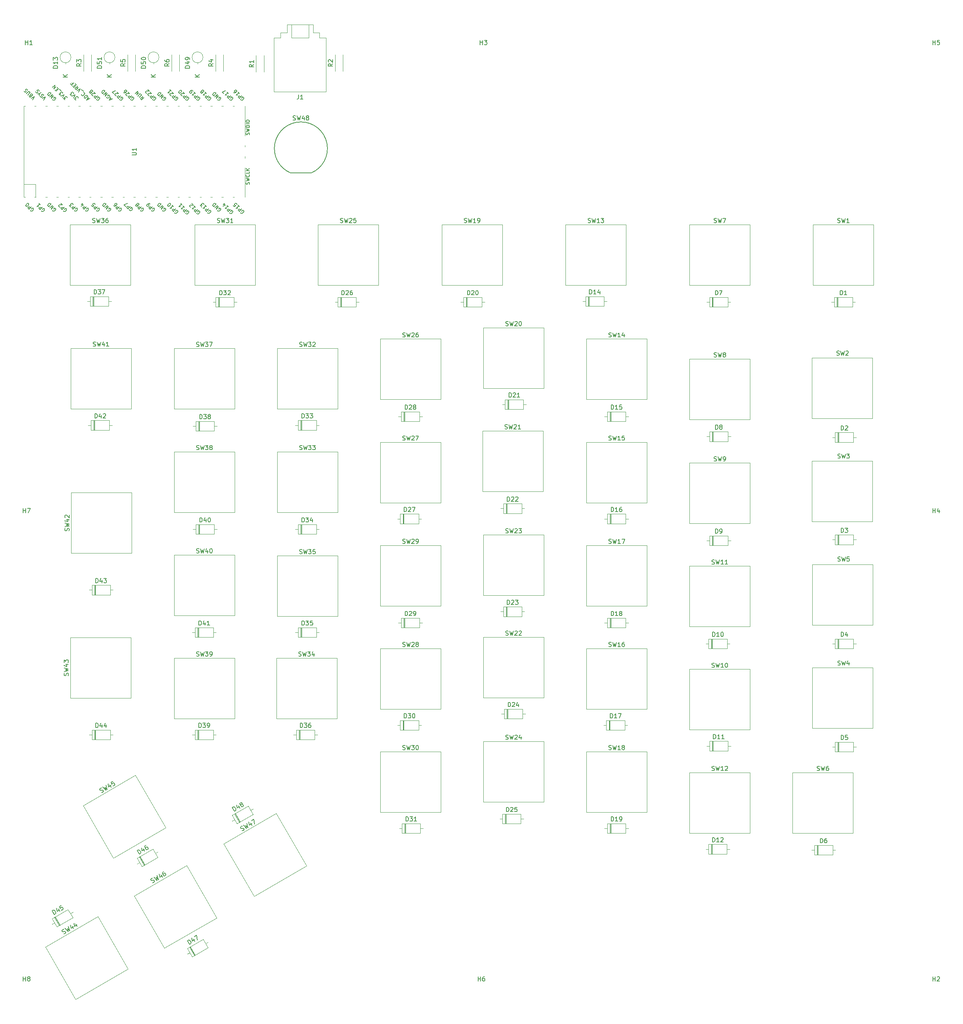
<source format=gbr>
%TF.GenerationSoftware,KiCad,Pcbnew,6.0.9-8da3e8f707~116~ubuntu20.04.1*%
%TF.CreationDate,2022-11-05T14:21:41+01:00*%
%TF.ProjectId,98keys-right,39386b65-7973-42d7-9269-6768742e6b69,rev?*%
%TF.SameCoordinates,Original*%
%TF.FileFunction,Legend,Top*%
%TF.FilePolarity,Positive*%
%FSLAX46Y46*%
G04 Gerber Fmt 4.6, Leading zero omitted, Abs format (unit mm)*
G04 Created by KiCad (PCBNEW 6.0.9-8da3e8f707~116~ubuntu20.04.1) date 2022-11-05 14:21:41*
%MOMM*%
%LPD*%
G01*
G04 APERTURE LIST*
%ADD10C,0.150000*%
%ADD11C,0.120000*%
G04 APERTURE END LIST*
D10*
%TO.C,J1*%
X136416666Y-37366380D02*
X136416666Y-38080666D01*
X136369047Y-38223523D01*
X136273809Y-38318761D01*
X136130952Y-38366380D01*
X136035714Y-38366380D01*
X137416666Y-38366380D02*
X136845238Y-38366380D01*
X137130952Y-38366380D02*
X137130952Y-37366380D01*
X137035714Y-37509238D01*
X136940476Y-37604476D01*
X136845238Y-37652095D01*
%TO.C,D1*%
X261451904Y-83531980D02*
X261451904Y-82531980D01*
X261690000Y-82531980D01*
X261832857Y-82579600D01*
X261928095Y-82674838D01*
X261975714Y-82770076D01*
X262023333Y-82960552D01*
X262023333Y-83103409D01*
X261975714Y-83293885D01*
X261928095Y-83389123D01*
X261832857Y-83484361D01*
X261690000Y-83531980D01*
X261451904Y-83531980D01*
X262975714Y-83531980D02*
X262404285Y-83531980D01*
X262690000Y-83531980D02*
X262690000Y-82531980D01*
X262594761Y-82674838D01*
X262499523Y-82770076D01*
X262404285Y-82817695D01*
%TO.C,D2*%
X261671904Y-114731980D02*
X261671904Y-113731980D01*
X261910000Y-113731980D01*
X262052857Y-113779600D01*
X262148095Y-113874838D01*
X262195714Y-113970076D01*
X262243333Y-114160552D01*
X262243333Y-114303409D01*
X262195714Y-114493885D01*
X262148095Y-114589123D01*
X262052857Y-114684361D01*
X261910000Y-114731980D01*
X261671904Y-114731980D01*
X262624285Y-113827219D02*
X262671904Y-113779600D01*
X262767142Y-113731980D01*
X263005238Y-113731980D01*
X263100476Y-113779600D01*
X263148095Y-113827219D01*
X263195714Y-113922457D01*
X263195714Y-114017695D01*
X263148095Y-114160552D01*
X262576666Y-114731980D01*
X263195714Y-114731980D01*
%TO.C,D3*%
X261671904Y-138331980D02*
X261671904Y-137331980D01*
X261910000Y-137331980D01*
X262052857Y-137379600D01*
X262148095Y-137474838D01*
X262195714Y-137570076D01*
X262243333Y-137760552D01*
X262243333Y-137903409D01*
X262195714Y-138093885D01*
X262148095Y-138189123D01*
X262052857Y-138284361D01*
X261910000Y-138331980D01*
X261671904Y-138331980D01*
X262576666Y-137331980D02*
X263195714Y-137331980D01*
X262862380Y-137712933D01*
X263005238Y-137712933D01*
X263100476Y-137760552D01*
X263148095Y-137808171D01*
X263195714Y-137903409D01*
X263195714Y-138141504D01*
X263148095Y-138236742D01*
X263100476Y-138284361D01*
X263005238Y-138331980D01*
X262719523Y-138331980D01*
X262624285Y-138284361D01*
X262576666Y-138236742D01*
%TO.C,D4*%
X261671904Y-162331980D02*
X261671904Y-161331980D01*
X261910000Y-161331980D01*
X262052857Y-161379600D01*
X262148095Y-161474838D01*
X262195714Y-161570076D01*
X262243333Y-161760552D01*
X262243333Y-161903409D01*
X262195714Y-162093885D01*
X262148095Y-162189123D01*
X262052857Y-162284361D01*
X261910000Y-162331980D01*
X261671904Y-162331980D01*
X263100476Y-161665314D02*
X263100476Y-162331980D01*
X262862380Y-161284361D02*
X262624285Y-161998647D01*
X263243333Y-161998647D01*
%TO.C,D5*%
X261671904Y-186131980D02*
X261671904Y-185131980D01*
X261910000Y-185131980D01*
X262052857Y-185179600D01*
X262148095Y-185274838D01*
X262195714Y-185370076D01*
X262243333Y-185560552D01*
X262243333Y-185703409D01*
X262195714Y-185893885D01*
X262148095Y-185989123D01*
X262052857Y-186084361D01*
X261910000Y-186131980D01*
X261671904Y-186131980D01*
X263148095Y-185131980D02*
X262671904Y-185131980D01*
X262624285Y-185608171D01*
X262671904Y-185560552D01*
X262767142Y-185512933D01*
X263005238Y-185512933D01*
X263100476Y-185560552D01*
X263148095Y-185608171D01*
X263195714Y-185703409D01*
X263195714Y-185941504D01*
X263148095Y-186036742D01*
X263100476Y-186084361D01*
X263005238Y-186131980D01*
X262767142Y-186131980D01*
X262671904Y-186084361D01*
X262624285Y-186036742D01*
%TO.C,D6*%
X256871904Y-209931980D02*
X256871904Y-208931980D01*
X257110000Y-208931980D01*
X257252857Y-208979600D01*
X257348095Y-209074838D01*
X257395714Y-209170076D01*
X257443333Y-209360552D01*
X257443333Y-209503409D01*
X257395714Y-209693885D01*
X257348095Y-209789123D01*
X257252857Y-209884361D01*
X257110000Y-209931980D01*
X256871904Y-209931980D01*
X258300476Y-208931980D02*
X258110000Y-208931980D01*
X258014761Y-208979600D01*
X257967142Y-209027219D01*
X257871904Y-209170076D01*
X257824285Y-209360552D01*
X257824285Y-209741504D01*
X257871904Y-209836742D01*
X257919523Y-209884361D01*
X258014761Y-209931980D01*
X258205238Y-209931980D01*
X258300476Y-209884361D01*
X258348095Y-209836742D01*
X258395714Y-209741504D01*
X258395714Y-209503409D01*
X258348095Y-209408171D01*
X258300476Y-209360552D01*
X258205238Y-209312933D01*
X258014761Y-209312933D01*
X257919523Y-209360552D01*
X257871904Y-209408171D01*
X257824285Y-209503409D01*
%TO.C,D7*%
X232651904Y-83531980D02*
X232651904Y-82531980D01*
X232890000Y-82531980D01*
X233032857Y-82579600D01*
X233128095Y-82674838D01*
X233175714Y-82770076D01*
X233223333Y-82960552D01*
X233223333Y-83103409D01*
X233175714Y-83293885D01*
X233128095Y-83389123D01*
X233032857Y-83484361D01*
X232890000Y-83531980D01*
X232651904Y-83531980D01*
X233556666Y-82531980D02*
X234223333Y-82531980D01*
X233794761Y-83531980D01*
%TO.C,D8*%
X232671904Y-114531980D02*
X232671904Y-113531980D01*
X232910000Y-113531980D01*
X233052857Y-113579600D01*
X233148095Y-113674838D01*
X233195714Y-113770076D01*
X233243333Y-113960552D01*
X233243333Y-114103409D01*
X233195714Y-114293885D01*
X233148095Y-114389123D01*
X233052857Y-114484361D01*
X232910000Y-114531980D01*
X232671904Y-114531980D01*
X233814761Y-113960552D02*
X233719523Y-113912933D01*
X233671904Y-113865314D01*
X233624285Y-113770076D01*
X233624285Y-113722457D01*
X233671904Y-113627219D01*
X233719523Y-113579600D01*
X233814761Y-113531980D01*
X234005238Y-113531980D01*
X234100476Y-113579600D01*
X234148095Y-113627219D01*
X234195714Y-113722457D01*
X234195714Y-113770076D01*
X234148095Y-113865314D01*
X234100476Y-113912933D01*
X234005238Y-113960552D01*
X233814761Y-113960552D01*
X233719523Y-114008171D01*
X233671904Y-114055790D01*
X233624285Y-114151028D01*
X233624285Y-114341504D01*
X233671904Y-114436742D01*
X233719523Y-114484361D01*
X233814761Y-114531980D01*
X234005238Y-114531980D01*
X234100476Y-114484361D01*
X234148095Y-114436742D01*
X234195714Y-114341504D01*
X234195714Y-114151028D01*
X234148095Y-114055790D01*
X234100476Y-114008171D01*
X234005238Y-113960552D01*
%TO.C,D9*%
X232671904Y-138531980D02*
X232671904Y-137531980D01*
X232910000Y-137531980D01*
X233052857Y-137579600D01*
X233148095Y-137674838D01*
X233195714Y-137770076D01*
X233243333Y-137960552D01*
X233243333Y-138103409D01*
X233195714Y-138293885D01*
X233148095Y-138389123D01*
X233052857Y-138484361D01*
X232910000Y-138531980D01*
X232671904Y-138531980D01*
X233719523Y-138531980D02*
X233910000Y-138531980D01*
X234005238Y-138484361D01*
X234052857Y-138436742D01*
X234148095Y-138293885D01*
X234195714Y-138103409D01*
X234195714Y-137722457D01*
X234148095Y-137627219D01*
X234100476Y-137579600D01*
X234005238Y-137531980D01*
X233814761Y-137531980D01*
X233719523Y-137579600D01*
X233671904Y-137627219D01*
X233624285Y-137722457D01*
X233624285Y-137960552D01*
X233671904Y-138055790D01*
X233719523Y-138103409D01*
X233814761Y-138151028D01*
X234005238Y-138151028D01*
X234100476Y-138103409D01*
X234148095Y-138055790D01*
X234195714Y-137960552D01*
%TO.C,D10*%
X231995714Y-162331980D02*
X231995714Y-161331980D01*
X232233809Y-161331980D01*
X232376666Y-161379600D01*
X232471904Y-161474838D01*
X232519523Y-161570076D01*
X232567142Y-161760552D01*
X232567142Y-161903409D01*
X232519523Y-162093885D01*
X232471904Y-162189123D01*
X232376666Y-162284361D01*
X232233809Y-162331980D01*
X231995714Y-162331980D01*
X233519523Y-162331980D02*
X232948095Y-162331980D01*
X233233809Y-162331980D02*
X233233809Y-161331980D01*
X233138571Y-161474838D01*
X233043333Y-161570076D01*
X232948095Y-161617695D01*
X234138571Y-161331980D02*
X234233809Y-161331980D01*
X234329047Y-161379600D01*
X234376666Y-161427219D01*
X234424285Y-161522457D01*
X234471904Y-161712933D01*
X234471904Y-161951028D01*
X234424285Y-162141504D01*
X234376666Y-162236742D01*
X234329047Y-162284361D01*
X234233809Y-162331980D01*
X234138571Y-162331980D01*
X234043333Y-162284361D01*
X233995714Y-162236742D01*
X233948095Y-162141504D01*
X233900476Y-161951028D01*
X233900476Y-161712933D01*
X233948095Y-161522457D01*
X233995714Y-161427219D01*
X234043333Y-161379600D01*
X234138571Y-161331980D01*
%TO.C,D11*%
X232195714Y-185931980D02*
X232195714Y-184931980D01*
X232433809Y-184931980D01*
X232576666Y-184979600D01*
X232671904Y-185074838D01*
X232719523Y-185170076D01*
X232767142Y-185360552D01*
X232767142Y-185503409D01*
X232719523Y-185693885D01*
X232671904Y-185789123D01*
X232576666Y-185884361D01*
X232433809Y-185931980D01*
X232195714Y-185931980D01*
X233719523Y-185931980D02*
X233148095Y-185931980D01*
X233433809Y-185931980D02*
X233433809Y-184931980D01*
X233338571Y-185074838D01*
X233243333Y-185170076D01*
X233148095Y-185217695D01*
X234671904Y-185931980D02*
X234100476Y-185931980D01*
X234386190Y-185931980D02*
X234386190Y-184931980D01*
X234290952Y-185074838D01*
X234195714Y-185170076D01*
X234100476Y-185217695D01*
%TO.C,D12*%
X231975714Y-209731980D02*
X231975714Y-208731980D01*
X232213809Y-208731980D01*
X232356666Y-208779600D01*
X232451904Y-208874838D01*
X232499523Y-208970076D01*
X232547142Y-209160552D01*
X232547142Y-209303409D01*
X232499523Y-209493885D01*
X232451904Y-209589123D01*
X232356666Y-209684361D01*
X232213809Y-209731980D01*
X231975714Y-209731980D01*
X233499523Y-209731980D02*
X232928095Y-209731980D01*
X233213809Y-209731980D02*
X233213809Y-208731980D01*
X233118571Y-208874838D01*
X233023333Y-208970076D01*
X232928095Y-209017695D01*
X233880476Y-208827219D02*
X233928095Y-208779600D01*
X234023333Y-208731980D01*
X234261428Y-208731980D01*
X234356666Y-208779600D01*
X234404285Y-208827219D01*
X234451904Y-208922457D01*
X234451904Y-209017695D01*
X234404285Y-209160552D01*
X233832857Y-209731980D01*
X234451904Y-209731980D01*
%TO.C,D14*%
X203575714Y-83331980D02*
X203575714Y-82331980D01*
X203813809Y-82331980D01*
X203956666Y-82379600D01*
X204051904Y-82474838D01*
X204099523Y-82570076D01*
X204147142Y-82760552D01*
X204147142Y-82903409D01*
X204099523Y-83093885D01*
X204051904Y-83189123D01*
X203956666Y-83284361D01*
X203813809Y-83331980D01*
X203575714Y-83331980D01*
X205099523Y-83331980D02*
X204528095Y-83331980D01*
X204813809Y-83331980D02*
X204813809Y-82331980D01*
X204718571Y-82474838D01*
X204623333Y-82570076D01*
X204528095Y-82617695D01*
X205956666Y-82665314D02*
X205956666Y-83331980D01*
X205718571Y-82284361D02*
X205480476Y-82998647D01*
X206099523Y-82998647D01*
%TO.C,D15*%
X208595714Y-109931980D02*
X208595714Y-108931980D01*
X208833809Y-108931980D01*
X208976666Y-108979600D01*
X209071904Y-109074838D01*
X209119523Y-109170076D01*
X209167142Y-109360552D01*
X209167142Y-109503409D01*
X209119523Y-109693885D01*
X209071904Y-109789123D01*
X208976666Y-109884361D01*
X208833809Y-109931980D01*
X208595714Y-109931980D01*
X210119523Y-109931980D02*
X209548095Y-109931980D01*
X209833809Y-109931980D02*
X209833809Y-108931980D01*
X209738571Y-109074838D01*
X209643333Y-109170076D01*
X209548095Y-109217695D01*
X211024285Y-108931980D02*
X210548095Y-108931980D01*
X210500476Y-109408171D01*
X210548095Y-109360552D01*
X210643333Y-109312933D01*
X210881428Y-109312933D01*
X210976666Y-109360552D01*
X211024285Y-109408171D01*
X211071904Y-109503409D01*
X211071904Y-109741504D01*
X211024285Y-109836742D01*
X210976666Y-109884361D01*
X210881428Y-109931980D01*
X210643333Y-109931980D01*
X210548095Y-109884361D01*
X210500476Y-109836742D01*
%TO.C,D16*%
X208595714Y-133531980D02*
X208595714Y-132531980D01*
X208833809Y-132531980D01*
X208976666Y-132579600D01*
X209071904Y-132674838D01*
X209119523Y-132770076D01*
X209167142Y-132960552D01*
X209167142Y-133103409D01*
X209119523Y-133293885D01*
X209071904Y-133389123D01*
X208976666Y-133484361D01*
X208833809Y-133531980D01*
X208595714Y-133531980D01*
X210119523Y-133531980D02*
X209548095Y-133531980D01*
X209833809Y-133531980D02*
X209833809Y-132531980D01*
X209738571Y-132674838D01*
X209643333Y-132770076D01*
X209548095Y-132817695D01*
X210976666Y-132531980D02*
X210786190Y-132531980D01*
X210690952Y-132579600D01*
X210643333Y-132627219D01*
X210548095Y-132770076D01*
X210500476Y-132960552D01*
X210500476Y-133341504D01*
X210548095Y-133436742D01*
X210595714Y-133484361D01*
X210690952Y-133531980D01*
X210881428Y-133531980D01*
X210976666Y-133484361D01*
X211024285Y-133436742D01*
X211071904Y-133341504D01*
X211071904Y-133103409D01*
X211024285Y-133008171D01*
X210976666Y-132960552D01*
X210881428Y-132912933D01*
X210690952Y-132912933D01*
X210595714Y-132960552D01*
X210548095Y-133008171D01*
X210500476Y-133103409D01*
%TO.C,D17*%
X208375714Y-181131980D02*
X208375714Y-180131980D01*
X208613809Y-180131980D01*
X208756666Y-180179600D01*
X208851904Y-180274838D01*
X208899523Y-180370076D01*
X208947142Y-180560552D01*
X208947142Y-180703409D01*
X208899523Y-180893885D01*
X208851904Y-180989123D01*
X208756666Y-181084361D01*
X208613809Y-181131980D01*
X208375714Y-181131980D01*
X209899523Y-181131980D02*
X209328095Y-181131980D01*
X209613809Y-181131980D02*
X209613809Y-180131980D01*
X209518571Y-180274838D01*
X209423333Y-180370076D01*
X209328095Y-180417695D01*
X210232857Y-180131980D02*
X210899523Y-180131980D01*
X210470952Y-181131980D01*
%TO.C,D18*%
X208595714Y-157531980D02*
X208595714Y-156531980D01*
X208833809Y-156531980D01*
X208976666Y-156579600D01*
X209071904Y-156674838D01*
X209119523Y-156770076D01*
X209167142Y-156960552D01*
X209167142Y-157103409D01*
X209119523Y-157293885D01*
X209071904Y-157389123D01*
X208976666Y-157484361D01*
X208833809Y-157531980D01*
X208595714Y-157531980D01*
X210119523Y-157531980D02*
X209548095Y-157531980D01*
X209833809Y-157531980D02*
X209833809Y-156531980D01*
X209738571Y-156674838D01*
X209643333Y-156770076D01*
X209548095Y-156817695D01*
X210690952Y-156960552D02*
X210595714Y-156912933D01*
X210548095Y-156865314D01*
X210500476Y-156770076D01*
X210500476Y-156722457D01*
X210548095Y-156627219D01*
X210595714Y-156579600D01*
X210690952Y-156531980D01*
X210881428Y-156531980D01*
X210976666Y-156579600D01*
X211024285Y-156627219D01*
X211071904Y-156722457D01*
X211071904Y-156770076D01*
X211024285Y-156865314D01*
X210976666Y-156912933D01*
X210881428Y-156960552D01*
X210690952Y-156960552D01*
X210595714Y-157008171D01*
X210548095Y-157055790D01*
X210500476Y-157151028D01*
X210500476Y-157341504D01*
X210548095Y-157436742D01*
X210595714Y-157484361D01*
X210690952Y-157531980D01*
X210881428Y-157531980D01*
X210976666Y-157484361D01*
X211024285Y-157436742D01*
X211071904Y-157341504D01*
X211071904Y-157151028D01*
X211024285Y-157055790D01*
X210976666Y-157008171D01*
X210881428Y-156960552D01*
%TO.C,D19*%
X208595714Y-204931980D02*
X208595714Y-203931980D01*
X208833809Y-203931980D01*
X208976666Y-203979600D01*
X209071904Y-204074838D01*
X209119523Y-204170076D01*
X209167142Y-204360552D01*
X209167142Y-204503409D01*
X209119523Y-204693885D01*
X209071904Y-204789123D01*
X208976666Y-204884361D01*
X208833809Y-204931980D01*
X208595714Y-204931980D01*
X210119523Y-204931980D02*
X209548095Y-204931980D01*
X209833809Y-204931980D02*
X209833809Y-203931980D01*
X209738571Y-204074838D01*
X209643333Y-204170076D01*
X209548095Y-204217695D01*
X210595714Y-204931980D02*
X210786190Y-204931980D01*
X210881428Y-204884361D01*
X210929047Y-204836742D01*
X211024285Y-204693885D01*
X211071904Y-204503409D01*
X211071904Y-204122457D01*
X211024285Y-204027219D01*
X210976666Y-203979600D01*
X210881428Y-203931980D01*
X210690952Y-203931980D01*
X210595714Y-203979600D01*
X210548095Y-204027219D01*
X210500476Y-204122457D01*
X210500476Y-204360552D01*
X210548095Y-204455790D01*
X210595714Y-204503409D01*
X210690952Y-204551028D01*
X210881428Y-204551028D01*
X210976666Y-204503409D01*
X211024285Y-204455790D01*
X211071904Y-204360552D01*
%TO.C,D20*%
X175395714Y-83531980D02*
X175395714Y-82531980D01*
X175633809Y-82531980D01*
X175776666Y-82579600D01*
X175871904Y-82674838D01*
X175919523Y-82770076D01*
X175967142Y-82960552D01*
X175967142Y-83103409D01*
X175919523Y-83293885D01*
X175871904Y-83389123D01*
X175776666Y-83484361D01*
X175633809Y-83531980D01*
X175395714Y-83531980D01*
X176348095Y-82627219D02*
X176395714Y-82579600D01*
X176490952Y-82531980D01*
X176729047Y-82531980D01*
X176824285Y-82579600D01*
X176871904Y-82627219D01*
X176919523Y-82722457D01*
X176919523Y-82817695D01*
X176871904Y-82960552D01*
X176300476Y-83531980D01*
X176919523Y-83531980D01*
X177538571Y-82531980D02*
X177633809Y-82531980D01*
X177729047Y-82579600D01*
X177776666Y-82627219D01*
X177824285Y-82722457D01*
X177871904Y-82912933D01*
X177871904Y-83151028D01*
X177824285Y-83341504D01*
X177776666Y-83436742D01*
X177729047Y-83484361D01*
X177633809Y-83531980D01*
X177538571Y-83531980D01*
X177443333Y-83484361D01*
X177395714Y-83436742D01*
X177348095Y-83341504D01*
X177300476Y-83151028D01*
X177300476Y-82912933D01*
X177348095Y-82722457D01*
X177395714Y-82627219D01*
X177443333Y-82579600D01*
X177538571Y-82531980D01*
%TO.C,D21*%
X184995714Y-107131980D02*
X184995714Y-106131980D01*
X185233809Y-106131980D01*
X185376666Y-106179600D01*
X185471904Y-106274838D01*
X185519523Y-106370076D01*
X185567142Y-106560552D01*
X185567142Y-106703409D01*
X185519523Y-106893885D01*
X185471904Y-106989123D01*
X185376666Y-107084361D01*
X185233809Y-107131980D01*
X184995714Y-107131980D01*
X185948095Y-106227219D02*
X185995714Y-106179600D01*
X186090952Y-106131980D01*
X186329047Y-106131980D01*
X186424285Y-106179600D01*
X186471904Y-106227219D01*
X186519523Y-106322457D01*
X186519523Y-106417695D01*
X186471904Y-106560552D01*
X185900476Y-107131980D01*
X186519523Y-107131980D01*
X187471904Y-107131980D02*
X186900476Y-107131980D01*
X187186190Y-107131980D02*
X187186190Y-106131980D01*
X187090952Y-106274838D01*
X186995714Y-106370076D01*
X186900476Y-106417695D01*
%TO.C,D22*%
X184595714Y-131131980D02*
X184595714Y-130131980D01*
X184833809Y-130131980D01*
X184976666Y-130179600D01*
X185071904Y-130274838D01*
X185119523Y-130370076D01*
X185167142Y-130560552D01*
X185167142Y-130703409D01*
X185119523Y-130893885D01*
X185071904Y-130989123D01*
X184976666Y-131084361D01*
X184833809Y-131131980D01*
X184595714Y-131131980D01*
X185548095Y-130227219D02*
X185595714Y-130179600D01*
X185690952Y-130131980D01*
X185929047Y-130131980D01*
X186024285Y-130179600D01*
X186071904Y-130227219D01*
X186119523Y-130322457D01*
X186119523Y-130417695D01*
X186071904Y-130560552D01*
X185500476Y-131131980D01*
X186119523Y-131131980D01*
X186500476Y-130227219D02*
X186548095Y-130179600D01*
X186643333Y-130131980D01*
X186881428Y-130131980D01*
X186976666Y-130179600D01*
X187024285Y-130227219D01*
X187071904Y-130322457D01*
X187071904Y-130417695D01*
X187024285Y-130560552D01*
X186452857Y-131131980D01*
X187071904Y-131131980D01*
%TO.C,D23*%
X184595714Y-154931980D02*
X184595714Y-153931980D01*
X184833809Y-153931980D01*
X184976666Y-153979600D01*
X185071904Y-154074838D01*
X185119523Y-154170076D01*
X185167142Y-154360552D01*
X185167142Y-154503409D01*
X185119523Y-154693885D01*
X185071904Y-154789123D01*
X184976666Y-154884361D01*
X184833809Y-154931980D01*
X184595714Y-154931980D01*
X185548095Y-154027219D02*
X185595714Y-153979600D01*
X185690952Y-153931980D01*
X185929047Y-153931980D01*
X186024285Y-153979600D01*
X186071904Y-154027219D01*
X186119523Y-154122457D01*
X186119523Y-154217695D01*
X186071904Y-154360552D01*
X185500476Y-154931980D01*
X186119523Y-154931980D01*
X186452857Y-153931980D02*
X187071904Y-153931980D01*
X186738571Y-154312933D01*
X186881428Y-154312933D01*
X186976666Y-154360552D01*
X187024285Y-154408171D01*
X187071904Y-154503409D01*
X187071904Y-154741504D01*
X187024285Y-154836742D01*
X186976666Y-154884361D01*
X186881428Y-154931980D01*
X186595714Y-154931980D01*
X186500476Y-154884361D01*
X186452857Y-154836742D01*
%TO.C,D24*%
X184795714Y-178531980D02*
X184795714Y-177531980D01*
X185033809Y-177531980D01*
X185176666Y-177579600D01*
X185271904Y-177674838D01*
X185319523Y-177770076D01*
X185367142Y-177960552D01*
X185367142Y-178103409D01*
X185319523Y-178293885D01*
X185271904Y-178389123D01*
X185176666Y-178484361D01*
X185033809Y-178531980D01*
X184795714Y-178531980D01*
X185748095Y-177627219D02*
X185795714Y-177579600D01*
X185890952Y-177531980D01*
X186129047Y-177531980D01*
X186224285Y-177579600D01*
X186271904Y-177627219D01*
X186319523Y-177722457D01*
X186319523Y-177817695D01*
X186271904Y-177960552D01*
X185700476Y-178531980D01*
X186319523Y-178531980D01*
X187176666Y-177865314D02*
X187176666Y-178531980D01*
X186938571Y-177484361D02*
X186700476Y-178198647D01*
X187319523Y-178198647D01*
%TO.C,D25*%
X184395714Y-202731980D02*
X184395714Y-201731980D01*
X184633809Y-201731980D01*
X184776666Y-201779600D01*
X184871904Y-201874838D01*
X184919523Y-201970076D01*
X184967142Y-202160552D01*
X184967142Y-202303409D01*
X184919523Y-202493885D01*
X184871904Y-202589123D01*
X184776666Y-202684361D01*
X184633809Y-202731980D01*
X184395714Y-202731980D01*
X185348095Y-201827219D02*
X185395714Y-201779600D01*
X185490952Y-201731980D01*
X185729047Y-201731980D01*
X185824285Y-201779600D01*
X185871904Y-201827219D01*
X185919523Y-201922457D01*
X185919523Y-202017695D01*
X185871904Y-202160552D01*
X185300476Y-202731980D01*
X185919523Y-202731980D01*
X186824285Y-201731980D02*
X186348095Y-201731980D01*
X186300476Y-202208171D01*
X186348095Y-202160552D01*
X186443333Y-202112933D01*
X186681428Y-202112933D01*
X186776666Y-202160552D01*
X186824285Y-202208171D01*
X186871904Y-202303409D01*
X186871904Y-202541504D01*
X186824285Y-202636742D01*
X186776666Y-202684361D01*
X186681428Y-202731980D01*
X186443333Y-202731980D01*
X186348095Y-202684361D01*
X186300476Y-202636742D01*
%TO.C,D26*%
X146395714Y-83531980D02*
X146395714Y-82531980D01*
X146633809Y-82531980D01*
X146776666Y-82579600D01*
X146871904Y-82674838D01*
X146919523Y-82770076D01*
X146967142Y-82960552D01*
X146967142Y-83103409D01*
X146919523Y-83293885D01*
X146871904Y-83389123D01*
X146776666Y-83484361D01*
X146633809Y-83531980D01*
X146395714Y-83531980D01*
X147348095Y-82627219D02*
X147395714Y-82579600D01*
X147490952Y-82531980D01*
X147729047Y-82531980D01*
X147824285Y-82579600D01*
X147871904Y-82627219D01*
X147919523Y-82722457D01*
X147919523Y-82817695D01*
X147871904Y-82960552D01*
X147300476Y-83531980D01*
X147919523Y-83531980D01*
X148776666Y-82531980D02*
X148586190Y-82531980D01*
X148490952Y-82579600D01*
X148443333Y-82627219D01*
X148348095Y-82770076D01*
X148300476Y-82960552D01*
X148300476Y-83341504D01*
X148348095Y-83436742D01*
X148395714Y-83484361D01*
X148490952Y-83531980D01*
X148681428Y-83531980D01*
X148776666Y-83484361D01*
X148824285Y-83436742D01*
X148871904Y-83341504D01*
X148871904Y-83103409D01*
X148824285Y-83008171D01*
X148776666Y-82960552D01*
X148681428Y-82912933D01*
X148490952Y-82912933D01*
X148395714Y-82960552D01*
X148348095Y-83008171D01*
X148300476Y-83103409D01*
%TO.C,D27*%
X160795714Y-133531980D02*
X160795714Y-132531980D01*
X161033809Y-132531980D01*
X161176666Y-132579600D01*
X161271904Y-132674838D01*
X161319523Y-132770076D01*
X161367142Y-132960552D01*
X161367142Y-133103409D01*
X161319523Y-133293885D01*
X161271904Y-133389123D01*
X161176666Y-133484361D01*
X161033809Y-133531980D01*
X160795714Y-133531980D01*
X161748095Y-132627219D02*
X161795714Y-132579600D01*
X161890952Y-132531980D01*
X162129047Y-132531980D01*
X162224285Y-132579600D01*
X162271904Y-132627219D01*
X162319523Y-132722457D01*
X162319523Y-132817695D01*
X162271904Y-132960552D01*
X161700476Y-133531980D01*
X162319523Y-133531980D01*
X162652857Y-132531980D02*
X163319523Y-132531980D01*
X162890952Y-133531980D01*
%TO.C,D28*%
X160995714Y-109931980D02*
X160995714Y-108931980D01*
X161233809Y-108931980D01*
X161376666Y-108979600D01*
X161471904Y-109074838D01*
X161519523Y-109170076D01*
X161567142Y-109360552D01*
X161567142Y-109503409D01*
X161519523Y-109693885D01*
X161471904Y-109789123D01*
X161376666Y-109884361D01*
X161233809Y-109931980D01*
X160995714Y-109931980D01*
X161948095Y-109027219D02*
X161995714Y-108979600D01*
X162090952Y-108931980D01*
X162329047Y-108931980D01*
X162424285Y-108979600D01*
X162471904Y-109027219D01*
X162519523Y-109122457D01*
X162519523Y-109217695D01*
X162471904Y-109360552D01*
X161900476Y-109931980D01*
X162519523Y-109931980D01*
X163090952Y-109360552D02*
X162995714Y-109312933D01*
X162948095Y-109265314D01*
X162900476Y-109170076D01*
X162900476Y-109122457D01*
X162948095Y-109027219D01*
X162995714Y-108979600D01*
X163090952Y-108931980D01*
X163281428Y-108931980D01*
X163376666Y-108979600D01*
X163424285Y-109027219D01*
X163471904Y-109122457D01*
X163471904Y-109170076D01*
X163424285Y-109265314D01*
X163376666Y-109312933D01*
X163281428Y-109360552D01*
X163090952Y-109360552D01*
X162995714Y-109408171D01*
X162948095Y-109455790D01*
X162900476Y-109551028D01*
X162900476Y-109741504D01*
X162948095Y-109836742D01*
X162995714Y-109884361D01*
X163090952Y-109931980D01*
X163281428Y-109931980D01*
X163376666Y-109884361D01*
X163424285Y-109836742D01*
X163471904Y-109741504D01*
X163471904Y-109551028D01*
X163424285Y-109455790D01*
X163376666Y-109408171D01*
X163281428Y-109360552D01*
%TO.C,D29*%
X160995714Y-157531980D02*
X160995714Y-156531980D01*
X161233809Y-156531980D01*
X161376666Y-156579600D01*
X161471904Y-156674838D01*
X161519523Y-156770076D01*
X161567142Y-156960552D01*
X161567142Y-157103409D01*
X161519523Y-157293885D01*
X161471904Y-157389123D01*
X161376666Y-157484361D01*
X161233809Y-157531980D01*
X160995714Y-157531980D01*
X161948095Y-156627219D02*
X161995714Y-156579600D01*
X162090952Y-156531980D01*
X162329047Y-156531980D01*
X162424285Y-156579600D01*
X162471904Y-156627219D01*
X162519523Y-156722457D01*
X162519523Y-156817695D01*
X162471904Y-156960552D01*
X161900476Y-157531980D01*
X162519523Y-157531980D01*
X162995714Y-157531980D02*
X163186190Y-157531980D01*
X163281428Y-157484361D01*
X163329047Y-157436742D01*
X163424285Y-157293885D01*
X163471904Y-157103409D01*
X163471904Y-156722457D01*
X163424285Y-156627219D01*
X163376666Y-156579600D01*
X163281428Y-156531980D01*
X163090952Y-156531980D01*
X162995714Y-156579600D01*
X162948095Y-156627219D01*
X162900476Y-156722457D01*
X162900476Y-156960552D01*
X162948095Y-157055790D01*
X162995714Y-157103409D01*
X163090952Y-157151028D01*
X163281428Y-157151028D01*
X163376666Y-157103409D01*
X163424285Y-157055790D01*
X163471904Y-156960552D01*
%TO.C,D30*%
X160795714Y-181131980D02*
X160795714Y-180131980D01*
X161033809Y-180131980D01*
X161176666Y-180179600D01*
X161271904Y-180274838D01*
X161319523Y-180370076D01*
X161367142Y-180560552D01*
X161367142Y-180703409D01*
X161319523Y-180893885D01*
X161271904Y-180989123D01*
X161176666Y-181084361D01*
X161033809Y-181131980D01*
X160795714Y-181131980D01*
X161700476Y-180131980D02*
X162319523Y-180131980D01*
X161986190Y-180512933D01*
X162129047Y-180512933D01*
X162224285Y-180560552D01*
X162271904Y-180608171D01*
X162319523Y-180703409D01*
X162319523Y-180941504D01*
X162271904Y-181036742D01*
X162224285Y-181084361D01*
X162129047Y-181131980D01*
X161843333Y-181131980D01*
X161748095Y-181084361D01*
X161700476Y-181036742D01*
X162938571Y-180131980D02*
X163033809Y-180131980D01*
X163129047Y-180179600D01*
X163176666Y-180227219D01*
X163224285Y-180322457D01*
X163271904Y-180512933D01*
X163271904Y-180751028D01*
X163224285Y-180941504D01*
X163176666Y-181036742D01*
X163129047Y-181084361D01*
X163033809Y-181131980D01*
X162938571Y-181131980D01*
X162843333Y-181084361D01*
X162795714Y-181036742D01*
X162748095Y-180941504D01*
X162700476Y-180751028D01*
X162700476Y-180512933D01*
X162748095Y-180322457D01*
X162795714Y-180227219D01*
X162843333Y-180179600D01*
X162938571Y-180131980D01*
%TO.C,D31*%
X161195714Y-204931980D02*
X161195714Y-203931980D01*
X161433809Y-203931980D01*
X161576666Y-203979600D01*
X161671904Y-204074838D01*
X161719523Y-204170076D01*
X161767142Y-204360552D01*
X161767142Y-204503409D01*
X161719523Y-204693885D01*
X161671904Y-204789123D01*
X161576666Y-204884361D01*
X161433809Y-204931980D01*
X161195714Y-204931980D01*
X162100476Y-203931980D02*
X162719523Y-203931980D01*
X162386190Y-204312933D01*
X162529047Y-204312933D01*
X162624285Y-204360552D01*
X162671904Y-204408171D01*
X162719523Y-204503409D01*
X162719523Y-204741504D01*
X162671904Y-204836742D01*
X162624285Y-204884361D01*
X162529047Y-204931980D01*
X162243333Y-204931980D01*
X162148095Y-204884361D01*
X162100476Y-204836742D01*
X163671904Y-204931980D02*
X163100476Y-204931980D01*
X163386190Y-204931980D02*
X163386190Y-203931980D01*
X163290952Y-204074838D01*
X163195714Y-204170076D01*
X163100476Y-204217695D01*
%TO.C,D32*%
X118195714Y-83531980D02*
X118195714Y-82531980D01*
X118433809Y-82531980D01*
X118576666Y-82579600D01*
X118671904Y-82674838D01*
X118719523Y-82770076D01*
X118767142Y-82960552D01*
X118767142Y-83103409D01*
X118719523Y-83293885D01*
X118671904Y-83389123D01*
X118576666Y-83484361D01*
X118433809Y-83531980D01*
X118195714Y-83531980D01*
X119100476Y-82531980D02*
X119719523Y-82531980D01*
X119386190Y-82912933D01*
X119529047Y-82912933D01*
X119624285Y-82960552D01*
X119671904Y-83008171D01*
X119719523Y-83103409D01*
X119719523Y-83341504D01*
X119671904Y-83436742D01*
X119624285Y-83484361D01*
X119529047Y-83531980D01*
X119243333Y-83531980D01*
X119148095Y-83484361D01*
X119100476Y-83436742D01*
X120100476Y-82627219D02*
X120148095Y-82579600D01*
X120243333Y-82531980D01*
X120481428Y-82531980D01*
X120576666Y-82579600D01*
X120624285Y-82627219D01*
X120671904Y-82722457D01*
X120671904Y-82817695D01*
X120624285Y-82960552D01*
X120052857Y-83531980D01*
X120671904Y-83531980D01*
%TO.C,D33*%
X137195714Y-111931980D02*
X137195714Y-110931980D01*
X137433809Y-110931980D01*
X137576666Y-110979600D01*
X137671904Y-111074838D01*
X137719523Y-111170076D01*
X137767142Y-111360552D01*
X137767142Y-111503409D01*
X137719523Y-111693885D01*
X137671904Y-111789123D01*
X137576666Y-111884361D01*
X137433809Y-111931980D01*
X137195714Y-111931980D01*
X138100476Y-110931980D02*
X138719523Y-110931980D01*
X138386190Y-111312933D01*
X138529047Y-111312933D01*
X138624285Y-111360552D01*
X138671904Y-111408171D01*
X138719523Y-111503409D01*
X138719523Y-111741504D01*
X138671904Y-111836742D01*
X138624285Y-111884361D01*
X138529047Y-111931980D01*
X138243333Y-111931980D01*
X138148095Y-111884361D01*
X138100476Y-111836742D01*
X139052857Y-110931980D02*
X139671904Y-110931980D01*
X139338571Y-111312933D01*
X139481428Y-111312933D01*
X139576666Y-111360552D01*
X139624285Y-111408171D01*
X139671904Y-111503409D01*
X139671904Y-111741504D01*
X139624285Y-111836742D01*
X139576666Y-111884361D01*
X139481428Y-111931980D01*
X139195714Y-111931980D01*
X139100476Y-111884361D01*
X139052857Y-111836742D01*
%TO.C,D34*%
X137195714Y-135931980D02*
X137195714Y-134931980D01*
X137433809Y-134931980D01*
X137576666Y-134979600D01*
X137671904Y-135074838D01*
X137719523Y-135170076D01*
X137767142Y-135360552D01*
X137767142Y-135503409D01*
X137719523Y-135693885D01*
X137671904Y-135789123D01*
X137576666Y-135884361D01*
X137433809Y-135931980D01*
X137195714Y-135931980D01*
X138100476Y-134931980D02*
X138719523Y-134931980D01*
X138386190Y-135312933D01*
X138529047Y-135312933D01*
X138624285Y-135360552D01*
X138671904Y-135408171D01*
X138719523Y-135503409D01*
X138719523Y-135741504D01*
X138671904Y-135836742D01*
X138624285Y-135884361D01*
X138529047Y-135931980D01*
X138243333Y-135931980D01*
X138148095Y-135884361D01*
X138100476Y-135836742D01*
X139576666Y-135265314D02*
X139576666Y-135931980D01*
X139338571Y-134884361D02*
X139100476Y-135598647D01*
X139719523Y-135598647D01*
%TO.C,D35*%
X137195714Y-159731980D02*
X137195714Y-158731980D01*
X137433809Y-158731980D01*
X137576666Y-158779600D01*
X137671904Y-158874838D01*
X137719523Y-158970076D01*
X137767142Y-159160552D01*
X137767142Y-159303409D01*
X137719523Y-159493885D01*
X137671904Y-159589123D01*
X137576666Y-159684361D01*
X137433809Y-159731980D01*
X137195714Y-159731980D01*
X138100476Y-158731980D02*
X138719523Y-158731980D01*
X138386190Y-159112933D01*
X138529047Y-159112933D01*
X138624285Y-159160552D01*
X138671904Y-159208171D01*
X138719523Y-159303409D01*
X138719523Y-159541504D01*
X138671904Y-159636742D01*
X138624285Y-159684361D01*
X138529047Y-159731980D01*
X138243333Y-159731980D01*
X138148095Y-159684361D01*
X138100476Y-159636742D01*
X139624285Y-158731980D02*
X139148095Y-158731980D01*
X139100476Y-159208171D01*
X139148095Y-159160552D01*
X139243333Y-159112933D01*
X139481428Y-159112933D01*
X139576666Y-159160552D01*
X139624285Y-159208171D01*
X139671904Y-159303409D01*
X139671904Y-159541504D01*
X139624285Y-159636742D01*
X139576666Y-159684361D01*
X139481428Y-159731980D01*
X139243333Y-159731980D01*
X139148095Y-159684361D01*
X139100476Y-159636742D01*
%TO.C,D36*%
X136795714Y-183331980D02*
X136795714Y-182331980D01*
X137033809Y-182331980D01*
X137176666Y-182379600D01*
X137271904Y-182474838D01*
X137319523Y-182570076D01*
X137367142Y-182760552D01*
X137367142Y-182903409D01*
X137319523Y-183093885D01*
X137271904Y-183189123D01*
X137176666Y-183284361D01*
X137033809Y-183331980D01*
X136795714Y-183331980D01*
X137700476Y-182331980D02*
X138319523Y-182331980D01*
X137986190Y-182712933D01*
X138129047Y-182712933D01*
X138224285Y-182760552D01*
X138271904Y-182808171D01*
X138319523Y-182903409D01*
X138319523Y-183141504D01*
X138271904Y-183236742D01*
X138224285Y-183284361D01*
X138129047Y-183331980D01*
X137843333Y-183331980D01*
X137748095Y-183284361D01*
X137700476Y-183236742D01*
X139176666Y-182331980D02*
X138986190Y-182331980D01*
X138890952Y-182379600D01*
X138843333Y-182427219D01*
X138748095Y-182570076D01*
X138700476Y-182760552D01*
X138700476Y-183141504D01*
X138748095Y-183236742D01*
X138795714Y-183284361D01*
X138890952Y-183331980D01*
X139081428Y-183331980D01*
X139176666Y-183284361D01*
X139224285Y-183236742D01*
X139271904Y-183141504D01*
X139271904Y-182903409D01*
X139224285Y-182808171D01*
X139176666Y-182760552D01*
X139081428Y-182712933D01*
X138890952Y-182712933D01*
X138795714Y-182760552D01*
X138748095Y-182808171D01*
X138700476Y-182903409D01*
%TO.C,D37*%
X89195714Y-83331980D02*
X89195714Y-82331980D01*
X89433809Y-82331980D01*
X89576666Y-82379600D01*
X89671904Y-82474838D01*
X89719523Y-82570076D01*
X89767142Y-82760552D01*
X89767142Y-82903409D01*
X89719523Y-83093885D01*
X89671904Y-83189123D01*
X89576666Y-83284361D01*
X89433809Y-83331980D01*
X89195714Y-83331980D01*
X90100476Y-82331980D02*
X90719523Y-82331980D01*
X90386190Y-82712933D01*
X90529047Y-82712933D01*
X90624285Y-82760552D01*
X90671904Y-82808171D01*
X90719523Y-82903409D01*
X90719523Y-83141504D01*
X90671904Y-83236742D01*
X90624285Y-83284361D01*
X90529047Y-83331980D01*
X90243333Y-83331980D01*
X90148095Y-83284361D01*
X90100476Y-83236742D01*
X91052857Y-82331980D02*
X91719523Y-82331980D01*
X91290952Y-83331980D01*
%TO.C,D38*%
X113595714Y-112131980D02*
X113595714Y-111131980D01*
X113833809Y-111131980D01*
X113976666Y-111179600D01*
X114071904Y-111274838D01*
X114119523Y-111370076D01*
X114167142Y-111560552D01*
X114167142Y-111703409D01*
X114119523Y-111893885D01*
X114071904Y-111989123D01*
X113976666Y-112084361D01*
X113833809Y-112131980D01*
X113595714Y-112131980D01*
X114500476Y-111131980D02*
X115119523Y-111131980D01*
X114786190Y-111512933D01*
X114929047Y-111512933D01*
X115024285Y-111560552D01*
X115071904Y-111608171D01*
X115119523Y-111703409D01*
X115119523Y-111941504D01*
X115071904Y-112036742D01*
X115024285Y-112084361D01*
X114929047Y-112131980D01*
X114643333Y-112131980D01*
X114548095Y-112084361D01*
X114500476Y-112036742D01*
X115690952Y-111560552D02*
X115595714Y-111512933D01*
X115548095Y-111465314D01*
X115500476Y-111370076D01*
X115500476Y-111322457D01*
X115548095Y-111227219D01*
X115595714Y-111179600D01*
X115690952Y-111131980D01*
X115881428Y-111131980D01*
X115976666Y-111179600D01*
X116024285Y-111227219D01*
X116071904Y-111322457D01*
X116071904Y-111370076D01*
X116024285Y-111465314D01*
X115976666Y-111512933D01*
X115881428Y-111560552D01*
X115690952Y-111560552D01*
X115595714Y-111608171D01*
X115548095Y-111655790D01*
X115500476Y-111751028D01*
X115500476Y-111941504D01*
X115548095Y-112036742D01*
X115595714Y-112084361D01*
X115690952Y-112131980D01*
X115881428Y-112131980D01*
X115976666Y-112084361D01*
X116024285Y-112036742D01*
X116071904Y-111941504D01*
X116071904Y-111751028D01*
X116024285Y-111655790D01*
X115976666Y-111608171D01*
X115881428Y-111560552D01*
%TO.C,D39*%
X113395714Y-183331980D02*
X113395714Y-182331980D01*
X113633809Y-182331980D01*
X113776666Y-182379600D01*
X113871904Y-182474838D01*
X113919523Y-182570076D01*
X113967142Y-182760552D01*
X113967142Y-182903409D01*
X113919523Y-183093885D01*
X113871904Y-183189123D01*
X113776666Y-183284361D01*
X113633809Y-183331980D01*
X113395714Y-183331980D01*
X114300476Y-182331980D02*
X114919523Y-182331980D01*
X114586190Y-182712933D01*
X114729047Y-182712933D01*
X114824285Y-182760552D01*
X114871904Y-182808171D01*
X114919523Y-182903409D01*
X114919523Y-183141504D01*
X114871904Y-183236742D01*
X114824285Y-183284361D01*
X114729047Y-183331980D01*
X114443333Y-183331980D01*
X114348095Y-183284361D01*
X114300476Y-183236742D01*
X115395714Y-183331980D02*
X115586190Y-183331980D01*
X115681428Y-183284361D01*
X115729047Y-183236742D01*
X115824285Y-183093885D01*
X115871904Y-182903409D01*
X115871904Y-182522457D01*
X115824285Y-182427219D01*
X115776666Y-182379600D01*
X115681428Y-182331980D01*
X115490952Y-182331980D01*
X115395714Y-182379600D01*
X115348095Y-182427219D01*
X115300476Y-182522457D01*
X115300476Y-182760552D01*
X115348095Y-182855790D01*
X115395714Y-182903409D01*
X115490952Y-182951028D01*
X115681428Y-182951028D01*
X115776666Y-182903409D01*
X115824285Y-182855790D01*
X115871904Y-182760552D01*
%TO.C,D40*%
X113595714Y-135931980D02*
X113595714Y-134931980D01*
X113833809Y-134931980D01*
X113976666Y-134979600D01*
X114071904Y-135074838D01*
X114119523Y-135170076D01*
X114167142Y-135360552D01*
X114167142Y-135503409D01*
X114119523Y-135693885D01*
X114071904Y-135789123D01*
X113976666Y-135884361D01*
X113833809Y-135931980D01*
X113595714Y-135931980D01*
X115024285Y-135265314D02*
X115024285Y-135931980D01*
X114786190Y-134884361D02*
X114548095Y-135598647D01*
X115167142Y-135598647D01*
X115738571Y-134931980D02*
X115833809Y-134931980D01*
X115929047Y-134979600D01*
X115976666Y-135027219D01*
X116024285Y-135122457D01*
X116071904Y-135312933D01*
X116071904Y-135551028D01*
X116024285Y-135741504D01*
X115976666Y-135836742D01*
X115929047Y-135884361D01*
X115833809Y-135931980D01*
X115738571Y-135931980D01*
X115643333Y-135884361D01*
X115595714Y-135836742D01*
X115548095Y-135741504D01*
X115500476Y-135551028D01*
X115500476Y-135312933D01*
X115548095Y-135122457D01*
X115595714Y-135027219D01*
X115643333Y-134979600D01*
X115738571Y-134931980D01*
%TO.C,D41*%
X113395714Y-159731980D02*
X113395714Y-158731980D01*
X113633809Y-158731980D01*
X113776666Y-158779600D01*
X113871904Y-158874838D01*
X113919523Y-158970076D01*
X113967142Y-159160552D01*
X113967142Y-159303409D01*
X113919523Y-159493885D01*
X113871904Y-159589123D01*
X113776666Y-159684361D01*
X113633809Y-159731980D01*
X113395714Y-159731980D01*
X114824285Y-159065314D02*
X114824285Y-159731980D01*
X114586190Y-158684361D02*
X114348095Y-159398647D01*
X114967142Y-159398647D01*
X115871904Y-159731980D02*
X115300476Y-159731980D01*
X115586190Y-159731980D02*
X115586190Y-158731980D01*
X115490952Y-158874838D01*
X115395714Y-158970076D01*
X115300476Y-159017695D01*
%TO.C,D42*%
X89395714Y-111931980D02*
X89395714Y-110931980D01*
X89633809Y-110931980D01*
X89776666Y-110979600D01*
X89871904Y-111074838D01*
X89919523Y-111170076D01*
X89967142Y-111360552D01*
X89967142Y-111503409D01*
X89919523Y-111693885D01*
X89871904Y-111789123D01*
X89776666Y-111884361D01*
X89633809Y-111931980D01*
X89395714Y-111931980D01*
X90824285Y-111265314D02*
X90824285Y-111931980D01*
X90586190Y-110884361D02*
X90348095Y-111598647D01*
X90967142Y-111598647D01*
X91300476Y-111027219D02*
X91348095Y-110979600D01*
X91443333Y-110931980D01*
X91681428Y-110931980D01*
X91776666Y-110979600D01*
X91824285Y-111027219D01*
X91871904Y-111122457D01*
X91871904Y-111217695D01*
X91824285Y-111360552D01*
X91252857Y-111931980D01*
X91871904Y-111931980D01*
%TO.C,D43*%
X89595714Y-149931980D02*
X89595714Y-148931980D01*
X89833809Y-148931980D01*
X89976666Y-148979600D01*
X90071904Y-149074838D01*
X90119523Y-149170076D01*
X90167142Y-149360552D01*
X90167142Y-149503409D01*
X90119523Y-149693885D01*
X90071904Y-149789123D01*
X89976666Y-149884361D01*
X89833809Y-149931980D01*
X89595714Y-149931980D01*
X91024285Y-149265314D02*
X91024285Y-149931980D01*
X90786190Y-148884361D02*
X90548095Y-149598647D01*
X91167142Y-149598647D01*
X91452857Y-148931980D02*
X92071904Y-148931980D01*
X91738571Y-149312933D01*
X91881428Y-149312933D01*
X91976666Y-149360552D01*
X92024285Y-149408171D01*
X92071904Y-149503409D01*
X92071904Y-149741504D01*
X92024285Y-149836742D01*
X91976666Y-149884361D01*
X91881428Y-149931980D01*
X91595714Y-149931980D01*
X91500476Y-149884361D01*
X91452857Y-149836742D01*
%TO.C,D44*%
X89595714Y-183331980D02*
X89595714Y-182331980D01*
X89833809Y-182331980D01*
X89976666Y-182379600D01*
X90071904Y-182474838D01*
X90119523Y-182570076D01*
X90167142Y-182760552D01*
X90167142Y-182903409D01*
X90119523Y-183093885D01*
X90071904Y-183189123D01*
X89976666Y-183284361D01*
X89833809Y-183331980D01*
X89595714Y-183331980D01*
X91024285Y-182665314D02*
X91024285Y-183331980D01*
X90786190Y-182284361D02*
X90548095Y-182998647D01*
X91167142Y-182998647D01*
X91976666Y-182665314D02*
X91976666Y-183331980D01*
X91738571Y-182284361D02*
X91500476Y-182998647D01*
X92119523Y-182998647D01*
%TO.C,D45*%
X80005045Y-226462542D02*
X79505045Y-225596516D01*
X79711241Y-225477469D01*
X79858769Y-225447279D01*
X79988866Y-225482139D01*
X80077725Y-225540808D01*
X80214202Y-225681956D01*
X80285631Y-225805674D01*
X80339629Y-225994440D01*
X80346009Y-226100729D01*
X80311150Y-226230826D01*
X80211241Y-226343494D01*
X80005045Y-226462542D01*
X80908891Y-225170906D02*
X81242224Y-225748256D01*
X80512218Y-224960039D02*
X80663164Y-225697676D01*
X81199275Y-225388152D01*
X81608249Y-224382231D02*
X81195856Y-224620326D01*
X81392712Y-225056528D01*
X81410142Y-224991480D01*
X81468811Y-224902621D01*
X81675008Y-224783574D01*
X81781296Y-224777194D01*
X81846344Y-224794624D01*
X81935203Y-224853293D01*
X82054250Y-225059489D01*
X82060630Y-225165777D01*
X82043200Y-225230826D01*
X81984531Y-225319685D01*
X81778335Y-225438732D01*
X81672047Y-225445112D01*
X81606998Y-225427682D01*
%TO.C,D46*%
X99615045Y-212567542D02*
X99115045Y-211701516D01*
X99321241Y-211582469D01*
X99468769Y-211552279D01*
X99598866Y-211587139D01*
X99687725Y-211645808D01*
X99824202Y-211786956D01*
X99895631Y-211910674D01*
X99949629Y-212099440D01*
X99956009Y-212205729D01*
X99921150Y-212335826D01*
X99821241Y-212448494D01*
X99615045Y-212567542D01*
X100518891Y-211275906D02*
X100852224Y-211853256D01*
X100122218Y-211065039D02*
X100273164Y-211802676D01*
X100809275Y-211493152D01*
X101177010Y-210511040D02*
X101012053Y-210606278D01*
X100953384Y-210695137D01*
X100935954Y-210760185D01*
X100924904Y-210931522D01*
X100978903Y-211120289D01*
X101169379Y-211450204D01*
X101258237Y-211508873D01*
X101323286Y-211526302D01*
X101429574Y-211519923D01*
X101594531Y-211424685D01*
X101653200Y-211335826D01*
X101670630Y-211270777D01*
X101664250Y-211164489D01*
X101545203Y-210958293D01*
X101456344Y-210899624D01*
X101391296Y-210882194D01*
X101285008Y-210888574D01*
X101120050Y-210983812D01*
X101061381Y-211072670D01*
X101043951Y-211137719D01*
X101050331Y-211244007D01*
%TO.C,D47*%
X111215045Y-233367542D02*
X110715045Y-232501516D01*
X110921241Y-232382469D01*
X111068769Y-232352279D01*
X111198866Y-232387139D01*
X111287725Y-232445808D01*
X111424202Y-232586956D01*
X111495631Y-232710674D01*
X111549629Y-232899440D01*
X111556009Y-233005729D01*
X111521150Y-233135826D01*
X111421241Y-233248494D01*
X111215045Y-233367542D01*
X112118891Y-232075906D02*
X112452224Y-232653256D01*
X111722218Y-231865039D02*
X111873164Y-232602676D01*
X112409275Y-232293152D01*
X112323378Y-231572945D02*
X112900728Y-231239612D01*
X113029574Y-232319923D01*
%TO.C,D48*%
X121604145Y-202652542D02*
X121104145Y-201786516D01*
X121310341Y-201667469D01*
X121457869Y-201637279D01*
X121587966Y-201672139D01*
X121676825Y-201730808D01*
X121813302Y-201871956D01*
X121884731Y-201995674D01*
X121938729Y-202184440D01*
X121945109Y-202290729D01*
X121910250Y-202420826D01*
X121810341Y-202533494D01*
X121604145Y-202652542D01*
X122507991Y-201360906D02*
X122841324Y-201938256D01*
X122111318Y-201150039D02*
X122262264Y-201887676D01*
X122798375Y-201578152D01*
X123132960Y-201110051D02*
X123026672Y-201116431D01*
X122961623Y-201099001D01*
X122872765Y-201040332D01*
X122848955Y-200999093D01*
X122842575Y-200892804D01*
X122860005Y-200827756D01*
X122918674Y-200738897D01*
X123083631Y-200643659D01*
X123189919Y-200637279D01*
X123254968Y-200654709D01*
X123343827Y-200713378D01*
X123367636Y-200754618D01*
X123374016Y-200860906D01*
X123356586Y-200925955D01*
X123297917Y-201014813D01*
X123132960Y-201110051D01*
X123074291Y-201198909D01*
X123056861Y-201263958D01*
X123063241Y-201370246D01*
X123158479Y-201535204D01*
X123247337Y-201593873D01*
X123312386Y-201611302D01*
X123418674Y-201604923D01*
X123583631Y-201509685D01*
X123642300Y-201420826D01*
X123659730Y-201355777D01*
X123653350Y-201249489D01*
X123558112Y-201084532D01*
X123469254Y-201025863D01*
X123404205Y-201008433D01*
X123297917Y-201014813D01*
%TO.C,SW1*%
X260866666Y-66810361D02*
X261009523Y-66857980D01*
X261247619Y-66857980D01*
X261342857Y-66810361D01*
X261390476Y-66762742D01*
X261438095Y-66667504D01*
X261438095Y-66572266D01*
X261390476Y-66477028D01*
X261342857Y-66429409D01*
X261247619Y-66381790D01*
X261057142Y-66334171D01*
X260961904Y-66286552D01*
X260914285Y-66238933D01*
X260866666Y-66143695D01*
X260866666Y-66048457D01*
X260914285Y-65953219D01*
X260961904Y-65905600D01*
X261057142Y-65857980D01*
X261295238Y-65857980D01*
X261438095Y-65905600D01*
X261771428Y-65857980D02*
X262009523Y-66857980D01*
X262200000Y-66143695D01*
X262390476Y-66857980D01*
X262628571Y-65857980D01*
X263533333Y-66857980D02*
X262961904Y-66857980D01*
X263247619Y-66857980D02*
X263247619Y-65857980D01*
X263152380Y-66000838D01*
X263057142Y-66096076D01*
X262961904Y-66143695D01*
%TO.C,SW2*%
X260666666Y-97404761D02*
X260809523Y-97452380D01*
X261047619Y-97452380D01*
X261142857Y-97404761D01*
X261190476Y-97357142D01*
X261238095Y-97261904D01*
X261238095Y-97166666D01*
X261190476Y-97071428D01*
X261142857Y-97023809D01*
X261047619Y-96976190D01*
X260857142Y-96928571D01*
X260761904Y-96880952D01*
X260714285Y-96833333D01*
X260666666Y-96738095D01*
X260666666Y-96642857D01*
X260714285Y-96547619D01*
X260761904Y-96500000D01*
X260857142Y-96452380D01*
X261095238Y-96452380D01*
X261238095Y-96500000D01*
X261571428Y-96452380D02*
X261809523Y-97452380D01*
X262000000Y-96738095D01*
X262190476Y-97452380D01*
X262428571Y-96452380D01*
X262761904Y-96547619D02*
X262809523Y-96500000D01*
X262904761Y-96452380D01*
X263142857Y-96452380D01*
X263238095Y-96500000D01*
X263285714Y-96547619D01*
X263333333Y-96642857D01*
X263333333Y-96738095D01*
X263285714Y-96880952D01*
X262714285Y-97452380D01*
X263333333Y-97452380D01*
%TO.C,SW3*%
X260916666Y-121154761D02*
X261059523Y-121202380D01*
X261297619Y-121202380D01*
X261392857Y-121154761D01*
X261440476Y-121107142D01*
X261488095Y-121011904D01*
X261488095Y-120916666D01*
X261440476Y-120821428D01*
X261392857Y-120773809D01*
X261297619Y-120726190D01*
X261107142Y-120678571D01*
X261011904Y-120630952D01*
X260964285Y-120583333D01*
X260916666Y-120488095D01*
X260916666Y-120392857D01*
X260964285Y-120297619D01*
X261011904Y-120250000D01*
X261107142Y-120202380D01*
X261345238Y-120202380D01*
X261488095Y-120250000D01*
X261821428Y-120202380D02*
X262059523Y-121202380D01*
X262250000Y-120488095D01*
X262440476Y-121202380D01*
X262678571Y-120202380D01*
X262964285Y-120202380D02*
X263583333Y-120202380D01*
X263250000Y-120583333D01*
X263392857Y-120583333D01*
X263488095Y-120630952D01*
X263535714Y-120678571D01*
X263583333Y-120773809D01*
X263583333Y-121011904D01*
X263535714Y-121107142D01*
X263488095Y-121154761D01*
X263392857Y-121202380D01*
X263107142Y-121202380D01*
X263011904Y-121154761D01*
X262964285Y-121107142D01*
%TO.C,SW4*%
X260916666Y-168904761D02*
X261059523Y-168952380D01*
X261297619Y-168952380D01*
X261392857Y-168904761D01*
X261440476Y-168857142D01*
X261488095Y-168761904D01*
X261488095Y-168666666D01*
X261440476Y-168571428D01*
X261392857Y-168523809D01*
X261297619Y-168476190D01*
X261107142Y-168428571D01*
X261011904Y-168380952D01*
X260964285Y-168333333D01*
X260916666Y-168238095D01*
X260916666Y-168142857D01*
X260964285Y-168047619D01*
X261011904Y-168000000D01*
X261107142Y-167952380D01*
X261345238Y-167952380D01*
X261488095Y-168000000D01*
X261821428Y-167952380D02*
X262059523Y-168952380D01*
X262250000Y-168238095D01*
X262440476Y-168952380D01*
X262678571Y-167952380D01*
X263488095Y-168285714D02*
X263488095Y-168952380D01*
X263250000Y-167904761D02*
X263011904Y-168619047D01*
X263630952Y-168619047D01*
%TO.C,SW5*%
X260916666Y-144904761D02*
X261059523Y-144952380D01*
X261297619Y-144952380D01*
X261392857Y-144904761D01*
X261440476Y-144857142D01*
X261488095Y-144761904D01*
X261488095Y-144666666D01*
X261440476Y-144571428D01*
X261392857Y-144523809D01*
X261297619Y-144476190D01*
X261107142Y-144428571D01*
X261011904Y-144380952D01*
X260964285Y-144333333D01*
X260916666Y-144238095D01*
X260916666Y-144142857D01*
X260964285Y-144047619D01*
X261011904Y-144000000D01*
X261107142Y-143952380D01*
X261345238Y-143952380D01*
X261488095Y-144000000D01*
X261821428Y-143952380D02*
X262059523Y-144952380D01*
X262250000Y-144238095D01*
X262440476Y-144952380D01*
X262678571Y-143952380D01*
X263535714Y-143952380D02*
X263059523Y-143952380D01*
X263011904Y-144428571D01*
X263059523Y-144380952D01*
X263154761Y-144333333D01*
X263392857Y-144333333D01*
X263488095Y-144380952D01*
X263535714Y-144428571D01*
X263583333Y-144523809D01*
X263583333Y-144761904D01*
X263535714Y-144857142D01*
X263488095Y-144904761D01*
X263392857Y-144952380D01*
X263154761Y-144952380D01*
X263059523Y-144904761D01*
X263011904Y-144857142D01*
%TO.C,SW6*%
X256126666Y-193210361D02*
X256269523Y-193257980D01*
X256507619Y-193257980D01*
X256602857Y-193210361D01*
X256650476Y-193162742D01*
X256698095Y-193067504D01*
X256698095Y-192972266D01*
X256650476Y-192877028D01*
X256602857Y-192829409D01*
X256507619Y-192781790D01*
X256317142Y-192734171D01*
X256221904Y-192686552D01*
X256174285Y-192638933D01*
X256126666Y-192543695D01*
X256126666Y-192448457D01*
X256174285Y-192353219D01*
X256221904Y-192305600D01*
X256317142Y-192257980D01*
X256555238Y-192257980D01*
X256698095Y-192305600D01*
X257031428Y-192257980D02*
X257269523Y-193257980D01*
X257460000Y-192543695D01*
X257650476Y-193257980D01*
X257888571Y-192257980D01*
X258698095Y-192257980D02*
X258507619Y-192257980D01*
X258412380Y-192305600D01*
X258364761Y-192353219D01*
X258269523Y-192496076D01*
X258221904Y-192686552D01*
X258221904Y-193067504D01*
X258269523Y-193162742D01*
X258317142Y-193210361D01*
X258412380Y-193257980D01*
X258602857Y-193257980D01*
X258698095Y-193210361D01*
X258745714Y-193162742D01*
X258793333Y-193067504D01*
X258793333Y-192829409D01*
X258745714Y-192734171D01*
X258698095Y-192686552D01*
X258602857Y-192638933D01*
X258412380Y-192638933D01*
X258317142Y-192686552D01*
X258269523Y-192734171D01*
X258221904Y-192829409D01*
%TO.C,SW7*%
X232326666Y-66810361D02*
X232469523Y-66857980D01*
X232707619Y-66857980D01*
X232802857Y-66810361D01*
X232850476Y-66762742D01*
X232898095Y-66667504D01*
X232898095Y-66572266D01*
X232850476Y-66477028D01*
X232802857Y-66429409D01*
X232707619Y-66381790D01*
X232517142Y-66334171D01*
X232421904Y-66286552D01*
X232374285Y-66238933D01*
X232326666Y-66143695D01*
X232326666Y-66048457D01*
X232374285Y-65953219D01*
X232421904Y-65905600D01*
X232517142Y-65857980D01*
X232755238Y-65857980D01*
X232898095Y-65905600D01*
X233231428Y-65857980D02*
X233469523Y-66857980D01*
X233660000Y-66143695D01*
X233850476Y-66857980D01*
X234088571Y-65857980D01*
X234374285Y-65857980D02*
X235040952Y-65857980D01*
X234612380Y-66857980D01*
%TO.C,SW8*%
X232326666Y-97810361D02*
X232469523Y-97857980D01*
X232707619Y-97857980D01*
X232802857Y-97810361D01*
X232850476Y-97762742D01*
X232898095Y-97667504D01*
X232898095Y-97572266D01*
X232850476Y-97477028D01*
X232802857Y-97429409D01*
X232707619Y-97381790D01*
X232517142Y-97334171D01*
X232421904Y-97286552D01*
X232374285Y-97238933D01*
X232326666Y-97143695D01*
X232326666Y-97048457D01*
X232374285Y-96953219D01*
X232421904Y-96905600D01*
X232517142Y-96857980D01*
X232755238Y-96857980D01*
X232898095Y-96905600D01*
X233231428Y-96857980D02*
X233469523Y-97857980D01*
X233660000Y-97143695D01*
X233850476Y-97857980D01*
X234088571Y-96857980D01*
X234612380Y-97286552D02*
X234517142Y-97238933D01*
X234469523Y-97191314D01*
X234421904Y-97096076D01*
X234421904Y-97048457D01*
X234469523Y-96953219D01*
X234517142Y-96905600D01*
X234612380Y-96857980D01*
X234802857Y-96857980D01*
X234898095Y-96905600D01*
X234945714Y-96953219D01*
X234993333Y-97048457D01*
X234993333Y-97096076D01*
X234945714Y-97191314D01*
X234898095Y-97238933D01*
X234802857Y-97286552D01*
X234612380Y-97286552D01*
X234517142Y-97334171D01*
X234469523Y-97381790D01*
X234421904Y-97477028D01*
X234421904Y-97667504D01*
X234469523Y-97762742D01*
X234517142Y-97810361D01*
X234612380Y-97857980D01*
X234802857Y-97857980D01*
X234898095Y-97810361D01*
X234945714Y-97762742D01*
X234993333Y-97667504D01*
X234993333Y-97477028D01*
X234945714Y-97381790D01*
X234898095Y-97334171D01*
X234802857Y-97286552D01*
%TO.C,SW9*%
X232326666Y-121810361D02*
X232469523Y-121857980D01*
X232707619Y-121857980D01*
X232802857Y-121810361D01*
X232850476Y-121762742D01*
X232898095Y-121667504D01*
X232898095Y-121572266D01*
X232850476Y-121477028D01*
X232802857Y-121429409D01*
X232707619Y-121381790D01*
X232517142Y-121334171D01*
X232421904Y-121286552D01*
X232374285Y-121238933D01*
X232326666Y-121143695D01*
X232326666Y-121048457D01*
X232374285Y-120953219D01*
X232421904Y-120905600D01*
X232517142Y-120857980D01*
X232755238Y-120857980D01*
X232898095Y-120905600D01*
X233231428Y-120857980D02*
X233469523Y-121857980D01*
X233660000Y-121143695D01*
X233850476Y-121857980D01*
X234088571Y-120857980D01*
X234517142Y-121857980D02*
X234707619Y-121857980D01*
X234802857Y-121810361D01*
X234850476Y-121762742D01*
X234945714Y-121619885D01*
X234993333Y-121429409D01*
X234993333Y-121048457D01*
X234945714Y-120953219D01*
X234898095Y-120905600D01*
X234802857Y-120857980D01*
X234612380Y-120857980D01*
X234517142Y-120905600D01*
X234469523Y-120953219D01*
X234421904Y-121048457D01*
X234421904Y-121286552D01*
X234469523Y-121381790D01*
X234517142Y-121429409D01*
X234612380Y-121477028D01*
X234802857Y-121477028D01*
X234898095Y-121429409D01*
X234945714Y-121381790D01*
X234993333Y-121286552D01*
%TO.C,SW10*%
X231850476Y-169410361D02*
X231993333Y-169457980D01*
X232231428Y-169457980D01*
X232326666Y-169410361D01*
X232374285Y-169362742D01*
X232421904Y-169267504D01*
X232421904Y-169172266D01*
X232374285Y-169077028D01*
X232326666Y-169029409D01*
X232231428Y-168981790D01*
X232040952Y-168934171D01*
X231945714Y-168886552D01*
X231898095Y-168838933D01*
X231850476Y-168743695D01*
X231850476Y-168648457D01*
X231898095Y-168553219D01*
X231945714Y-168505600D01*
X232040952Y-168457980D01*
X232279047Y-168457980D01*
X232421904Y-168505600D01*
X232755238Y-168457980D02*
X232993333Y-169457980D01*
X233183809Y-168743695D01*
X233374285Y-169457980D01*
X233612380Y-168457980D01*
X234517142Y-169457980D02*
X233945714Y-169457980D01*
X234231428Y-169457980D02*
X234231428Y-168457980D01*
X234136190Y-168600838D01*
X234040952Y-168696076D01*
X233945714Y-168743695D01*
X235136190Y-168457980D02*
X235231428Y-168457980D01*
X235326666Y-168505600D01*
X235374285Y-168553219D01*
X235421904Y-168648457D01*
X235469523Y-168838933D01*
X235469523Y-169077028D01*
X235421904Y-169267504D01*
X235374285Y-169362742D01*
X235326666Y-169410361D01*
X235231428Y-169457980D01*
X235136190Y-169457980D01*
X235040952Y-169410361D01*
X234993333Y-169362742D01*
X234945714Y-169267504D01*
X234898095Y-169077028D01*
X234898095Y-168838933D01*
X234945714Y-168648457D01*
X234993333Y-168553219D01*
X235040952Y-168505600D01*
X235136190Y-168457980D01*
%TO.C,SW11*%
X231850476Y-145610361D02*
X231993333Y-145657980D01*
X232231428Y-145657980D01*
X232326666Y-145610361D01*
X232374285Y-145562742D01*
X232421904Y-145467504D01*
X232421904Y-145372266D01*
X232374285Y-145277028D01*
X232326666Y-145229409D01*
X232231428Y-145181790D01*
X232040952Y-145134171D01*
X231945714Y-145086552D01*
X231898095Y-145038933D01*
X231850476Y-144943695D01*
X231850476Y-144848457D01*
X231898095Y-144753219D01*
X231945714Y-144705600D01*
X232040952Y-144657980D01*
X232279047Y-144657980D01*
X232421904Y-144705600D01*
X232755238Y-144657980D02*
X232993333Y-145657980D01*
X233183809Y-144943695D01*
X233374285Y-145657980D01*
X233612380Y-144657980D01*
X234517142Y-145657980D02*
X233945714Y-145657980D01*
X234231428Y-145657980D02*
X234231428Y-144657980D01*
X234136190Y-144800838D01*
X234040952Y-144896076D01*
X233945714Y-144943695D01*
X235469523Y-145657980D02*
X234898095Y-145657980D01*
X235183809Y-145657980D02*
X235183809Y-144657980D01*
X235088571Y-144800838D01*
X234993333Y-144896076D01*
X234898095Y-144943695D01*
%TO.C,SW12*%
X231850476Y-193210361D02*
X231993333Y-193257980D01*
X232231428Y-193257980D01*
X232326666Y-193210361D01*
X232374285Y-193162742D01*
X232421904Y-193067504D01*
X232421904Y-192972266D01*
X232374285Y-192877028D01*
X232326666Y-192829409D01*
X232231428Y-192781790D01*
X232040952Y-192734171D01*
X231945714Y-192686552D01*
X231898095Y-192638933D01*
X231850476Y-192543695D01*
X231850476Y-192448457D01*
X231898095Y-192353219D01*
X231945714Y-192305600D01*
X232040952Y-192257980D01*
X232279047Y-192257980D01*
X232421904Y-192305600D01*
X232755238Y-192257980D02*
X232993333Y-193257980D01*
X233183809Y-192543695D01*
X233374285Y-193257980D01*
X233612380Y-192257980D01*
X234517142Y-193257980D02*
X233945714Y-193257980D01*
X234231428Y-193257980D02*
X234231428Y-192257980D01*
X234136190Y-192400838D01*
X234040952Y-192496076D01*
X233945714Y-192543695D01*
X234898095Y-192353219D02*
X234945714Y-192305600D01*
X235040952Y-192257980D01*
X235279047Y-192257980D01*
X235374285Y-192305600D01*
X235421904Y-192353219D01*
X235469523Y-192448457D01*
X235469523Y-192543695D01*
X235421904Y-192686552D01*
X234850476Y-193257980D01*
X235469523Y-193257980D01*
%TO.C,SW13*%
X203250476Y-66810361D02*
X203393333Y-66857980D01*
X203631428Y-66857980D01*
X203726666Y-66810361D01*
X203774285Y-66762742D01*
X203821904Y-66667504D01*
X203821904Y-66572266D01*
X203774285Y-66477028D01*
X203726666Y-66429409D01*
X203631428Y-66381790D01*
X203440952Y-66334171D01*
X203345714Y-66286552D01*
X203298095Y-66238933D01*
X203250476Y-66143695D01*
X203250476Y-66048457D01*
X203298095Y-65953219D01*
X203345714Y-65905600D01*
X203440952Y-65857980D01*
X203679047Y-65857980D01*
X203821904Y-65905600D01*
X204155238Y-65857980D02*
X204393333Y-66857980D01*
X204583809Y-66143695D01*
X204774285Y-66857980D01*
X205012380Y-65857980D01*
X205917142Y-66857980D02*
X205345714Y-66857980D01*
X205631428Y-66857980D02*
X205631428Y-65857980D01*
X205536190Y-66000838D01*
X205440952Y-66096076D01*
X205345714Y-66143695D01*
X206250476Y-65857980D02*
X206869523Y-65857980D01*
X206536190Y-66238933D01*
X206679047Y-66238933D01*
X206774285Y-66286552D01*
X206821904Y-66334171D01*
X206869523Y-66429409D01*
X206869523Y-66667504D01*
X206821904Y-66762742D01*
X206774285Y-66810361D01*
X206679047Y-66857980D01*
X206393333Y-66857980D01*
X206298095Y-66810361D01*
X206250476Y-66762742D01*
%TO.C,SW14*%
X208050476Y-93210361D02*
X208193333Y-93257980D01*
X208431428Y-93257980D01*
X208526666Y-93210361D01*
X208574285Y-93162742D01*
X208621904Y-93067504D01*
X208621904Y-92972266D01*
X208574285Y-92877028D01*
X208526666Y-92829409D01*
X208431428Y-92781790D01*
X208240952Y-92734171D01*
X208145714Y-92686552D01*
X208098095Y-92638933D01*
X208050476Y-92543695D01*
X208050476Y-92448457D01*
X208098095Y-92353219D01*
X208145714Y-92305600D01*
X208240952Y-92257980D01*
X208479047Y-92257980D01*
X208621904Y-92305600D01*
X208955238Y-92257980D02*
X209193333Y-93257980D01*
X209383809Y-92543695D01*
X209574285Y-93257980D01*
X209812380Y-92257980D01*
X210717142Y-93257980D02*
X210145714Y-93257980D01*
X210431428Y-93257980D02*
X210431428Y-92257980D01*
X210336190Y-92400838D01*
X210240952Y-92496076D01*
X210145714Y-92543695D01*
X211574285Y-92591314D02*
X211574285Y-93257980D01*
X211336190Y-92210361D02*
X211098095Y-92924647D01*
X211717142Y-92924647D01*
%TO.C,SW15*%
X208050476Y-117010361D02*
X208193333Y-117057980D01*
X208431428Y-117057980D01*
X208526666Y-117010361D01*
X208574285Y-116962742D01*
X208621904Y-116867504D01*
X208621904Y-116772266D01*
X208574285Y-116677028D01*
X208526666Y-116629409D01*
X208431428Y-116581790D01*
X208240952Y-116534171D01*
X208145714Y-116486552D01*
X208098095Y-116438933D01*
X208050476Y-116343695D01*
X208050476Y-116248457D01*
X208098095Y-116153219D01*
X208145714Y-116105600D01*
X208240952Y-116057980D01*
X208479047Y-116057980D01*
X208621904Y-116105600D01*
X208955238Y-116057980D02*
X209193333Y-117057980D01*
X209383809Y-116343695D01*
X209574285Y-117057980D01*
X209812380Y-116057980D01*
X210717142Y-117057980D02*
X210145714Y-117057980D01*
X210431428Y-117057980D02*
X210431428Y-116057980D01*
X210336190Y-116200838D01*
X210240952Y-116296076D01*
X210145714Y-116343695D01*
X211621904Y-116057980D02*
X211145714Y-116057980D01*
X211098095Y-116534171D01*
X211145714Y-116486552D01*
X211240952Y-116438933D01*
X211479047Y-116438933D01*
X211574285Y-116486552D01*
X211621904Y-116534171D01*
X211669523Y-116629409D01*
X211669523Y-116867504D01*
X211621904Y-116962742D01*
X211574285Y-117010361D01*
X211479047Y-117057980D01*
X211240952Y-117057980D01*
X211145714Y-117010361D01*
X211098095Y-116962742D01*
%TO.C,SW16*%
X208050476Y-164610361D02*
X208193333Y-164657980D01*
X208431428Y-164657980D01*
X208526666Y-164610361D01*
X208574285Y-164562742D01*
X208621904Y-164467504D01*
X208621904Y-164372266D01*
X208574285Y-164277028D01*
X208526666Y-164229409D01*
X208431428Y-164181790D01*
X208240952Y-164134171D01*
X208145714Y-164086552D01*
X208098095Y-164038933D01*
X208050476Y-163943695D01*
X208050476Y-163848457D01*
X208098095Y-163753219D01*
X208145714Y-163705600D01*
X208240952Y-163657980D01*
X208479047Y-163657980D01*
X208621904Y-163705600D01*
X208955238Y-163657980D02*
X209193333Y-164657980D01*
X209383809Y-163943695D01*
X209574285Y-164657980D01*
X209812380Y-163657980D01*
X210717142Y-164657980D02*
X210145714Y-164657980D01*
X210431428Y-164657980D02*
X210431428Y-163657980D01*
X210336190Y-163800838D01*
X210240952Y-163896076D01*
X210145714Y-163943695D01*
X211574285Y-163657980D02*
X211383809Y-163657980D01*
X211288571Y-163705600D01*
X211240952Y-163753219D01*
X211145714Y-163896076D01*
X211098095Y-164086552D01*
X211098095Y-164467504D01*
X211145714Y-164562742D01*
X211193333Y-164610361D01*
X211288571Y-164657980D01*
X211479047Y-164657980D01*
X211574285Y-164610361D01*
X211621904Y-164562742D01*
X211669523Y-164467504D01*
X211669523Y-164229409D01*
X211621904Y-164134171D01*
X211574285Y-164086552D01*
X211479047Y-164038933D01*
X211288571Y-164038933D01*
X211193333Y-164086552D01*
X211145714Y-164134171D01*
X211098095Y-164229409D01*
%TO.C,SW17*%
X208050476Y-140810361D02*
X208193333Y-140857980D01*
X208431428Y-140857980D01*
X208526666Y-140810361D01*
X208574285Y-140762742D01*
X208621904Y-140667504D01*
X208621904Y-140572266D01*
X208574285Y-140477028D01*
X208526666Y-140429409D01*
X208431428Y-140381790D01*
X208240952Y-140334171D01*
X208145714Y-140286552D01*
X208098095Y-140238933D01*
X208050476Y-140143695D01*
X208050476Y-140048457D01*
X208098095Y-139953219D01*
X208145714Y-139905600D01*
X208240952Y-139857980D01*
X208479047Y-139857980D01*
X208621904Y-139905600D01*
X208955238Y-139857980D02*
X209193333Y-140857980D01*
X209383809Y-140143695D01*
X209574285Y-140857980D01*
X209812380Y-139857980D01*
X210717142Y-140857980D02*
X210145714Y-140857980D01*
X210431428Y-140857980D02*
X210431428Y-139857980D01*
X210336190Y-140000838D01*
X210240952Y-140096076D01*
X210145714Y-140143695D01*
X211050476Y-139857980D02*
X211717142Y-139857980D01*
X211288571Y-140857980D01*
%TO.C,SW18*%
X208050476Y-188410361D02*
X208193333Y-188457980D01*
X208431428Y-188457980D01*
X208526666Y-188410361D01*
X208574285Y-188362742D01*
X208621904Y-188267504D01*
X208621904Y-188172266D01*
X208574285Y-188077028D01*
X208526666Y-188029409D01*
X208431428Y-187981790D01*
X208240952Y-187934171D01*
X208145714Y-187886552D01*
X208098095Y-187838933D01*
X208050476Y-187743695D01*
X208050476Y-187648457D01*
X208098095Y-187553219D01*
X208145714Y-187505600D01*
X208240952Y-187457980D01*
X208479047Y-187457980D01*
X208621904Y-187505600D01*
X208955238Y-187457980D02*
X209193333Y-188457980D01*
X209383809Y-187743695D01*
X209574285Y-188457980D01*
X209812380Y-187457980D01*
X210717142Y-188457980D02*
X210145714Y-188457980D01*
X210431428Y-188457980D02*
X210431428Y-187457980D01*
X210336190Y-187600838D01*
X210240952Y-187696076D01*
X210145714Y-187743695D01*
X211288571Y-187886552D02*
X211193333Y-187838933D01*
X211145714Y-187791314D01*
X211098095Y-187696076D01*
X211098095Y-187648457D01*
X211145714Y-187553219D01*
X211193333Y-187505600D01*
X211288571Y-187457980D01*
X211479047Y-187457980D01*
X211574285Y-187505600D01*
X211621904Y-187553219D01*
X211669523Y-187648457D01*
X211669523Y-187696076D01*
X211621904Y-187791314D01*
X211574285Y-187838933D01*
X211479047Y-187886552D01*
X211288571Y-187886552D01*
X211193333Y-187934171D01*
X211145714Y-187981790D01*
X211098095Y-188077028D01*
X211098095Y-188267504D01*
X211145714Y-188362742D01*
X211193333Y-188410361D01*
X211288571Y-188457980D01*
X211479047Y-188457980D01*
X211574285Y-188410361D01*
X211621904Y-188362742D01*
X211669523Y-188267504D01*
X211669523Y-188077028D01*
X211621904Y-187981790D01*
X211574285Y-187934171D01*
X211479047Y-187886552D01*
%TO.C,SW19*%
X174650476Y-66810361D02*
X174793333Y-66857980D01*
X175031428Y-66857980D01*
X175126666Y-66810361D01*
X175174285Y-66762742D01*
X175221904Y-66667504D01*
X175221904Y-66572266D01*
X175174285Y-66477028D01*
X175126666Y-66429409D01*
X175031428Y-66381790D01*
X174840952Y-66334171D01*
X174745714Y-66286552D01*
X174698095Y-66238933D01*
X174650476Y-66143695D01*
X174650476Y-66048457D01*
X174698095Y-65953219D01*
X174745714Y-65905600D01*
X174840952Y-65857980D01*
X175079047Y-65857980D01*
X175221904Y-65905600D01*
X175555238Y-65857980D02*
X175793333Y-66857980D01*
X175983809Y-66143695D01*
X176174285Y-66857980D01*
X176412380Y-65857980D01*
X177317142Y-66857980D02*
X176745714Y-66857980D01*
X177031428Y-66857980D02*
X177031428Y-65857980D01*
X176936190Y-66000838D01*
X176840952Y-66096076D01*
X176745714Y-66143695D01*
X177793333Y-66857980D02*
X177983809Y-66857980D01*
X178079047Y-66810361D01*
X178126666Y-66762742D01*
X178221904Y-66619885D01*
X178269523Y-66429409D01*
X178269523Y-66048457D01*
X178221904Y-65953219D01*
X178174285Y-65905600D01*
X178079047Y-65857980D01*
X177888571Y-65857980D01*
X177793333Y-65905600D01*
X177745714Y-65953219D01*
X177698095Y-66048457D01*
X177698095Y-66286552D01*
X177745714Y-66381790D01*
X177793333Y-66429409D01*
X177888571Y-66477028D01*
X178079047Y-66477028D01*
X178174285Y-66429409D01*
X178221904Y-66381790D01*
X178269523Y-66286552D01*
%TO.C,SW20*%
X184250476Y-90610361D02*
X184393333Y-90657980D01*
X184631428Y-90657980D01*
X184726666Y-90610361D01*
X184774285Y-90562742D01*
X184821904Y-90467504D01*
X184821904Y-90372266D01*
X184774285Y-90277028D01*
X184726666Y-90229409D01*
X184631428Y-90181790D01*
X184440952Y-90134171D01*
X184345714Y-90086552D01*
X184298095Y-90038933D01*
X184250476Y-89943695D01*
X184250476Y-89848457D01*
X184298095Y-89753219D01*
X184345714Y-89705600D01*
X184440952Y-89657980D01*
X184679047Y-89657980D01*
X184821904Y-89705600D01*
X185155238Y-89657980D02*
X185393333Y-90657980D01*
X185583809Y-89943695D01*
X185774285Y-90657980D01*
X186012380Y-89657980D01*
X186345714Y-89753219D02*
X186393333Y-89705600D01*
X186488571Y-89657980D01*
X186726666Y-89657980D01*
X186821904Y-89705600D01*
X186869523Y-89753219D01*
X186917142Y-89848457D01*
X186917142Y-89943695D01*
X186869523Y-90086552D01*
X186298095Y-90657980D01*
X186917142Y-90657980D01*
X187536190Y-89657980D02*
X187631428Y-89657980D01*
X187726666Y-89705600D01*
X187774285Y-89753219D01*
X187821904Y-89848457D01*
X187869523Y-90038933D01*
X187869523Y-90277028D01*
X187821904Y-90467504D01*
X187774285Y-90562742D01*
X187726666Y-90610361D01*
X187631428Y-90657980D01*
X187536190Y-90657980D01*
X187440952Y-90610361D01*
X187393333Y-90562742D01*
X187345714Y-90467504D01*
X187298095Y-90277028D01*
X187298095Y-90038933D01*
X187345714Y-89848457D01*
X187393333Y-89753219D01*
X187440952Y-89705600D01*
X187536190Y-89657980D01*
%TO.C,SW21*%
X184050476Y-114410361D02*
X184193333Y-114457980D01*
X184431428Y-114457980D01*
X184526666Y-114410361D01*
X184574285Y-114362742D01*
X184621904Y-114267504D01*
X184621904Y-114172266D01*
X184574285Y-114077028D01*
X184526666Y-114029409D01*
X184431428Y-113981790D01*
X184240952Y-113934171D01*
X184145714Y-113886552D01*
X184098095Y-113838933D01*
X184050476Y-113743695D01*
X184050476Y-113648457D01*
X184098095Y-113553219D01*
X184145714Y-113505600D01*
X184240952Y-113457980D01*
X184479047Y-113457980D01*
X184621904Y-113505600D01*
X184955238Y-113457980D02*
X185193333Y-114457980D01*
X185383809Y-113743695D01*
X185574285Y-114457980D01*
X185812380Y-113457980D01*
X186145714Y-113553219D02*
X186193333Y-113505600D01*
X186288571Y-113457980D01*
X186526666Y-113457980D01*
X186621904Y-113505600D01*
X186669523Y-113553219D01*
X186717142Y-113648457D01*
X186717142Y-113743695D01*
X186669523Y-113886552D01*
X186098095Y-114457980D01*
X186717142Y-114457980D01*
X187669523Y-114457980D02*
X187098095Y-114457980D01*
X187383809Y-114457980D02*
X187383809Y-113457980D01*
X187288571Y-113600838D01*
X187193333Y-113696076D01*
X187098095Y-113743695D01*
%TO.C,SW22*%
X184250476Y-162010361D02*
X184393333Y-162057980D01*
X184631428Y-162057980D01*
X184726666Y-162010361D01*
X184774285Y-161962742D01*
X184821904Y-161867504D01*
X184821904Y-161772266D01*
X184774285Y-161677028D01*
X184726666Y-161629409D01*
X184631428Y-161581790D01*
X184440952Y-161534171D01*
X184345714Y-161486552D01*
X184298095Y-161438933D01*
X184250476Y-161343695D01*
X184250476Y-161248457D01*
X184298095Y-161153219D01*
X184345714Y-161105600D01*
X184440952Y-161057980D01*
X184679047Y-161057980D01*
X184821904Y-161105600D01*
X185155238Y-161057980D02*
X185393333Y-162057980D01*
X185583809Y-161343695D01*
X185774285Y-162057980D01*
X186012380Y-161057980D01*
X186345714Y-161153219D02*
X186393333Y-161105600D01*
X186488571Y-161057980D01*
X186726666Y-161057980D01*
X186821904Y-161105600D01*
X186869523Y-161153219D01*
X186917142Y-161248457D01*
X186917142Y-161343695D01*
X186869523Y-161486552D01*
X186298095Y-162057980D01*
X186917142Y-162057980D01*
X187298095Y-161153219D02*
X187345714Y-161105600D01*
X187440952Y-161057980D01*
X187679047Y-161057980D01*
X187774285Y-161105600D01*
X187821904Y-161153219D01*
X187869523Y-161248457D01*
X187869523Y-161343695D01*
X187821904Y-161486552D01*
X187250476Y-162057980D01*
X187869523Y-162057980D01*
%TO.C,SW23*%
X184250476Y-138410361D02*
X184393333Y-138457980D01*
X184631428Y-138457980D01*
X184726666Y-138410361D01*
X184774285Y-138362742D01*
X184821904Y-138267504D01*
X184821904Y-138172266D01*
X184774285Y-138077028D01*
X184726666Y-138029409D01*
X184631428Y-137981790D01*
X184440952Y-137934171D01*
X184345714Y-137886552D01*
X184298095Y-137838933D01*
X184250476Y-137743695D01*
X184250476Y-137648457D01*
X184298095Y-137553219D01*
X184345714Y-137505600D01*
X184440952Y-137457980D01*
X184679047Y-137457980D01*
X184821904Y-137505600D01*
X185155238Y-137457980D02*
X185393333Y-138457980D01*
X185583809Y-137743695D01*
X185774285Y-138457980D01*
X186012380Y-137457980D01*
X186345714Y-137553219D02*
X186393333Y-137505600D01*
X186488571Y-137457980D01*
X186726666Y-137457980D01*
X186821904Y-137505600D01*
X186869523Y-137553219D01*
X186917142Y-137648457D01*
X186917142Y-137743695D01*
X186869523Y-137886552D01*
X186298095Y-138457980D01*
X186917142Y-138457980D01*
X187250476Y-137457980D02*
X187869523Y-137457980D01*
X187536190Y-137838933D01*
X187679047Y-137838933D01*
X187774285Y-137886552D01*
X187821904Y-137934171D01*
X187869523Y-138029409D01*
X187869523Y-138267504D01*
X187821904Y-138362742D01*
X187774285Y-138410361D01*
X187679047Y-138457980D01*
X187393333Y-138457980D01*
X187298095Y-138410361D01*
X187250476Y-138362742D01*
%TO.C,SW24*%
X184250476Y-186010361D02*
X184393333Y-186057980D01*
X184631428Y-186057980D01*
X184726666Y-186010361D01*
X184774285Y-185962742D01*
X184821904Y-185867504D01*
X184821904Y-185772266D01*
X184774285Y-185677028D01*
X184726666Y-185629409D01*
X184631428Y-185581790D01*
X184440952Y-185534171D01*
X184345714Y-185486552D01*
X184298095Y-185438933D01*
X184250476Y-185343695D01*
X184250476Y-185248457D01*
X184298095Y-185153219D01*
X184345714Y-185105600D01*
X184440952Y-185057980D01*
X184679047Y-185057980D01*
X184821904Y-185105600D01*
X185155238Y-185057980D02*
X185393333Y-186057980D01*
X185583809Y-185343695D01*
X185774285Y-186057980D01*
X186012380Y-185057980D01*
X186345714Y-185153219D02*
X186393333Y-185105600D01*
X186488571Y-185057980D01*
X186726666Y-185057980D01*
X186821904Y-185105600D01*
X186869523Y-185153219D01*
X186917142Y-185248457D01*
X186917142Y-185343695D01*
X186869523Y-185486552D01*
X186298095Y-186057980D01*
X186917142Y-186057980D01*
X187774285Y-185391314D02*
X187774285Y-186057980D01*
X187536190Y-185010361D02*
X187298095Y-185724647D01*
X187917142Y-185724647D01*
%TO.C,SW25*%
X146050476Y-66810361D02*
X146193333Y-66857980D01*
X146431428Y-66857980D01*
X146526666Y-66810361D01*
X146574285Y-66762742D01*
X146621904Y-66667504D01*
X146621904Y-66572266D01*
X146574285Y-66477028D01*
X146526666Y-66429409D01*
X146431428Y-66381790D01*
X146240952Y-66334171D01*
X146145714Y-66286552D01*
X146098095Y-66238933D01*
X146050476Y-66143695D01*
X146050476Y-66048457D01*
X146098095Y-65953219D01*
X146145714Y-65905600D01*
X146240952Y-65857980D01*
X146479047Y-65857980D01*
X146621904Y-65905600D01*
X146955238Y-65857980D02*
X147193333Y-66857980D01*
X147383809Y-66143695D01*
X147574285Y-66857980D01*
X147812380Y-65857980D01*
X148145714Y-65953219D02*
X148193333Y-65905600D01*
X148288571Y-65857980D01*
X148526666Y-65857980D01*
X148621904Y-65905600D01*
X148669523Y-65953219D01*
X148717142Y-66048457D01*
X148717142Y-66143695D01*
X148669523Y-66286552D01*
X148098095Y-66857980D01*
X148717142Y-66857980D01*
X149621904Y-65857980D02*
X149145714Y-65857980D01*
X149098095Y-66334171D01*
X149145714Y-66286552D01*
X149240952Y-66238933D01*
X149479047Y-66238933D01*
X149574285Y-66286552D01*
X149621904Y-66334171D01*
X149669523Y-66429409D01*
X149669523Y-66667504D01*
X149621904Y-66762742D01*
X149574285Y-66810361D01*
X149479047Y-66857980D01*
X149240952Y-66857980D01*
X149145714Y-66810361D01*
X149098095Y-66762742D01*
%TO.C,SW26*%
X160450476Y-93210361D02*
X160593333Y-93257980D01*
X160831428Y-93257980D01*
X160926666Y-93210361D01*
X160974285Y-93162742D01*
X161021904Y-93067504D01*
X161021904Y-92972266D01*
X160974285Y-92877028D01*
X160926666Y-92829409D01*
X160831428Y-92781790D01*
X160640952Y-92734171D01*
X160545714Y-92686552D01*
X160498095Y-92638933D01*
X160450476Y-92543695D01*
X160450476Y-92448457D01*
X160498095Y-92353219D01*
X160545714Y-92305600D01*
X160640952Y-92257980D01*
X160879047Y-92257980D01*
X161021904Y-92305600D01*
X161355238Y-92257980D02*
X161593333Y-93257980D01*
X161783809Y-92543695D01*
X161974285Y-93257980D01*
X162212380Y-92257980D01*
X162545714Y-92353219D02*
X162593333Y-92305600D01*
X162688571Y-92257980D01*
X162926666Y-92257980D01*
X163021904Y-92305600D01*
X163069523Y-92353219D01*
X163117142Y-92448457D01*
X163117142Y-92543695D01*
X163069523Y-92686552D01*
X162498095Y-93257980D01*
X163117142Y-93257980D01*
X163974285Y-92257980D02*
X163783809Y-92257980D01*
X163688571Y-92305600D01*
X163640952Y-92353219D01*
X163545714Y-92496076D01*
X163498095Y-92686552D01*
X163498095Y-93067504D01*
X163545714Y-93162742D01*
X163593333Y-93210361D01*
X163688571Y-93257980D01*
X163879047Y-93257980D01*
X163974285Y-93210361D01*
X164021904Y-93162742D01*
X164069523Y-93067504D01*
X164069523Y-92829409D01*
X164021904Y-92734171D01*
X163974285Y-92686552D01*
X163879047Y-92638933D01*
X163688571Y-92638933D01*
X163593333Y-92686552D01*
X163545714Y-92734171D01*
X163498095Y-92829409D01*
%TO.C,SW27*%
X160450476Y-117010361D02*
X160593333Y-117057980D01*
X160831428Y-117057980D01*
X160926666Y-117010361D01*
X160974285Y-116962742D01*
X161021904Y-116867504D01*
X161021904Y-116772266D01*
X160974285Y-116677028D01*
X160926666Y-116629409D01*
X160831428Y-116581790D01*
X160640952Y-116534171D01*
X160545714Y-116486552D01*
X160498095Y-116438933D01*
X160450476Y-116343695D01*
X160450476Y-116248457D01*
X160498095Y-116153219D01*
X160545714Y-116105600D01*
X160640952Y-116057980D01*
X160879047Y-116057980D01*
X161021904Y-116105600D01*
X161355238Y-116057980D02*
X161593333Y-117057980D01*
X161783809Y-116343695D01*
X161974285Y-117057980D01*
X162212380Y-116057980D01*
X162545714Y-116153219D02*
X162593333Y-116105600D01*
X162688571Y-116057980D01*
X162926666Y-116057980D01*
X163021904Y-116105600D01*
X163069523Y-116153219D01*
X163117142Y-116248457D01*
X163117142Y-116343695D01*
X163069523Y-116486552D01*
X162498095Y-117057980D01*
X163117142Y-117057980D01*
X163450476Y-116057980D02*
X164117142Y-116057980D01*
X163688571Y-117057980D01*
%TO.C,SW28*%
X160450476Y-164610361D02*
X160593333Y-164657980D01*
X160831428Y-164657980D01*
X160926666Y-164610361D01*
X160974285Y-164562742D01*
X161021904Y-164467504D01*
X161021904Y-164372266D01*
X160974285Y-164277028D01*
X160926666Y-164229409D01*
X160831428Y-164181790D01*
X160640952Y-164134171D01*
X160545714Y-164086552D01*
X160498095Y-164038933D01*
X160450476Y-163943695D01*
X160450476Y-163848457D01*
X160498095Y-163753219D01*
X160545714Y-163705600D01*
X160640952Y-163657980D01*
X160879047Y-163657980D01*
X161021904Y-163705600D01*
X161355238Y-163657980D02*
X161593333Y-164657980D01*
X161783809Y-163943695D01*
X161974285Y-164657980D01*
X162212380Y-163657980D01*
X162545714Y-163753219D02*
X162593333Y-163705600D01*
X162688571Y-163657980D01*
X162926666Y-163657980D01*
X163021904Y-163705600D01*
X163069523Y-163753219D01*
X163117142Y-163848457D01*
X163117142Y-163943695D01*
X163069523Y-164086552D01*
X162498095Y-164657980D01*
X163117142Y-164657980D01*
X163688571Y-164086552D02*
X163593333Y-164038933D01*
X163545714Y-163991314D01*
X163498095Y-163896076D01*
X163498095Y-163848457D01*
X163545714Y-163753219D01*
X163593333Y-163705600D01*
X163688571Y-163657980D01*
X163879047Y-163657980D01*
X163974285Y-163705600D01*
X164021904Y-163753219D01*
X164069523Y-163848457D01*
X164069523Y-163896076D01*
X164021904Y-163991314D01*
X163974285Y-164038933D01*
X163879047Y-164086552D01*
X163688571Y-164086552D01*
X163593333Y-164134171D01*
X163545714Y-164181790D01*
X163498095Y-164277028D01*
X163498095Y-164467504D01*
X163545714Y-164562742D01*
X163593333Y-164610361D01*
X163688571Y-164657980D01*
X163879047Y-164657980D01*
X163974285Y-164610361D01*
X164021904Y-164562742D01*
X164069523Y-164467504D01*
X164069523Y-164277028D01*
X164021904Y-164181790D01*
X163974285Y-164134171D01*
X163879047Y-164086552D01*
%TO.C,SW29*%
X160450476Y-140810361D02*
X160593333Y-140857980D01*
X160831428Y-140857980D01*
X160926666Y-140810361D01*
X160974285Y-140762742D01*
X161021904Y-140667504D01*
X161021904Y-140572266D01*
X160974285Y-140477028D01*
X160926666Y-140429409D01*
X160831428Y-140381790D01*
X160640952Y-140334171D01*
X160545714Y-140286552D01*
X160498095Y-140238933D01*
X160450476Y-140143695D01*
X160450476Y-140048457D01*
X160498095Y-139953219D01*
X160545714Y-139905600D01*
X160640952Y-139857980D01*
X160879047Y-139857980D01*
X161021904Y-139905600D01*
X161355238Y-139857980D02*
X161593333Y-140857980D01*
X161783809Y-140143695D01*
X161974285Y-140857980D01*
X162212380Y-139857980D01*
X162545714Y-139953219D02*
X162593333Y-139905600D01*
X162688571Y-139857980D01*
X162926666Y-139857980D01*
X163021904Y-139905600D01*
X163069523Y-139953219D01*
X163117142Y-140048457D01*
X163117142Y-140143695D01*
X163069523Y-140286552D01*
X162498095Y-140857980D01*
X163117142Y-140857980D01*
X163593333Y-140857980D02*
X163783809Y-140857980D01*
X163879047Y-140810361D01*
X163926666Y-140762742D01*
X164021904Y-140619885D01*
X164069523Y-140429409D01*
X164069523Y-140048457D01*
X164021904Y-139953219D01*
X163974285Y-139905600D01*
X163879047Y-139857980D01*
X163688571Y-139857980D01*
X163593333Y-139905600D01*
X163545714Y-139953219D01*
X163498095Y-140048457D01*
X163498095Y-140286552D01*
X163545714Y-140381790D01*
X163593333Y-140429409D01*
X163688571Y-140477028D01*
X163879047Y-140477028D01*
X163974285Y-140429409D01*
X164021904Y-140381790D01*
X164069523Y-140286552D01*
%TO.C,SW30*%
X160450476Y-188410361D02*
X160593333Y-188457980D01*
X160831428Y-188457980D01*
X160926666Y-188410361D01*
X160974285Y-188362742D01*
X161021904Y-188267504D01*
X161021904Y-188172266D01*
X160974285Y-188077028D01*
X160926666Y-188029409D01*
X160831428Y-187981790D01*
X160640952Y-187934171D01*
X160545714Y-187886552D01*
X160498095Y-187838933D01*
X160450476Y-187743695D01*
X160450476Y-187648457D01*
X160498095Y-187553219D01*
X160545714Y-187505600D01*
X160640952Y-187457980D01*
X160879047Y-187457980D01*
X161021904Y-187505600D01*
X161355238Y-187457980D02*
X161593333Y-188457980D01*
X161783809Y-187743695D01*
X161974285Y-188457980D01*
X162212380Y-187457980D01*
X162498095Y-187457980D02*
X163117142Y-187457980D01*
X162783809Y-187838933D01*
X162926666Y-187838933D01*
X163021904Y-187886552D01*
X163069523Y-187934171D01*
X163117142Y-188029409D01*
X163117142Y-188267504D01*
X163069523Y-188362742D01*
X163021904Y-188410361D01*
X162926666Y-188457980D01*
X162640952Y-188457980D01*
X162545714Y-188410361D01*
X162498095Y-188362742D01*
X163736190Y-187457980D02*
X163831428Y-187457980D01*
X163926666Y-187505600D01*
X163974285Y-187553219D01*
X164021904Y-187648457D01*
X164069523Y-187838933D01*
X164069523Y-188077028D01*
X164021904Y-188267504D01*
X163974285Y-188362742D01*
X163926666Y-188410361D01*
X163831428Y-188457980D01*
X163736190Y-188457980D01*
X163640952Y-188410361D01*
X163593333Y-188362742D01*
X163545714Y-188267504D01*
X163498095Y-188077028D01*
X163498095Y-187838933D01*
X163545714Y-187648457D01*
X163593333Y-187553219D01*
X163640952Y-187505600D01*
X163736190Y-187457980D01*
%TO.C,SW31*%
X117650476Y-66810361D02*
X117793333Y-66857980D01*
X118031428Y-66857980D01*
X118126666Y-66810361D01*
X118174285Y-66762742D01*
X118221904Y-66667504D01*
X118221904Y-66572266D01*
X118174285Y-66477028D01*
X118126666Y-66429409D01*
X118031428Y-66381790D01*
X117840952Y-66334171D01*
X117745714Y-66286552D01*
X117698095Y-66238933D01*
X117650476Y-66143695D01*
X117650476Y-66048457D01*
X117698095Y-65953219D01*
X117745714Y-65905600D01*
X117840952Y-65857980D01*
X118079047Y-65857980D01*
X118221904Y-65905600D01*
X118555238Y-65857980D02*
X118793333Y-66857980D01*
X118983809Y-66143695D01*
X119174285Y-66857980D01*
X119412380Y-65857980D01*
X119698095Y-65857980D02*
X120317142Y-65857980D01*
X119983809Y-66238933D01*
X120126666Y-66238933D01*
X120221904Y-66286552D01*
X120269523Y-66334171D01*
X120317142Y-66429409D01*
X120317142Y-66667504D01*
X120269523Y-66762742D01*
X120221904Y-66810361D01*
X120126666Y-66857980D01*
X119840952Y-66857980D01*
X119745714Y-66810361D01*
X119698095Y-66762742D01*
X121269523Y-66857980D02*
X120698095Y-66857980D01*
X120983809Y-66857980D02*
X120983809Y-65857980D01*
X120888571Y-66000838D01*
X120793333Y-66096076D01*
X120698095Y-66143695D01*
%TO.C,SW32*%
X136650476Y-95410361D02*
X136793333Y-95457980D01*
X137031428Y-95457980D01*
X137126666Y-95410361D01*
X137174285Y-95362742D01*
X137221904Y-95267504D01*
X137221904Y-95172266D01*
X137174285Y-95077028D01*
X137126666Y-95029409D01*
X137031428Y-94981790D01*
X136840952Y-94934171D01*
X136745714Y-94886552D01*
X136698095Y-94838933D01*
X136650476Y-94743695D01*
X136650476Y-94648457D01*
X136698095Y-94553219D01*
X136745714Y-94505600D01*
X136840952Y-94457980D01*
X137079047Y-94457980D01*
X137221904Y-94505600D01*
X137555238Y-94457980D02*
X137793333Y-95457980D01*
X137983809Y-94743695D01*
X138174285Y-95457980D01*
X138412380Y-94457980D01*
X138698095Y-94457980D02*
X139317142Y-94457980D01*
X138983809Y-94838933D01*
X139126666Y-94838933D01*
X139221904Y-94886552D01*
X139269523Y-94934171D01*
X139317142Y-95029409D01*
X139317142Y-95267504D01*
X139269523Y-95362742D01*
X139221904Y-95410361D01*
X139126666Y-95457980D01*
X138840952Y-95457980D01*
X138745714Y-95410361D01*
X138698095Y-95362742D01*
X139698095Y-94553219D02*
X139745714Y-94505600D01*
X139840952Y-94457980D01*
X140079047Y-94457980D01*
X140174285Y-94505600D01*
X140221904Y-94553219D01*
X140269523Y-94648457D01*
X140269523Y-94743695D01*
X140221904Y-94886552D01*
X139650476Y-95457980D01*
X140269523Y-95457980D01*
%TO.C,SW33*%
X136650476Y-119210361D02*
X136793333Y-119257980D01*
X137031428Y-119257980D01*
X137126666Y-119210361D01*
X137174285Y-119162742D01*
X137221904Y-119067504D01*
X137221904Y-118972266D01*
X137174285Y-118877028D01*
X137126666Y-118829409D01*
X137031428Y-118781790D01*
X136840952Y-118734171D01*
X136745714Y-118686552D01*
X136698095Y-118638933D01*
X136650476Y-118543695D01*
X136650476Y-118448457D01*
X136698095Y-118353219D01*
X136745714Y-118305600D01*
X136840952Y-118257980D01*
X137079047Y-118257980D01*
X137221904Y-118305600D01*
X137555238Y-118257980D02*
X137793333Y-119257980D01*
X137983809Y-118543695D01*
X138174285Y-119257980D01*
X138412380Y-118257980D01*
X138698095Y-118257980D02*
X139317142Y-118257980D01*
X138983809Y-118638933D01*
X139126666Y-118638933D01*
X139221904Y-118686552D01*
X139269523Y-118734171D01*
X139317142Y-118829409D01*
X139317142Y-119067504D01*
X139269523Y-119162742D01*
X139221904Y-119210361D01*
X139126666Y-119257980D01*
X138840952Y-119257980D01*
X138745714Y-119210361D01*
X138698095Y-119162742D01*
X139650476Y-118257980D02*
X140269523Y-118257980D01*
X139936190Y-118638933D01*
X140079047Y-118638933D01*
X140174285Y-118686552D01*
X140221904Y-118734171D01*
X140269523Y-118829409D01*
X140269523Y-119067504D01*
X140221904Y-119162742D01*
X140174285Y-119210361D01*
X140079047Y-119257980D01*
X139793333Y-119257980D01*
X139698095Y-119210361D01*
X139650476Y-119162742D01*
%TO.C,SW34*%
X136450476Y-166810361D02*
X136593333Y-166857980D01*
X136831428Y-166857980D01*
X136926666Y-166810361D01*
X136974285Y-166762742D01*
X137021904Y-166667504D01*
X137021904Y-166572266D01*
X136974285Y-166477028D01*
X136926666Y-166429409D01*
X136831428Y-166381790D01*
X136640952Y-166334171D01*
X136545714Y-166286552D01*
X136498095Y-166238933D01*
X136450476Y-166143695D01*
X136450476Y-166048457D01*
X136498095Y-165953219D01*
X136545714Y-165905600D01*
X136640952Y-165857980D01*
X136879047Y-165857980D01*
X137021904Y-165905600D01*
X137355238Y-165857980D02*
X137593333Y-166857980D01*
X137783809Y-166143695D01*
X137974285Y-166857980D01*
X138212380Y-165857980D01*
X138498095Y-165857980D02*
X139117142Y-165857980D01*
X138783809Y-166238933D01*
X138926666Y-166238933D01*
X139021904Y-166286552D01*
X139069523Y-166334171D01*
X139117142Y-166429409D01*
X139117142Y-166667504D01*
X139069523Y-166762742D01*
X139021904Y-166810361D01*
X138926666Y-166857980D01*
X138640952Y-166857980D01*
X138545714Y-166810361D01*
X138498095Y-166762742D01*
X139974285Y-166191314D02*
X139974285Y-166857980D01*
X139736190Y-165810361D02*
X139498095Y-166524647D01*
X140117142Y-166524647D01*
%TO.C,SW35*%
X136650476Y-143210361D02*
X136793333Y-143257980D01*
X137031428Y-143257980D01*
X137126666Y-143210361D01*
X137174285Y-143162742D01*
X137221904Y-143067504D01*
X137221904Y-142972266D01*
X137174285Y-142877028D01*
X137126666Y-142829409D01*
X137031428Y-142781790D01*
X136840952Y-142734171D01*
X136745714Y-142686552D01*
X136698095Y-142638933D01*
X136650476Y-142543695D01*
X136650476Y-142448457D01*
X136698095Y-142353219D01*
X136745714Y-142305600D01*
X136840952Y-142257980D01*
X137079047Y-142257980D01*
X137221904Y-142305600D01*
X137555238Y-142257980D02*
X137793333Y-143257980D01*
X137983809Y-142543695D01*
X138174285Y-143257980D01*
X138412380Y-142257980D01*
X138698095Y-142257980D02*
X139317142Y-142257980D01*
X138983809Y-142638933D01*
X139126666Y-142638933D01*
X139221904Y-142686552D01*
X139269523Y-142734171D01*
X139317142Y-142829409D01*
X139317142Y-143067504D01*
X139269523Y-143162742D01*
X139221904Y-143210361D01*
X139126666Y-143257980D01*
X138840952Y-143257980D01*
X138745714Y-143210361D01*
X138698095Y-143162742D01*
X140221904Y-142257980D02*
X139745714Y-142257980D01*
X139698095Y-142734171D01*
X139745714Y-142686552D01*
X139840952Y-142638933D01*
X140079047Y-142638933D01*
X140174285Y-142686552D01*
X140221904Y-142734171D01*
X140269523Y-142829409D01*
X140269523Y-143067504D01*
X140221904Y-143162742D01*
X140174285Y-143210361D01*
X140079047Y-143257980D01*
X139840952Y-143257980D01*
X139745714Y-143210361D01*
X139698095Y-143162742D01*
%TO.C,SW36*%
X88850476Y-66810361D02*
X88993333Y-66857980D01*
X89231428Y-66857980D01*
X89326666Y-66810361D01*
X89374285Y-66762742D01*
X89421904Y-66667504D01*
X89421904Y-66572266D01*
X89374285Y-66477028D01*
X89326666Y-66429409D01*
X89231428Y-66381790D01*
X89040952Y-66334171D01*
X88945714Y-66286552D01*
X88898095Y-66238933D01*
X88850476Y-66143695D01*
X88850476Y-66048457D01*
X88898095Y-65953219D01*
X88945714Y-65905600D01*
X89040952Y-65857980D01*
X89279047Y-65857980D01*
X89421904Y-65905600D01*
X89755238Y-65857980D02*
X89993333Y-66857980D01*
X90183809Y-66143695D01*
X90374285Y-66857980D01*
X90612380Y-65857980D01*
X90898095Y-65857980D02*
X91517142Y-65857980D01*
X91183809Y-66238933D01*
X91326666Y-66238933D01*
X91421904Y-66286552D01*
X91469523Y-66334171D01*
X91517142Y-66429409D01*
X91517142Y-66667504D01*
X91469523Y-66762742D01*
X91421904Y-66810361D01*
X91326666Y-66857980D01*
X91040952Y-66857980D01*
X90945714Y-66810361D01*
X90898095Y-66762742D01*
X92374285Y-65857980D02*
X92183809Y-65857980D01*
X92088571Y-65905600D01*
X92040952Y-65953219D01*
X91945714Y-66096076D01*
X91898095Y-66286552D01*
X91898095Y-66667504D01*
X91945714Y-66762742D01*
X91993333Y-66810361D01*
X92088571Y-66857980D01*
X92279047Y-66857980D01*
X92374285Y-66810361D01*
X92421904Y-66762742D01*
X92469523Y-66667504D01*
X92469523Y-66429409D01*
X92421904Y-66334171D01*
X92374285Y-66286552D01*
X92279047Y-66238933D01*
X92088571Y-66238933D01*
X91993333Y-66286552D01*
X91945714Y-66334171D01*
X91898095Y-66429409D01*
%TO.C,SW37*%
X112850476Y-95410361D02*
X112993333Y-95457980D01*
X113231428Y-95457980D01*
X113326666Y-95410361D01*
X113374285Y-95362742D01*
X113421904Y-95267504D01*
X113421904Y-95172266D01*
X113374285Y-95077028D01*
X113326666Y-95029409D01*
X113231428Y-94981790D01*
X113040952Y-94934171D01*
X112945714Y-94886552D01*
X112898095Y-94838933D01*
X112850476Y-94743695D01*
X112850476Y-94648457D01*
X112898095Y-94553219D01*
X112945714Y-94505600D01*
X113040952Y-94457980D01*
X113279047Y-94457980D01*
X113421904Y-94505600D01*
X113755238Y-94457980D02*
X113993333Y-95457980D01*
X114183809Y-94743695D01*
X114374285Y-95457980D01*
X114612380Y-94457980D01*
X114898095Y-94457980D02*
X115517142Y-94457980D01*
X115183809Y-94838933D01*
X115326666Y-94838933D01*
X115421904Y-94886552D01*
X115469523Y-94934171D01*
X115517142Y-95029409D01*
X115517142Y-95267504D01*
X115469523Y-95362742D01*
X115421904Y-95410361D01*
X115326666Y-95457980D01*
X115040952Y-95457980D01*
X114945714Y-95410361D01*
X114898095Y-95362742D01*
X115850476Y-94457980D02*
X116517142Y-94457980D01*
X116088571Y-95457980D01*
%TO.C,SW38*%
X112850476Y-119210361D02*
X112993333Y-119257980D01*
X113231428Y-119257980D01*
X113326666Y-119210361D01*
X113374285Y-119162742D01*
X113421904Y-119067504D01*
X113421904Y-118972266D01*
X113374285Y-118877028D01*
X113326666Y-118829409D01*
X113231428Y-118781790D01*
X113040952Y-118734171D01*
X112945714Y-118686552D01*
X112898095Y-118638933D01*
X112850476Y-118543695D01*
X112850476Y-118448457D01*
X112898095Y-118353219D01*
X112945714Y-118305600D01*
X113040952Y-118257980D01*
X113279047Y-118257980D01*
X113421904Y-118305600D01*
X113755238Y-118257980D02*
X113993333Y-119257980D01*
X114183809Y-118543695D01*
X114374285Y-119257980D01*
X114612380Y-118257980D01*
X114898095Y-118257980D02*
X115517142Y-118257980D01*
X115183809Y-118638933D01*
X115326666Y-118638933D01*
X115421904Y-118686552D01*
X115469523Y-118734171D01*
X115517142Y-118829409D01*
X115517142Y-119067504D01*
X115469523Y-119162742D01*
X115421904Y-119210361D01*
X115326666Y-119257980D01*
X115040952Y-119257980D01*
X114945714Y-119210361D01*
X114898095Y-119162742D01*
X116088571Y-118686552D02*
X115993333Y-118638933D01*
X115945714Y-118591314D01*
X115898095Y-118496076D01*
X115898095Y-118448457D01*
X115945714Y-118353219D01*
X115993333Y-118305600D01*
X116088571Y-118257980D01*
X116279047Y-118257980D01*
X116374285Y-118305600D01*
X116421904Y-118353219D01*
X116469523Y-118448457D01*
X116469523Y-118496076D01*
X116421904Y-118591314D01*
X116374285Y-118638933D01*
X116279047Y-118686552D01*
X116088571Y-118686552D01*
X115993333Y-118734171D01*
X115945714Y-118781790D01*
X115898095Y-118877028D01*
X115898095Y-119067504D01*
X115945714Y-119162742D01*
X115993333Y-119210361D01*
X116088571Y-119257980D01*
X116279047Y-119257980D01*
X116374285Y-119210361D01*
X116421904Y-119162742D01*
X116469523Y-119067504D01*
X116469523Y-118877028D01*
X116421904Y-118781790D01*
X116374285Y-118734171D01*
X116279047Y-118686552D01*
%TO.C,SW39*%
X112850476Y-166810361D02*
X112993333Y-166857980D01*
X113231428Y-166857980D01*
X113326666Y-166810361D01*
X113374285Y-166762742D01*
X113421904Y-166667504D01*
X113421904Y-166572266D01*
X113374285Y-166477028D01*
X113326666Y-166429409D01*
X113231428Y-166381790D01*
X113040952Y-166334171D01*
X112945714Y-166286552D01*
X112898095Y-166238933D01*
X112850476Y-166143695D01*
X112850476Y-166048457D01*
X112898095Y-165953219D01*
X112945714Y-165905600D01*
X113040952Y-165857980D01*
X113279047Y-165857980D01*
X113421904Y-165905600D01*
X113755238Y-165857980D02*
X113993333Y-166857980D01*
X114183809Y-166143695D01*
X114374285Y-166857980D01*
X114612380Y-165857980D01*
X114898095Y-165857980D02*
X115517142Y-165857980D01*
X115183809Y-166238933D01*
X115326666Y-166238933D01*
X115421904Y-166286552D01*
X115469523Y-166334171D01*
X115517142Y-166429409D01*
X115517142Y-166667504D01*
X115469523Y-166762742D01*
X115421904Y-166810361D01*
X115326666Y-166857980D01*
X115040952Y-166857980D01*
X114945714Y-166810361D01*
X114898095Y-166762742D01*
X115993333Y-166857980D02*
X116183809Y-166857980D01*
X116279047Y-166810361D01*
X116326666Y-166762742D01*
X116421904Y-166619885D01*
X116469523Y-166429409D01*
X116469523Y-166048457D01*
X116421904Y-165953219D01*
X116374285Y-165905600D01*
X116279047Y-165857980D01*
X116088571Y-165857980D01*
X115993333Y-165905600D01*
X115945714Y-165953219D01*
X115898095Y-166048457D01*
X115898095Y-166286552D01*
X115945714Y-166381790D01*
X115993333Y-166429409D01*
X116088571Y-166477028D01*
X116279047Y-166477028D01*
X116374285Y-166429409D01*
X116421904Y-166381790D01*
X116469523Y-166286552D01*
%TO.C,SW40*%
X112850476Y-143010361D02*
X112993333Y-143057980D01*
X113231428Y-143057980D01*
X113326666Y-143010361D01*
X113374285Y-142962742D01*
X113421904Y-142867504D01*
X113421904Y-142772266D01*
X113374285Y-142677028D01*
X113326666Y-142629409D01*
X113231428Y-142581790D01*
X113040952Y-142534171D01*
X112945714Y-142486552D01*
X112898095Y-142438933D01*
X112850476Y-142343695D01*
X112850476Y-142248457D01*
X112898095Y-142153219D01*
X112945714Y-142105600D01*
X113040952Y-142057980D01*
X113279047Y-142057980D01*
X113421904Y-142105600D01*
X113755238Y-142057980D02*
X113993333Y-143057980D01*
X114183809Y-142343695D01*
X114374285Y-143057980D01*
X114612380Y-142057980D01*
X115421904Y-142391314D02*
X115421904Y-143057980D01*
X115183809Y-142010361D02*
X114945714Y-142724647D01*
X115564761Y-142724647D01*
X116136190Y-142057980D02*
X116231428Y-142057980D01*
X116326666Y-142105600D01*
X116374285Y-142153219D01*
X116421904Y-142248457D01*
X116469523Y-142438933D01*
X116469523Y-142677028D01*
X116421904Y-142867504D01*
X116374285Y-142962742D01*
X116326666Y-143010361D01*
X116231428Y-143057980D01*
X116136190Y-143057980D01*
X116040952Y-143010361D01*
X115993333Y-142962742D01*
X115945714Y-142867504D01*
X115898095Y-142677028D01*
X115898095Y-142438933D01*
X115945714Y-142248457D01*
X115993333Y-142153219D01*
X116040952Y-142105600D01*
X116136190Y-142057980D01*
%TO.C,SW41*%
X88990476Y-95330361D02*
X89133333Y-95377980D01*
X89371428Y-95377980D01*
X89466666Y-95330361D01*
X89514285Y-95282742D01*
X89561904Y-95187504D01*
X89561904Y-95092266D01*
X89514285Y-94997028D01*
X89466666Y-94949409D01*
X89371428Y-94901790D01*
X89180952Y-94854171D01*
X89085714Y-94806552D01*
X89038095Y-94758933D01*
X88990476Y-94663695D01*
X88990476Y-94568457D01*
X89038095Y-94473219D01*
X89085714Y-94425600D01*
X89180952Y-94377980D01*
X89419047Y-94377980D01*
X89561904Y-94425600D01*
X89895238Y-94377980D02*
X90133333Y-95377980D01*
X90323809Y-94663695D01*
X90514285Y-95377980D01*
X90752380Y-94377980D01*
X91561904Y-94711314D02*
X91561904Y-95377980D01*
X91323809Y-94330361D02*
X91085714Y-95044647D01*
X91704761Y-95044647D01*
X92609523Y-95377980D02*
X92038095Y-95377980D01*
X92323809Y-95377980D02*
X92323809Y-94377980D01*
X92228571Y-94520838D01*
X92133333Y-94616076D01*
X92038095Y-94663695D01*
%TO.C,SW42*%
X83410761Y-137949123D02*
X83458380Y-137806266D01*
X83458380Y-137568171D01*
X83410761Y-137472933D01*
X83363142Y-137425314D01*
X83267904Y-137377695D01*
X83172666Y-137377695D01*
X83077428Y-137425314D01*
X83029809Y-137472933D01*
X82982190Y-137568171D01*
X82934571Y-137758647D01*
X82886952Y-137853885D01*
X82839333Y-137901504D01*
X82744095Y-137949123D01*
X82648857Y-137949123D01*
X82553619Y-137901504D01*
X82506000Y-137853885D01*
X82458380Y-137758647D01*
X82458380Y-137520552D01*
X82506000Y-137377695D01*
X82458380Y-137044361D02*
X83458380Y-136806266D01*
X82744095Y-136615790D01*
X83458380Y-136425314D01*
X82458380Y-136187219D01*
X82791714Y-135377695D02*
X83458380Y-135377695D01*
X82410761Y-135615790D02*
X83125047Y-135853885D01*
X83125047Y-135234838D01*
X82553619Y-134901504D02*
X82506000Y-134853885D01*
X82458380Y-134758647D01*
X82458380Y-134520552D01*
X82506000Y-134425314D01*
X82553619Y-134377695D01*
X82648857Y-134330076D01*
X82744095Y-134330076D01*
X82886952Y-134377695D01*
X83458380Y-134949123D01*
X83458380Y-134330076D01*
%TO.C,SW43*%
X83210761Y-171349123D02*
X83258380Y-171206266D01*
X83258380Y-170968171D01*
X83210761Y-170872933D01*
X83163142Y-170825314D01*
X83067904Y-170777695D01*
X82972666Y-170777695D01*
X82877428Y-170825314D01*
X82829809Y-170872933D01*
X82782190Y-170968171D01*
X82734571Y-171158647D01*
X82686952Y-171253885D01*
X82639333Y-171301504D01*
X82544095Y-171349123D01*
X82448857Y-171349123D01*
X82353619Y-171301504D01*
X82306000Y-171253885D01*
X82258380Y-171158647D01*
X82258380Y-170920552D01*
X82306000Y-170777695D01*
X82258380Y-170444361D02*
X83258380Y-170206266D01*
X82544095Y-170015790D01*
X83258380Y-169825314D01*
X82258380Y-169587219D01*
X82591714Y-168777695D02*
X83258380Y-168777695D01*
X82210761Y-169015790D02*
X82925047Y-169253885D01*
X82925047Y-168634838D01*
X82258380Y-168349123D02*
X82258380Y-167730076D01*
X82639333Y-168063409D01*
X82639333Y-167920552D01*
X82686952Y-167825314D01*
X82734571Y-167777695D01*
X82829809Y-167730076D01*
X83067904Y-167730076D01*
X83163142Y-167777695D01*
X83210761Y-167825314D01*
X83258380Y-167920552D01*
X83258380Y-168206266D01*
X83210761Y-168301504D01*
X83163142Y-168349123D01*
%TO.C,SW44*%
X82198282Y-230936220D02*
X82345809Y-230906031D01*
X82552006Y-230786984D01*
X82610675Y-230698125D01*
X82628105Y-230633076D01*
X82621725Y-230526788D01*
X82574106Y-230444310D01*
X82485248Y-230385641D01*
X82420199Y-230368211D01*
X82313911Y-230374591D01*
X82125144Y-230428589D01*
X82018856Y-230434969D01*
X81953807Y-230417539D01*
X81864949Y-230358870D01*
X81817329Y-230276392D01*
X81810950Y-230170103D01*
X81828380Y-230105055D01*
X81887049Y-230016196D01*
X82093245Y-229897149D01*
X82240773Y-229866959D01*
X82505638Y-229659053D02*
X83211835Y-230406031D01*
X83019649Y-229692204D01*
X83541749Y-230215555D01*
X83247946Y-229230482D01*
X84115681Y-229114395D02*
X84449014Y-229691746D01*
X83719008Y-228903528D02*
X83869954Y-229641166D01*
X84406065Y-229331642D01*
X84940467Y-228638205D02*
X85273800Y-229215555D01*
X84543794Y-228427338D02*
X84694740Y-229164975D01*
X85230851Y-228855451D01*
%TO.C,SW45*%
X90898282Y-198336220D02*
X91045809Y-198306031D01*
X91252006Y-198186984D01*
X91310675Y-198098125D01*
X91328105Y-198033076D01*
X91321725Y-197926788D01*
X91274106Y-197844310D01*
X91185248Y-197785641D01*
X91120199Y-197768211D01*
X91013911Y-197774591D01*
X90825144Y-197828589D01*
X90718856Y-197834969D01*
X90653807Y-197817539D01*
X90564949Y-197758870D01*
X90517329Y-197676392D01*
X90510950Y-197570103D01*
X90528380Y-197505055D01*
X90587049Y-197416196D01*
X90793245Y-197297149D01*
X90940773Y-197266959D01*
X91205638Y-197059053D02*
X91911835Y-197806031D01*
X91719649Y-197092204D01*
X92241749Y-197615555D01*
X91947946Y-196630482D01*
X92815681Y-196514395D02*
X93149014Y-197091746D01*
X92419008Y-196303528D02*
X92569954Y-197041166D01*
X93106065Y-196731642D01*
X93515039Y-195725720D02*
X93102646Y-195963815D01*
X93299502Y-196400018D01*
X93316932Y-196334969D01*
X93375601Y-196246111D01*
X93581798Y-196127063D01*
X93688086Y-196120683D01*
X93753134Y-196138113D01*
X93841993Y-196196782D01*
X93961040Y-196402979D01*
X93967420Y-196509267D01*
X93949990Y-196574316D01*
X93891321Y-196663174D01*
X93685125Y-196782222D01*
X93578837Y-196788601D01*
X93513788Y-196771172D01*
%TO.C,SW46*%
X102698282Y-219136220D02*
X102845809Y-219106031D01*
X103052006Y-218986984D01*
X103110675Y-218898125D01*
X103128105Y-218833076D01*
X103121725Y-218726788D01*
X103074106Y-218644310D01*
X102985248Y-218585641D01*
X102920199Y-218568211D01*
X102813911Y-218574591D01*
X102625144Y-218628589D01*
X102518856Y-218634969D01*
X102453807Y-218617539D01*
X102364949Y-218558870D01*
X102317329Y-218476392D01*
X102310950Y-218370103D01*
X102328380Y-218305055D01*
X102387049Y-218216196D01*
X102593245Y-218097149D01*
X102740773Y-218066959D01*
X103005638Y-217859053D02*
X103711835Y-218606031D01*
X103519649Y-217892204D01*
X104041749Y-218415555D01*
X103747946Y-217430482D01*
X104615681Y-217314395D02*
X104949014Y-217891746D01*
X104219008Y-217103528D02*
X104369954Y-217841166D01*
X104906065Y-217531642D01*
X105273800Y-216549530D02*
X105108843Y-216644768D01*
X105050174Y-216733626D01*
X105032744Y-216798675D01*
X105021694Y-216970012D01*
X105075693Y-217158779D01*
X105266169Y-217488693D01*
X105355027Y-217547362D01*
X105420076Y-217564792D01*
X105526364Y-217558412D01*
X105691321Y-217463174D01*
X105749990Y-217374316D01*
X105767420Y-217309267D01*
X105761040Y-217202979D01*
X105641993Y-216996782D01*
X105553134Y-216938113D01*
X105488086Y-216920683D01*
X105381798Y-216927063D01*
X105216840Y-217022301D01*
X105158171Y-217111160D01*
X105140741Y-217176208D01*
X105147121Y-217282497D01*
%TO.C,SW47*%
X123398282Y-207136220D02*
X123545809Y-207106031D01*
X123752006Y-206986984D01*
X123810675Y-206898125D01*
X123828105Y-206833076D01*
X123821725Y-206726788D01*
X123774106Y-206644310D01*
X123685248Y-206585641D01*
X123620199Y-206568211D01*
X123513911Y-206574591D01*
X123325144Y-206628589D01*
X123218856Y-206634969D01*
X123153807Y-206617539D01*
X123064949Y-206558870D01*
X123017329Y-206476392D01*
X123010950Y-206370103D01*
X123028380Y-206305055D01*
X123087049Y-206216196D01*
X123293245Y-206097149D01*
X123440773Y-206066959D01*
X123705638Y-205859053D02*
X124411835Y-206606031D01*
X124219649Y-205892204D01*
X124741749Y-206415555D01*
X124447946Y-205430482D01*
X125315681Y-205314395D02*
X125649014Y-205891746D01*
X124919008Y-205103528D02*
X125069954Y-205841166D01*
X125606065Y-205531642D01*
X125520168Y-204811434D02*
X126097518Y-204478101D01*
X126226364Y-205558412D01*
%TO.C,H1*%
X73348095Y-25807380D02*
X73348095Y-24807380D01*
X73348095Y-25283571D02*
X73919523Y-25283571D01*
X73919523Y-25807380D02*
X73919523Y-24807380D01*
X74919523Y-25807380D02*
X74348095Y-25807380D01*
X74633809Y-25807380D02*
X74633809Y-24807380D01*
X74538571Y-24950238D01*
X74443333Y-25045476D01*
X74348095Y-25093095D01*
%TO.C,H2*%
X282848095Y-241807380D02*
X282848095Y-240807380D01*
X282848095Y-241283571D02*
X283419523Y-241283571D01*
X283419523Y-241807380D02*
X283419523Y-240807380D01*
X283848095Y-240902619D02*
X283895714Y-240855000D01*
X283990952Y-240807380D01*
X284229047Y-240807380D01*
X284324285Y-240855000D01*
X284371904Y-240902619D01*
X284419523Y-240997857D01*
X284419523Y-241093095D01*
X284371904Y-241235952D01*
X283800476Y-241807380D01*
X284419523Y-241807380D01*
%TO.C,H3*%
X178348095Y-25807380D02*
X178348095Y-24807380D01*
X178348095Y-25283571D02*
X178919523Y-25283571D01*
X178919523Y-25807380D02*
X178919523Y-24807380D01*
X179300476Y-24807380D02*
X179919523Y-24807380D01*
X179586190Y-25188333D01*
X179729047Y-25188333D01*
X179824285Y-25235952D01*
X179871904Y-25283571D01*
X179919523Y-25378809D01*
X179919523Y-25616904D01*
X179871904Y-25712142D01*
X179824285Y-25759761D01*
X179729047Y-25807380D01*
X179443333Y-25807380D01*
X179348095Y-25759761D01*
X179300476Y-25712142D01*
%TO.C,H4*%
X282848095Y-133807380D02*
X282848095Y-132807380D01*
X282848095Y-133283571D02*
X283419523Y-133283571D01*
X283419523Y-133807380D02*
X283419523Y-132807380D01*
X284324285Y-133140714D02*
X284324285Y-133807380D01*
X284086190Y-132759761D02*
X283848095Y-133474047D01*
X284467142Y-133474047D01*
%TO.C,H5*%
X282848095Y-25807380D02*
X282848095Y-24807380D01*
X282848095Y-25283571D02*
X283419523Y-25283571D01*
X283419523Y-25807380D02*
X283419523Y-24807380D01*
X284371904Y-24807380D02*
X283895714Y-24807380D01*
X283848095Y-25283571D01*
X283895714Y-25235952D01*
X283990952Y-25188333D01*
X284229047Y-25188333D01*
X284324285Y-25235952D01*
X284371904Y-25283571D01*
X284419523Y-25378809D01*
X284419523Y-25616904D01*
X284371904Y-25712142D01*
X284324285Y-25759761D01*
X284229047Y-25807380D01*
X283990952Y-25807380D01*
X283895714Y-25759761D01*
X283848095Y-25712142D01*
%TO.C,H6*%
X177848095Y-241807380D02*
X177848095Y-240807380D01*
X177848095Y-241283571D02*
X178419523Y-241283571D01*
X178419523Y-241807380D02*
X178419523Y-240807380D01*
X179324285Y-240807380D02*
X179133809Y-240807380D01*
X179038571Y-240855000D01*
X178990952Y-240902619D01*
X178895714Y-241045476D01*
X178848095Y-241235952D01*
X178848095Y-241616904D01*
X178895714Y-241712142D01*
X178943333Y-241759761D01*
X179038571Y-241807380D01*
X179229047Y-241807380D01*
X179324285Y-241759761D01*
X179371904Y-241712142D01*
X179419523Y-241616904D01*
X179419523Y-241378809D01*
X179371904Y-241283571D01*
X179324285Y-241235952D01*
X179229047Y-241188333D01*
X179038571Y-241188333D01*
X178943333Y-241235952D01*
X178895714Y-241283571D01*
X178848095Y-241378809D01*
%TO.C,H7*%
X72848095Y-133807380D02*
X72848095Y-132807380D01*
X72848095Y-133283571D02*
X73419523Y-133283571D01*
X73419523Y-133807380D02*
X73419523Y-132807380D01*
X73800476Y-132807380D02*
X74467142Y-132807380D01*
X74038571Y-133807380D01*
%TO.C,H8*%
X72848095Y-241807380D02*
X72848095Y-240807380D01*
X72848095Y-241283571D02*
X73419523Y-241283571D01*
X73419523Y-241807380D02*
X73419523Y-240807380D01*
X74038571Y-241235952D02*
X73943333Y-241188333D01*
X73895714Y-241140714D01*
X73848095Y-241045476D01*
X73848095Y-240997857D01*
X73895714Y-240902619D01*
X73943333Y-240855000D01*
X74038571Y-240807380D01*
X74229047Y-240807380D01*
X74324285Y-240855000D01*
X74371904Y-240902619D01*
X74419523Y-240997857D01*
X74419523Y-241045476D01*
X74371904Y-241140714D01*
X74324285Y-241188333D01*
X74229047Y-241235952D01*
X74038571Y-241235952D01*
X73943333Y-241283571D01*
X73895714Y-241331190D01*
X73848095Y-241426428D01*
X73848095Y-241616904D01*
X73895714Y-241712142D01*
X73943333Y-241759761D01*
X74038571Y-241807380D01*
X74229047Y-241807380D01*
X74324285Y-241759761D01*
X74371904Y-241712142D01*
X74419523Y-241616904D01*
X74419523Y-241426428D01*
X74371904Y-241331190D01*
X74324285Y-241283571D01*
X74229047Y-241235952D01*
%TO.C,SW48*%
X135140476Y-43161061D02*
X135283333Y-43208680D01*
X135521428Y-43208680D01*
X135616666Y-43161061D01*
X135664285Y-43113442D01*
X135711904Y-43018204D01*
X135711904Y-42922966D01*
X135664285Y-42827728D01*
X135616666Y-42780109D01*
X135521428Y-42732490D01*
X135330952Y-42684871D01*
X135235714Y-42637252D01*
X135188095Y-42589633D01*
X135140476Y-42494395D01*
X135140476Y-42399157D01*
X135188095Y-42303919D01*
X135235714Y-42256300D01*
X135330952Y-42208680D01*
X135569047Y-42208680D01*
X135711904Y-42256300D01*
X136045238Y-42208680D02*
X136283333Y-43208680D01*
X136473809Y-42494395D01*
X136664285Y-43208680D01*
X136902380Y-42208680D01*
X137711904Y-42542014D02*
X137711904Y-43208680D01*
X137473809Y-42161061D02*
X137235714Y-42875347D01*
X137854761Y-42875347D01*
X138378571Y-42637252D02*
X138283333Y-42589633D01*
X138235714Y-42542014D01*
X138188095Y-42446776D01*
X138188095Y-42399157D01*
X138235714Y-42303919D01*
X138283333Y-42256300D01*
X138378571Y-42208680D01*
X138569047Y-42208680D01*
X138664285Y-42256300D01*
X138711904Y-42303919D01*
X138759523Y-42399157D01*
X138759523Y-42446776D01*
X138711904Y-42542014D01*
X138664285Y-42589633D01*
X138569047Y-42637252D01*
X138378571Y-42637252D01*
X138283333Y-42684871D01*
X138235714Y-42732490D01*
X138188095Y-42827728D01*
X138188095Y-43018204D01*
X138235714Y-43113442D01*
X138283333Y-43161061D01*
X138378571Y-43208680D01*
X138569047Y-43208680D01*
X138664285Y-43161061D01*
X138711904Y-43113442D01*
X138759523Y-43018204D01*
X138759523Y-42827728D01*
X138711904Y-42732490D01*
X138664285Y-42684871D01*
X138569047Y-42637252D01*
%TO.C,D50*%
X101116720Y-31214285D02*
X100116720Y-31214285D01*
X100116720Y-30976190D01*
X100164340Y-30833333D01*
X100259578Y-30738095D01*
X100354816Y-30690476D01*
X100545292Y-30642857D01*
X100688149Y-30642857D01*
X100878625Y-30690476D01*
X100973863Y-30738095D01*
X101069101Y-30833333D01*
X101116720Y-30976190D01*
X101116720Y-31214285D01*
X100116720Y-29738095D02*
X100116720Y-30214285D01*
X100592911Y-30261904D01*
X100545292Y-30214285D01*
X100497673Y-30119047D01*
X100497673Y-29880952D01*
X100545292Y-29785714D01*
X100592911Y-29738095D01*
X100688149Y-29690476D01*
X100926244Y-29690476D01*
X101021482Y-29738095D01*
X101069101Y-29785714D01*
X101116720Y-29880952D01*
X101116720Y-30119047D01*
X101069101Y-30214285D01*
X101021482Y-30261904D01*
X100116720Y-29071428D02*
X100116720Y-28976190D01*
X100164340Y-28880952D01*
X100211959Y-28833333D01*
X100307197Y-28785714D01*
X100497673Y-28738095D01*
X100735768Y-28738095D01*
X100926244Y-28785714D01*
X101021482Y-28833333D01*
X101069101Y-28880952D01*
X101116720Y-28976190D01*
X101116720Y-29071428D01*
X101069101Y-29166666D01*
X101021482Y-29214285D01*
X100926244Y-29261904D01*
X100735768Y-29309523D01*
X100497673Y-29309523D01*
X100307197Y-29261904D01*
X100211959Y-29214285D01*
X100164340Y-29166666D01*
X100116720Y-29071428D01*
X103372380Y-33281904D02*
X102372380Y-33281904D01*
X103372380Y-32710476D02*
X102800952Y-33139047D01*
X102372380Y-32710476D02*
X102943809Y-33281904D01*
%TO.C,D51*%
X90956720Y-31214285D02*
X89956720Y-31214285D01*
X89956720Y-30976190D01*
X90004340Y-30833333D01*
X90099578Y-30738095D01*
X90194816Y-30690476D01*
X90385292Y-30642857D01*
X90528149Y-30642857D01*
X90718625Y-30690476D01*
X90813863Y-30738095D01*
X90909101Y-30833333D01*
X90956720Y-30976190D01*
X90956720Y-31214285D01*
X89956720Y-29738095D02*
X89956720Y-30214285D01*
X90432911Y-30261904D01*
X90385292Y-30214285D01*
X90337673Y-30119047D01*
X90337673Y-29880952D01*
X90385292Y-29785714D01*
X90432911Y-29738095D01*
X90528149Y-29690476D01*
X90766244Y-29690476D01*
X90861482Y-29738095D01*
X90909101Y-29785714D01*
X90956720Y-29880952D01*
X90956720Y-30119047D01*
X90909101Y-30214285D01*
X90861482Y-30261904D01*
X90956720Y-28738095D02*
X90956720Y-29309523D01*
X90956720Y-29023809D02*
X89956720Y-29023809D01*
X90099578Y-29119047D01*
X90194816Y-29214285D01*
X90242435Y-29309523D01*
X93212380Y-33281904D02*
X92212380Y-33281904D01*
X93212380Y-32710476D02*
X92640952Y-33139047D01*
X92212380Y-32710476D02*
X92783809Y-33281904D01*
%TO.C,R6*%
X106532380Y-30166666D02*
X106056190Y-30500000D01*
X106532380Y-30738095D02*
X105532380Y-30738095D01*
X105532380Y-30357142D01*
X105580000Y-30261904D01*
X105627619Y-30214285D01*
X105722857Y-30166666D01*
X105865714Y-30166666D01*
X105960952Y-30214285D01*
X106008571Y-30261904D01*
X106056190Y-30357142D01*
X106056190Y-30738095D01*
X105532380Y-29309523D02*
X105532380Y-29500000D01*
X105580000Y-29595238D01*
X105627619Y-29642857D01*
X105770476Y-29738095D01*
X105960952Y-29785714D01*
X106341904Y-29785714D01*
X106437142Y-29738095D01*
X106484761Y-29690476D01*
X106532380Y-29595238D01*
X106532380Y-29404761D01*
X106484761Y-29309523D01*
X106437142Y-29261904D01*
X106341904Y-29214285D01*
X106103809Y-29214285D01*
X106008571Y-29261904D01*
X105960952Y-29309523D01*
X105913333Y-29404761D01*
X105913333Y-29595238D01*
X105960952Y-29690476D01*
X106008571Y-29738095D01*
X106103809Y-29785714D01*
%TO.C,U1*%
X97952380Y-51261904D02*
X98761904Y-51261904D01*
X98857142Y-51214285D01*
X98904761Y-51166666D01*
X98952380Y-51071428D01*
X98952380Y-50880952D01*
X98904761Y-50785714D01*
X98857142Y-50738095D01*
X98761904Y-50690476D01*
X97952380Y-50690476D01*
X98952380Y-49690476D02*
X98952380Y-50261904D01*
X98952380Y-49976190D02*
X97952380Y-49976190D01*
X98095238Y-50071428D01*
X98190476Y-50166666D01*
X98238095Y-50261904D01*
X102431218Y-63986903D02*
X102458155Y-64067715D01*
X102538967Y-64148528D01*
X102646717Y-64202402D01*
X102754467Y-64202402D01*
X102835279Y-64175465D01*
X102969966Y-64094653D01*
X103050778Y-64013841D01*
X103131590Y-63879154D01*
X103158528Y-63798341D01*
X103158528Y-63690592D01*
X103104653Y-63582842D01*
X103050778Y-63528967D01*
X102943028Y-63475093D01*
X102889154Y-63475093D01*
X102700592Y-63663654D01*
X102808341Y-63771404D01*
X102700592Y-63178781D02*
X102134906Y-63744467D01*
X101919407Y-63528967D01*
X101892470Y-63448155D01*
X101892470Y-63394280D01*
X101919407Y-63313468D01*
X102000219Y-63232656D01*
X102081032Y-63205719D01*
X102134906Y-63205719D01*
X102215719Y-63232656D01*
X102431218Y-63448155D01*
X102107969Y-62586158D02*
X102000219Y-62478409D01*
X101919407Y-62451471D01*
X101865532Y-62451471D01*
X101730845Y-62478409D01*
X101596158Y-62559221D01*
X101380659Y-62774720D01*
X101353722Y-62855532D01*
X101353722Y-62909407D01*
X101380659Y-62990219D01*
X101488409Y-63097969D01*
X101569221Y-63124906D01*
X101623096Y-63124906D01*
X101703908Y-63097969D01*
X101838595Y-62963282D01*
X101865532Y-62882470D01*
X101865532Y-62828595D01*
X101838595Y-62747783D01*
X101730845Y-62640033D01*
X101650033Y-62613096D01*
X101596158Y-62613096D01*
X101515346Y-62640033D01*
X104998155Y-38413841D02*
X105025093Y-38494653D01*
X105105905Y-38575465D01*
X105213654Y-38629340D01*
X105321404Y-38629340D01*
X105402216Y-38602402D01*
X105536903Y-38521590D01*
X105617715Y-38440778D01*
X105698528Y-38306091D01*
X105725465Y-38225279D01*
X105725465Y-38117529D01*
X105671590Y-38009780D01*
X105617715Y-37955905D01*
X105509966Y-37902030D01*
X105456091Y-37902030D01*
X105267529Y-38090592D01*
X105375279Y-38198341D01*
X105267529Y-37605719D02*
X104701844Y-38171404D01*
X104944280Y-37282470D01*
X104378595Y-37848155D01*
X104674906Y-37013096D02*
X104109221Y-37578781D01*
X103974534Y-37444094D01*
X103920659Y-37336345D01*
X103920659Y-37228595D01*
X103947597Y-37147783D01*
X104028409Y-37013096D01*
X104109221Y-36932284D01*
X104243908Y-36851471D01*
X104324720Y-36824534D01*
X104432470Y-36824534D01*
X104540219Y-36878409D01*
X104674906Y-37013096D01*
X75027309Y-38546870D02*
X75404433Y-37792622D01*
X74650186Y-38169746D01*
X74542436Y-37523248D02*
X74488561Y-37415499D01*
X74488561Y-37361624D01*
X74515499Y-37280812D01*
X74596311Y-37200000D01*
X74677123Y-37173062D01*
X74730998Y-37173062D01*
X74811810Y-37200000D01*
X75027309Y-37415499D01*
X74461624Y-37981184D01*
X74273062Y-37792622D01*
X74246125Y-37711810D01*
X74246125Y-37657935D01*
X74273062Y-37577123D01*
X74326937Y-37523248D01*
X74407749Y-37496311D01*
X74461624Y-37496311D01*
X74542436Y-37523248D01*
X74730998Y-37711810D01*
X73895938Y-37415499D02*
X74353874Y-36957563D01*
X74380812Y-36876751D01*
X74380812Y-36822876D01*
X74353874Y-36742064D01*
X74246125Y-36634314D01*
X74165312Y-36607377D01*
X74111438Y-36607377D01*
X74030625Y-36634314D01*
X73572690Y-37092250D01*
X73869001Y-36311065D02*
X73815126Y-36203316D01*
X73680439Y-36068629D01*
X73599627Y-36041691D01*
X73545752Y-36041691D01*
X73464940Y-36068629D01*
X73411065Y-36122503D01*
X73384128Y-36203316D01*
X73384128Y-36257190D01*
X73411065Y-36338003D01*
X73491877Y-36472690D01*
X73518815Y-36553502D01*
X73518815Y-36607377D01*
X73491877Y-36688189D01*
X73438003Y-36742064D01*
X73357190Y-36769001D01*
X73303316Y-36769001D01*
X73222503Y-36742064D01*
X73087816Y-36607377D01*
X73033942Y-36499627D01*
X89746592Y-38402277D02*
X89773529Y-38483089D01*
X89854341Y-38563902D01*
X89962091Y-38617776D01*
X90069841Y-38617776D01*
X90150653Y-38590839D01*
X90285340Y-38510027D01*
X90366152Y-38429215D01*
X90446964Y-38294528D01*
X90473902Y-38213715D01*
X90473902Y-38105966D01*
X90420027Y-37998216D01*
X90366152Y-37944341D01*
X90258402Y-37890467D01*
X90204528Y-37890467D01*
X90015966Y-38079028D01*
X90123715Y-38186778D01*
X90015966Y-37594155D02*
X89450280Y-38159841D01*
X89234781Y-37944341D01*
X89207844Y-37863529D01*
X89207844Y-37809654D01*
X89234781Y-37728842D01*
X89315593Y-37648030D01*
X89396406Y-37621093D01*
X89450280Y-37621093D01*
X89531093Y-37648030D01*
X89746592Y-37863529D01*
X88965407Y-37567218D02*
X88911532Y-37567218D01*
X88830720Y-37540280D01*
X88696033Y-37405593D01*
X88669096Y-37324781D01*
X88669096Y-37270906D01*
X88696033Y-37190094D01*
X88749908Y-37136219D01*
X88857658Y-37082345D01*
X89504155Y-37082345D01*
X89153969Y-36732158D01*
X88507471Y-36732158D02*
X88534409Y-36812971D01*
X88534409Y-36866845D01*
X88507471Y-36947658D01*
X88480534Y-36974595D01*
X88399722Y-37001532D01*
X88345847Y-37001532D01*
X88265035Y-36974595D01*
X88157285Y-36866845D01*
X88130348Y-36786033D01*
X88130348Y-36732158D01*
X88157285Y-36651346D01*
X88184223Y-36624409D01*
X88265035Y-36597471D01*
X88318910Y-36597471D01*
X88399722Y-36624409D01*
X88507471Y-36732158D01*
X88588284Y-36759096D01*
X88642158Y-36759096D01*
X88722971Y-36732158D01*
X88830720Y-36624409D01*
X88857658Y-36543597D01*
X88857658Y-36489722D01*
X88830720Y-36408910D01*
X88722971Y-36301160D01*
X88642158Y-36274223D01*
X88588284Y-36274223D01*
X88507471Y-36301160D01*
X88399722Y-36408910D01*
X88372784Y-36489722D01*
X88372784Y-36543597D01*
X88399722Y-36624409D01*
X102700592Y-38402277D02*
X102727529Y-38483089D01*
X102808341Y-38563902D01*
X102916091Y-38617776D01*
X103023841Y-38617776D01*
X103104653Y-38590839D01*
X103239340Y-38510027D01*
X103320152Y-38429215D01*
X103400964Y-38294528D01*
X103427902Y-38213715D01*
X103427902Y-38105966D01*
X103374027Y-37998216D01*
X103320152Y-37944341D01*
X103212402Y-37890467D01*
X103158528Y-37890467D01*
X102969966Y-38079028D01*
X103077715Y-38186778D01*
X102969966Y-37594155D02*
X102404280Y-38159841D01*
X102188781Y-37944341D01*
X102161844Y-37863529D01*
X102161844Y-37809654D01*
X102188781Y-37728842D01*
X102269593Y-37648030D01*
X102350406Y-37621093D01*
X102404280Y-37621093D01*
X102485093Y-37648030D01*
X102700592Y-37863529D01*
X101919407Y-37567218D02*
X101865532Y-37567218D01*
X101784720Y-37540280D01*
X101650033Y-37405593D01*
X101623096Y-37324781D01*
X101623096Y-37270906D01*
X101650033Y-37190094D01*
X101703908Y-37136219D01*
X101811658Y-37082345D01*
X102458155Y-37082345D01*
X102107969Y-36732158D01*
X101380659Y-37028470D02*
X101326784Y-37028470D01*
X101245972Y-37001532D01*
X101111285Y-36866845D01*
X101084348Y-36786033D01*
X101084348Y-36732158D01*
X101111285Y-36651346D01*
X101165160Y-36597471D01*
X101272910Y-36543597D01*
X101919407Y-36543597D01*
X101569221Y-36193410D01*
X125023809Y-46595238D02*
X125061904Y-46480952D01*
X125061904Y-46290476D01*
X125023809Y-46214285D01*
X124985714Y-46176190D01*
X124909523Y-46138095D01*
X124833333Y-46138095D01*
X124757142Y-46176190D01*
X124719047Y-46214285D01*
X124680952Y-46290476D01*
X124642857Y-46442857D01*
X124604761Y-46519047D01*
X124566666Y-46557142D01*
X124490476Y-46595238D01*
X124414285Y-46595238D01*
X124338095Y-46557142D01*
X124300000Y-46519047D01*
X124261904Y-46442857D01*
X124261904Y-46252380D01*
X124300000Y-46138095D01*
X124261904Y-45871428D02*
X125061904Y-45680952D01*
X124490476Y-45528571D01*
X125061904Y-45376190D01*
X124261904Y-45185714D01*
X125061904Y-44880952D02*
X124261904Y-44880952D01*
X124261904Y-44690476D01*
X124300000Y-44576190D01*
X124376190Y-44500000D01*
X124452380Y-44461904D01*
X124604761Y-44423809D01*
X124719047Y-44423809D01*
X124871428Y-44461904D01*
X124947619Y-44500000D01*
X125023809Y-44576190D01*
X125061904Y-44690476D01*
X125061904Y-44880952D01*
X125061904Y-44080952D02*
X124261904Y-44080952D01*
X124261904Y-43547619D02*
X124261904Y-43395238D01*
X124300000Y-43319047D01*
X124376190Y-43242857D01*
X124528571Y-43204761D01*
X124795238Y-43204761D01*
X124947619Y-43242857D01*
X125023809Y-43319047D01*
X125061904Y-43395238D01*
X125061904Y-43547619D01*
X125023809Y-43623809D01*
X124947619Y-43700000D01*
X124795238Y-43738095D01*
X124528571Y-43738095D01*
X124376190Y-43700000D01*
X124300000Y-43623809D01*
X124261904Y-43547619D01*
X112860592Y-64656277D02*
X112887529Y-64737089D01*
X112968341Y-64817902D01*
X113076091Y-64871776D01*
X113183841Y-64871776D01*
X113264653Y-64844839D01*
X113399340Y-64764027D01*
X113480152Y-64683215D01*
X113560964Y-64548528D01*
X113587902Y-64467715D01*
X113587902Y-64359966D01*
X113534027Y-64252216D01*
X113480152Y-64198341D01*
X113372402Y-64144467D01*
X113318528Y-64144467D01*
X113129966Y-64333028D01*
X113237715Y-64440778D01*
X113129966Y-63848155D02*
X112564280Y-64413841D01*
X112348781Y-64198341D01*
X112321844Y-64117529D01*
X112321844Y-64063654D01*
X112348781Y-63982842D01*
X112429593Y-63902030D01*
X112510406Y-63875093D01*
X112564280Y-63875093D01*
X112645093Y-63902030D01*
X112860592Y-64117529D01*
X112267969Y-62986158D02*
X112591218Y-63309407D01*
X112429593Y-63147783D02*
X111863908Y-63713468D01*
X111998595Y-63686531D01*
X112106345Y-63686531D01*
X112187157Y-63713468D01*
X111540659Y-63282470D02*
X111486784Y-63282470D01*
X111405972Y-63255532D01*
X111271285Y-63120845D01*
X111244348Y-63040033D01*
X111244348Y-62986158D01*
X111271285Y-62905346D01*
X111325160Y-62851471D01*
X111432910Y-62797597D01*
X112079407Y-62797597D01*
X111729221Y-62447410D01*
X115400592Y-64510277D02*
X115427529Y-64591089D01*
X115508341Y-64671902D01*
X115616091Y-64725776D01*
X115723841Y-64725776D01*
X115804653Y-64698839D01*
X115939340Y-64618027D01*
X116020152Y-64537215D01*
X116100964Y-64402528D01*
X116127902Y-64321715D01*
X116127902Y-64213966D01*
X116074027Y-64106216D01*
X116020152Y-64052341D01*
X115912402Y-63998467D01*
X115858528Y-63998467D01*
X115669966Y-64187028D01*
X115777715Y-64294778D01*
X115669966Y-63702155D02*
X115104280Y-64267841D01*
X114888781Y-64052341D01*
X114861844Y-63971529D01*
X114861844Y-63917654D01*
X114888781Y-63836842D01*
X114969593Y-63756030D01*
X115050406Y-63729093D01*
X115104280Y-63729093D01*
X115185093Y-63756030D01*
X115400592Y-63971529D01*
X114807969Y-62840158D02*
X115131218Y-63163407D01*
X114969593Y-63001783D02*
X114403908Y-63567468D01*
X114538595Y-63540531D01*
X114646345Y-63540531D01*
X114727157Y-63567468D01*
X114053722Y-63217282D02*
X113703536Y-62867096D01*
X114107597Y-62840158D01*
X114026784Y-62759346D01*
X113999847Y-62678534D01*
X113999847Y-62624659D01*
X114026784Y-62543847D01*
X114161471Y-62409160D01*
X114242284Y-62382223D01*
X114296158Y-62382223D01*
X114376971Y-62409160D01*
X114538595Y-62570784D01*
X114565532Y-62651597D01*
X114565532Y-62705471D01*
X79598155Y-38413841D02*
X79625093Y-38494653D01*
X79705905Y-38575465D01*
X79813654Y-38629340D01*
X79921404Y-38629340D01*
X80002216Y-38602402D01*
X80136903Y-38521590D01*
X80217715Y-38440778D01*
X80298528Y-38306091D01*
X80325465Y-38225279D01*
X80325465Y-38117529D01*
X80271590Y-38009780D01*
X80217715Y-37955905D01*
X80109966Y-37902030D01*
X80056091Y-37902030D01*
X79867529Y-38090592D01*
X79975279Y-38198341D01*
X79867529Y-37605719D02*
X79301844Y-38171404D01*
X79544280Y-37282470D01*
X78978595Y-37848155D01*
X79274906Y-37013096D02*
X78709221Y-37578781D01*
X78574534Y-37444094D01*
X78520659Y-37336345D01*
X78520659Y-37228595D01*
X78547597Y-37147783D01*
X78628409Y-37013096D01*
X78709221Y-36932284D01*
X78843908Y-36851471D01*
X78924720Y-36824534D01*
X79032470Y-36824534D01*
X79140219Y-36878409D01*
X79274906Y-37013096D01*
X100443435Y-37661624D02*
X100362622Y-38119560D01*
X100766683Y-37984873D02*
X100200998Y-38550558D01*
X99985499Y-38335059D01*
X99958561Y-38254247D01*
X99958561Y-38200372D01*
X99985499Y-38119560D01*
X100066311Y-38038748D01*
X100147123Y-38011810D01*
X100200998Y-38011810D01*
X100281810Y-38038748D01*
X100497309Y-38254247D01*
X99635312Y-37984873D02*
X100093248Y-37526937D01*
X100120186Y-37446125D01*
X100120186Y-37392250D01*
X100093248Y-37311438D01*
X99985499Y-37203688D01*
X99904687Y-37176751D01*
X99850812Y-37176751D01*
X99770000Y-37203688D01*
X99312064Y-37661624D01*
X99608375Y-36826564D02*
X99042690Y-37392250D01*
X99285126Y-36503316D01*
X98719441Y-37069001D01*
X97620592Y-38402277D02*
X97647529Y-38483089D01*
X97728341Y-38563902D01*
X97836091Y-38617776D01*
X97943841Y-38617776D01*
X98024653Y-38590839D01*
X98159340Y-38510027D01*
X98240152Y-38429215D01*
X98320964Y-38294528D01*
X98347902Y-38213715D01*
X98347902Y-38105966D01*
X98294027Y-37998216D01*
X98240152Y-37944341D01*
X98132402Y-37890467D01*
X98078528Y-37890467D01*
X97889966Y-38079028D01*
X97997715Y-38186778D01*
X97889966Y-37594155D02*
X97324280Y-38159841D01*
X97108781Y-37944341D01*
X97081844Y-37863529D01*
X97081844Y-37809654D01*
X97108781Y-37728842D01*
X97189593Y-37648030D01*
X97270406Y-37621093D01*
X97324280Y-37621093D01*
X97405093Y-37648030D01*
X97620592Y-37863529D01*
X96839407Y-37567218D02*
X96785532Y-37567218D01*
X96704720Y-37540280D01*
X96570033Y-37405593D01*
X96543096Y-37324781D01*
X96543096Y-37270906D01*
X96570033Y-37190094D01*
X96623908Y-37136219D01*
X96731658Y-37082345D01*
X97378155Y-37082345D01*
X97027969Y-36732158D01*
X95977410Y-36812971D02*
X96085160Y-36920720D01*
X96165972Y-36947658D01*
X96219847Y-36947658D01*
X96354534Y-36920720D01*
X96489221Y-36839908D01*
X96704720Y-36624409D01*
X96731658Y-36543597D01*
X96731658Y-36489722D01*
X96704720Y-36408910D01*
X96596971Y-36301160D01*
X96516158Y-36274223D01*
X96462284Y-36274223D01*
X96381471Y-36301160D01*
X96246784Y-36435847D01*
X96219847Y-36516659D01*
X96219847Y-36570534D01*
X96246784Y-36651346D01*
X96354534Y-36759096D01*
X96435346Y-36786033D01*
X96489221Y-36786033D01*
X96570033Y-36759096D01*
X120480592Y-64556277D02*
X120507529Y-64637089D01*
X120588341Y-64717902D01*
X120696091Y-64771776D01*
X120803841Y-64771776D01*
X120884653Y-64744839D01*
X121019340Y-64664027D01*
X121100152Y-64583215D01*
X121180964Y-64448528D01*
X121207902Y-64367715D01*
X121207902Y-64259966D01*
X121154027Y-64152216D01*
X121100152Y-64098341D01*
X120992402Y-64044467D01*
X120938528Y-64044467D01*
X120749966Y-64233028D01*
X120857715Y-64340778D01*
X120749966Y-63748155D02*
X120184280Y-64313841D01*
X119968781Y-64098341D01*
X119941844Y-64017529D01*
X119941844Y-63963654D01*
X119968781Y-63882842D01*
X120049593Y-63802030D01*
X120130406Y-63775093D01*
X120184280Y-63775093D01*
X120265093Y-63802030D01*
X120480592Y-64017529D01*
X119887969Y-62886158D02*
X120211218Y-63209407D01*
X120049593Y-63047783D02*
X119483908Y-63613468D01*
X119618595Y-63586531D01*
X119726345Y-63586531D01*
X119807157Y-63613468D01*
X119025972Y-62778409D02*
X119403096Y-62401285D01*
X118945160Y-63128595D02*
X119483908Y-62859221D01*
X119133722Y-62509035D01*
X104998155Y-64013841D02*
X105025093Y-64094653D01*
X105105905Y-64175465D01*
X105213654Y-64229340D01*
X105321404Y-64229340D01*
X105402216Y-64202402D01*
X105536903Y-64121590D01*
X105617715Y-64040778D01*
X105698528Y-63906091D01*
X105725465Y-63825279D01*
X105725465Y-63717529D01*
X105671590Y-63609780D01*
X105617715Y-63555905D01*
X105509966Y-63502030D01*
X105456091Y-63502030D01*
X105267529Y-63690592D01*
X105375279Y-63798341D01*
X105267529Y-63205719D02*
X104701844Y-63771404D01*
X104944280Y-62882470D01*
X104378595Y-63448155D01*
X104674906Y-62613096D02*
X104109221Y-63178781D01*
X103974534Y-63044094D01*
X103920659Y-62936345D01*
X103920659Y-62828595D01*
X103947597Y-62747783D01*
X104028409Y-62613096D01*
X104109221Y-62532284D01*
X104243908Y-62451471D01*
X104324720Y-62424534D01*
X104432470Y-62424534D01*
X104540219Y-62478409D01*
X104674906Y-62613096D01*
X89731218Y-63986903D02*
X89758155Y-64067715D01*
X89838967Y-64148528D01*
X89946717Y-64202402D01*
X90054467Y-64202402D01*
X90135279Y-64175465D01*
X90269966Y-64094653D01*
X90350778Y-64013841D01*
X90431590Y-63879154D01*
X90458528Y-63798341D01*
X90458528Y-63690592D01*
X90404653Y-63582842D01*
X90350778Y-63528967D01*
X90243028Y-63475093D01*
X90189154Y-63475093D01*
X90000592Y-63663654D01*
X90108341Y-63771404D01*
X90000592Y-63178781D02*
X89434906Y-63744467D01*
X89219407Y-63528967D01*
X89192470Y-63448155D01*
X89192470Y-63394280D01*
X89219407Y-63313468D01*
X89300219Y-63232656D01*
X89381032Y-63205719D01*
X89434906Y-63205719D01*
X89515719Y-63232656D01*
X89731218Y-63448155D01*
X88599847Y-62909407D02*
X88869221Y-63178781D01*
X89165532Y-62936345D01*
X89111658Y-62936345D01*
X89030845Y-62909407D01*
X88896158Y-62774720D01*
X88869221Y-62693908D01*
X88869221Y-62640033D01*
X88896158Y-62559221D01*
X89030845Y-62424534D01*
X89111658Y-62397597D01*
X89165532Y-62397597D01*
X89246345Y-62424534D01*
X89381032Y-62559221D01*
X89407969Y-62640033D01*
X89407969Y-62693908D01*
X82111218Y-64086903D02*
X82138155Y-64167715D01*
X82218967Y-64248528D01*
X82326717Y-64302402D01*
X82434467Y-64302402D01*
X82515279Y-64275465D01*
X82649966Y-64194653D01*
X82730778Y-64113841D01*
X82811590Y-63979154D01*
X82838528Y-63898341D01*
X82838528Y-63790592D01*
X82784653Y-63682842D01*
X82730778Y-63628967D01*
X82623028Y-63575093D01*
X82569154Y-63575093D01*
X82380592Y-63763654D01*
X82488341Y-63871404D01*
X82380592Y-63278781D02*
X81814906Y-63844467D01*
X81599407Y-63628967D01*
X81572470Y-63548155D01*
X81572470Y-63494280D01*
X81599407Y-63413468D01*
X81680219Y-63332656D01*
X81761032Y-63305719D01*
X81814906Y-63305719D01*
X81895719Y-63332656D01*
X82111218Y-63548155D01*
X81330033Y-63251844D02*
X81276158Y-63251844D01*
X81195346Y-63224906D01*
X81060659Y-63090219D01*
X81033722Y-63009407D01*
X81033722Y-62955532D01*
X81060659Y-62874720D01*
X81114534Y-62820845D01*
X81222284Y-62766971D01*
X81868781Y-62766971D01*
X81518595Y-62416784D01*
X120480592Y-38402277D02*
X120507529Y-38483089D01*
X120588341Y-38563902D01*
X120696091Y-38617776D01*
X120803841Y-38617776D01*
X120884653Y-38590839D01*
X121019340Y-38510027D01*
X121100152Y-38429215D01*
X121180964Y-38294528D01*
X121207902Y-38213715D01*
X121207902Y-38105966D01*
X121154027Y-37998216D01*
X121100152Y-37944341D01*
X120992402Y-37890467D01*
X120938528Y-37890467D01*
X120749966Y-38079028D01*
X120857715Y-38186778D01*
X120749966Y-37594155D02*
X120184280Y-38159841D01*
X119968781Y-37944341D01*
X119941844Y-37863529D01*
X119941844Y-37809654D01*
X119968781Y-37728842D01*
X120049593Y-37648030D01*
X120130406Y-37621093D01*
X120184280Y-37621093D01*
X120265093Y-37648030D01*
X120480592Y-37863529D01*
X119887969Y-36732158D02*
X120211218Y-37055407D01*
X120049593Y-36893783D02*
X119483908Y-37459468D01*
X119618595Y-37432531D01*
X119726345Y-37432531D01*
X119807157Y-37459468D01*
X119133722Y-37109282D02*
X118756598Y-36732158D01*
X119564720Y-36408910D01*
X82458308Y-38577868D02*
X82108122Y-38227682D01*
X82512183Y-38200744D01*
X82431370Y-38119932D01*
X82404433Y-38039120D01*
X82404433Y-37985245D01*
X82431370Y-37904433D01*
X82566057Y-37769746D01*
X82646870Y-37742809D01*
X82700744Y-37742809D01*
X82781557Y-37769746D01*
X82943181Y-37931370D01*
X82970118Y-38012183D01*
X82970118Y-38066057D01*
X81946497Y-38066057D02*
X82323621Y-37311810D01*
X81569374Y-37688934D01*
X81434687Y-37554247D02*
X81084500Y-37204061D01*
X81488561Y-37177123D01*
X81407749Y-37096311D01*
X81380812Y-37015499D01*
X81380812Y-36961624D01*
X81407749Y-36880812D01*
X81542436Y-36746125D01*
X81623248Y-36719187D01*
X81677123Y-36719187D01*
X81757935Y-36746125D01*
X81919560Y-36907749D01*
X81946497Y-36988561D01*
X81946497Y-37042436D01*
X81596311Y-36476751D02*
X81165312Y-36045752D01*
X80680439Y-36261251D02*
X80491877Y-36072690D01*
X80707377Y-35695566D02*
X80976751Y-35964940D01*
X80411065Y-36530625D01*
X80141691Y-36261251D01*
X80464940Y-35453129D02*
X79899255Y-36018815D01*
X80141691Y-35129881D01*
X79576006Y-35695566D01*
X123020592Y-38402277D02*
X123047529Y-38483089D01*
X123128341Y-38563902D01*
X123236091Y-38617776D01*
X123343841Y-38617776D01*
X123424653Y-38590839D01*
X123559340Y-38510027D01*
X123640152Y-38429215D01*
X123720964Y-38294528D01*
X123747902Y-38213715D01*
X123747902Y-38105966D01*
X123694027Y-37998216D01*
X123640152Y-37944341D01*
X123532402Y-37890467D01*
X123478528Y-37890467D01*
X123289966Y-38079028D01*
X123397715Y-38186778D01*
X123289966Y-37594155D02*
X122724280Y-38159841D01*
X122508781Y-37944341D01*
X122481844Y-37863529D01*
X122481844Y-37809654D01*
X122508781Y-37728842D01*
X122589593Y-37648030D01*
X122670406Y-37621093D01*
X122724280Y-37621093D01*
X122805093Y-37648030D01*
X123020592Y-37863529D01*
X122427969Y-36732158D02*
X122751218Y-37055407D01*
X122589593Y-36893783D02*
X122023908Y-37459468D01*
X122158595Y-37432531D01*
X122266345Y-37432531D01*
X122347157Y-37459468D01*
X121377410Y-36812971D02*
X121485160Y-36920720D01*
X121565972Y-36947658D01*
X121619847Y-36947658D01*
X121754534Y-36920720D01*
X121889221Y-36839908D01*
X122104720Y-36624409D01*
X122131658Y-36543597D01*
X122131658Y-36489722D01*
X122104720Y-36408910D01*
X121996971Y-36301160D01*
X121916158Y-36274223D01*
X121862284Y-36274223D01*
X121781471Y-36301160D01*
X121646784Y-36435847D01*
X121619847Y-36516659D01*
X121619847Y-36570534D01*
X121646784Y-36651346D01*
X121754534Y-36759096D01*
X121835346Y-36786033D01*
X121889221Y-36786033D01*
X121970033Y-36759096D01*
X123020592Y-64510277D02*
X123047529Y-64591089D01*
X123128341Y-64671902D01*
X123236091Y-64725776D01*
X123343841Y-64725776D01*
X123424653Y-64698839D01*
X123559340Y-64618027D01*
X123640152Y-64537215D01*
X123720964Y-64402528D01*
X123747902Y-64321715D01*
X123747902Y-64213966D01*
X123694027Y-64106216D01*
X123640152Y-64052341D01*
X123532402Y-63998467D01*
X123478528Y-63998467D01*
X123289966Y-64187028D01*
X123397715Y-64294778D01*
X123289966Y-63702155D02*
X122724280Y-64267841D01*
X122508781Y-64052341D01*
X122481844Y-63971529D01*
X122481844Y-63917654D01*
X122508781Y-63836842D01*
X122589593Y-63756030D01*
X122670406Y-63729093D01*
X122724280Y-63729093D01*
X122805093Y-63756030D01*
X123020592Y-63971529D01*
X122427969Y-62840158D02*
X122751218Y-63163407D01*
X122589593Y-63001783D02*
X122023908Y-63567468D01*
X122158595Y-63540531D01*
X122266345Y-63540531D01*
X122347157Y-63567468D01*
X121350473Y-62894033D02*
X121619847Y-63163407D01*
X121916158Y-62920971D01*
X121862284Y-62920971D01*
X121781471Y-62894033D01*
X121646784Y-62759346D01*
X121619847Y-62678534D01*
X121619847Y-62624659D01*
X121646784Y-62543847D01*
X121781471Y-62409160D01*
X121862284Y-62382223D01*
X121916158Y-62382223D01*
X121996971Y-62409160D01*
X122131658Y-62543847D01*
X122158595Y-62624659D01*
X122158595Y-62678534D01*
X110320592Y-64656277D02*
X110347529Y-64737089D01*
X110428341Y-64817902D01*
X110536091Y-64871776D01*
X110643841Y-64871776D01*
X110724653Y-64844839D01*
X110859340Y-64764027D01*
X110940152Y-64683215D01*
X111020964Y-64548528D01*
X111047902Y-64467715D01*
X111047902Y-64359966D01*
X110994027Y-64252216D01*
X110940152Y-64198341D01*
X110832402Y-64144467D01*
X110778528Y-64144467D01*
X110589966Y-64333028D01*
X110697715Y-64440778D01*
X110589966Y-63848155D02*
X110024280Y-64413841D01*
X109808781Y-64198341D01*
X109781844Y-64117529D01*
X109781844Y-64063654D01*
X109808781Y-63982842D01*
X109889593Y-63902030D01*
X109970406Y-63875093D01*
X110024280Y-63875093D01*
X110105093Y-63902030D01*
X110320592Y-64117529D01*
X109727969Y-62986158D02*
X110051218Y-63309407D01*
X109889593Y-63147783D02*
X109323908Y-63713468D01*
X109458595Y-63686531D01*
X109566345Y-63686531D01*
X109647157Y-63713468D01*
X109189221Y-62447410D02*
X109512470Y-62770659D01*
X109350845Y-62609035D02*
X108785160Y-63174720D01*
X108919847Y-63147783D01*
X109027597Y-63147783D01*
X109108409Y-63174720D01*
X107790592Y-38402277D02*
X107817529Y-38483089D01*
X107898341Y-38563902D01*
X108006091Y-38617776D01*
X108113841Y-38617776D01*
X108194653Y-38590839D01*
X108329340Y-38510027D01*
X108410152Y-38429215D01*
X108490964Y-38294528D01*
X108517902Y-38213715D01*
X108517902Y-38105966D01*
X108464027Y-37998216D01*
X108410152Y-37944341D01*
X108302402Y-37890467D01*
X108248528Y-37890467D01*
X108059966Y-38079028D01*
X108167715Y-38186778D01*
X108059966Y-37594155D02*
X107494280Y-38159841D01*
X107278781Y-37944341D01*
X107251844Y-37863529D01*
X107251844Y-37809654D01*
X107278781Y-37728842D01*
X107359593Y-37648030D01*
X107440406Y-37621093D01*
X107494280Y-37621093D01*
X107575093Y-37648030D01*
X107790592Y-37863529D01*
X107009407Y-37567218D02*
X106955532Y-37567218D01*
X106874720Y-37540280D01*
X106740033Y-37405593D01*
X106713096Y-37324781D01*
X106713096Y-37270906D01*
X106740033Y-37190094D01*
X106793908Y-37136219D01*
X106901658Y-37082345D01*
X107548155Y-37082345D01*
X107197969Y-36732158D01*
X106659221Y-36193410D02*
X106982470Y-36516659D01*
X106820845Y-36355035D02*
X106255160Y-36920720D01*
X106389847Y-36893783D01*
X106497597Y-36893783D01*
X106578409Y-36920720D01*
X84651218Y-63986903D02*
X84678155Y-64067715D01*
X84758967Y-64148528D01*
X84866717Y-64202402D01*
X84974467Y-64202402D01*
X85055279Y-64175465D01*
X85189966Y-64094653D01*
X85270778Y-64013841D01*
X85351590Y-63879154D01*
X85378528Y-63798341D01*
X85378528Y-63690592D01*
X85324653Y-63582842D01*
X85270778Y-63528967D01*
X85163028Y-63475093D01*
X85109154Y-63475093D01*
X84920592Y-63663654D01*
X85028341Y-63771404D01*
X84920592Y-63178781D02*
X84354906Y-63744467D01*
X84139407Y-63528967D01*
X84112470Y-63448155D01*
X84112470Y-63394280D01*
X84139407Y-63313468D01*
X84220219Y-63232656D01*
X84301032Y-63205719D01*
X84354906Y-63205719D01*
X84435719Y-63232656D01*
X84651218Y-63448155D01*
X83843096Y-63232656D02*
X83492910Y-62882470D01*
X83896971Y-62855532D01*
X83816158Y-62774720D01*
X83789221Y-62693908D01*
X83789221Y-62640033D01*
X83816158Y-62559221D01*
X83950845Y-62424534D01*
X84031658Y-62397597D01*
X84085532Y-62397597D01*
X84166345Y-62424534D01*
X84327969Y-62586158D01*
X84354906Y-62666971D01*
X84354906Y-62720845D01*
X117698155Y-64013841D02*
X117725093Y-64094653D01*
X117805905Y-64175465D01*
X117913654Y-64229340D01*
X118021404Y-64229340D01*
X118102216Y-64202402D01*
X118236903Y-64121590D01*
X118317715Y-64040778D01*
X118398528Y-63906091D01*
X118425465Y-63825279D01*
X118425465Y-63717529D01*
X118371590Y-63609780D01*
X118317715Y-63555905D01*
X118209966Y-63502030D01*
X118156091Y-63502030D01*
X117967529Y-63690592D01*
X118075279Y-63798341D01*
X117967529Y-63205719D02*
X117401844Y-63771404D01*
X117644280Y-62882470D01*
X117078595Y-63448155D01*
X117374906Y-62613096D02*
X116809221Y-63178781D01*
X116674534Y-63044094D01*
X116620659Y-62936345D01*
X116620659Y-62828595D01*
X116647597Y-62747783D01*
X116728409Y-62613096D01*
X116809221Y-62532284D01*
X116943908Y-62451471D01*
X117024720Y-62424534D01*
X117132470Y-62424534D01*
X117240219Y-62478409D01*
X117374906Y-62613096D01*
X88033773Y-38345211D02*
X87764399Y-38075837D01*
X88249272Y-38237462D02*
X87495025Y-38614585D01*
X87872149Y-37860338D01*
X87683587Y-37671776D02*
X87117902Y-38237462D01*
X86983215Y-38102775D01*
X86929340Y-37995025D01*
X86929340Y-37887276D01*
X86956277Y-37806463D01*
X87037089Y-37671776D01*
X87117902Y-37590964D01*
X87252589Y-37510152D01*
X87333401Y-37483215D01*
X87441150Y-37483215D01*
X87548900Y-37537089D01*
X87683587Y-37671776D01*
X86740778Y-36836717D02*
X86794653Y-36836717D01*
X86902402Y-36890592D01*
X86956277Y-36944467D01*
X87010152Y-37052216D01*
X87010152Y-37159966D01*
X86983215Y-37240778D01*
X86902402Y-37375465D01*
X86821590Y-37456277D01*
X86686903Y-37537089D01*
X86606091Y-37564027D01*
X86498341Y-37564027D01*
X86390592Y-37510152D01*
X86336717Y-37456277D01*
X86282842Y-37348528D01*
X86282842Y-37294653D01*
X86740778Y-36621218D02*
X86309780Y-36190219D01*
X85636345Y-36755905D02*
X86013468Y-36001658D01*
X85259221Y-36378781D01*
X85313096Y-35301285D02*
X85232284Y-35759221D01*
X85636345Y-35624534D02*
X85070659Y-36190219D01*
X84855160Y-35974720D01*
X84828223Y-35893908D01*
X84828223Y-35840033D01*
X84855160Y-35759221D01*
X84935972Y-35678409D01*
X85016784Y-35651471D01*
X85070659Y-35651471D01*
X85151471Y-35678409D01*
X85366971Y-35893908D01*
X84774348Y-35355160D02*
X84585786Y-35166598D01*
X84801285Y-34789475D02*
X85070659Y-35058849D01*
X84504974Y-35624534D01*
X84235600Y-35355160D01*
X84073975Y-34654788D02*
X84262537Y-34843349D01*
X84558849Y-34547038D02*
X83993163Y-35112723D01*
X83723789Y-34843349D01*
X115400592Y-38402277D02*
X115427529Y-38483089D01*
X115508341Y-38563902D01*
X115616091Y-38617776D01*
X115723841Y-38617776D01*
X115804653Y-38590839D01*
X115939340Y-38510027D01*
X116020152Y-38429215D01*
X116100964Y-38294528D01*
X116127902Y-38213715D01*
X116127902Y-38105966D01*
X116074027Y-37998216D01*
X116020152Y-37944341D01*
X115912402Y-37890467D01*
X115858528Y-37890467D01*
X115669966Y-38079028D01*
X115777715Y-38186778D01*
X115669966Y-37594155D02*
X115104280Y-38159841D01*
X114888781Y-37944341D01*
X114861844Y-37863529D01*
X114861844Y-37809654D01*
X114888781Y-37728842D01*
X114969593Y-37648030D01*
X115050406Y-37621093D01*
X115104280Y-37621093D01*
X115185093Y-37648030D01*
X115400592Y-37863529D01*
X114807969Y-36732158D02*
X115131218Y-37055407D01*
X114969593Y-36893783D02*
X114403908Y-37459468D01*
X114538595Y-37432531D01*
X114646345Y-37432531D01*
X114727157Y-37459468D01*
X114161471Y-36732158D02*
X114188409Y-36812971D01*
X114188409Y-36866845D01*
X114161471Y-36947658D01*
X114134534Y-36974595D01*
X114053722Y-37001532D01*
X113999847Y-37001532D01*
X113919035Y-36974595D01*
X113811285Y-36866845D01*
X113784348Y-36786033D01*
X113784348Y-36732158D01*
X113811285Y-36651346D01*
X113838223Y-36624409D01*
X113919035Y-36597471D01*
X113972910Y-36597471D01*
X114053722Y-36624409D01*
X114161471Y-36732158D01*
X114242284Y-36759096D01*
X114296158Y-36759096D01*
X114376971Y-36732158D01*
X114484720Y-36624409D01*
X114511658Y-36543597D01*
X114511658Y-36489722D01*
X114484720Y-36408910D01*
X114376971Y-36301160D01*
X114296158Y-36274223D01*
X114242284Y-36274223D01*
X114161471Y-36301160D01*
X114053722Y-36408910D01*
X114026784Y-36489722D01*
X114026784Y-36543597D01*
X114053722Y-36624409D01*
X94811218Y-63986903D02*
X94838155Y-64067715D01*
X94918967Y-64148528D01*
X95026717Y-64202402D01*
X95134467Y-64202402D01*
X95215279Y-64175465D01*
X95349966Y-64094653D01*
X95430778Y-64013841D01*
X95511590Y-63879154D01*
X95538528Y-63798341D01*
X95538528Y-63690592D01*
X95484653Y-63582842D01*
X95430778Y-63528967D01*
X95323028Y-63475093D01*
X95269154Y-63475093D01*
X95080592Y-63663654D01*
X95188341Y-63771404D01*
X95080592Y-63178781D02*
X94514906Y-63744467D01*
X94299407Y-63528967D01*
X94272470Y-63448155D01*
X94272470Y-63394280D01*
X94299407Y-63313468D01*
X94380219Y-63232656D01*
X94461032Y-63205719D01*
X94514906Y-63205719D01*
X94595719Y-63232656D01*
X94811218Y-63448155D01*
X93706784Y-62936345D02*
X93814534Y-63044094D01*
X93895346Y-63071032D01*
X93949221Y-63071032D01*
X94083908Y-63044094D01*
X94218595Y-62963282D01*
X94434094Y-62747783D01*
X94461032Y-62666971D01*
X94461032Y-62613096D01*
X94434094Y-62532284D01*
X94326345Y-62424534D01*
X94245532Y-62397597D01*
X94191658Y-62397597D01*
X94110845Y-62424534D01*
X93976158Y-62559221D01*
X93949221Y-62640033D01*
X93949221Y-62693908D01*
X93976158Y-62774720D01*
X94083908Y-62882470D01*
X94164720Y-62909407D01*
X94218595Y-62909407D01*
X94299407Y-62882470D01*
X125023809Y-58009523D02*
X125061904Y-57895238D01*
X125061904Y-57704761D01*
X125023809Y-57628571D01*
X124985714Y-57590476D01*
X124909523Y-57552380D01*
X124833333Y-57552380D01*
X124757142Y-57590476D01*
X124719047Y-57628571D01*
X124680952Y-57704761D01*
X124642857Y-57857142D01*
X124604761Y-57933333D01*
X124566666Y-57971428D01*
X124490476Y-58009523D01*
X124414285Y-58009523D01*
X124338095Y-57971428D01*
X124300000Y-57933333D01*
X124261904Y-57857142D01*
X124261904Y-57666666D01*
X124300000Y-57552380D01*
X124261904Y-57285714D02*
X125061904Y-57095238D01*
X124490476Y-56942857D01*
X125061904Y-56790476D01*
X124261904Y-56600000D01*
X124985714Y-55838095D02*
X125023809Y-55876190D01*
X125061904Y-55990476D01*
X125061904Y-56066666D01*
X125023809Y-56180952D01*
X124947619Y-56257142D01*
X124871428Y-56295238D01*
X124719047Y-56333333D01*
X124604761Y-56333333D01*
X124452380Y-56295238D01*
X124376190Y-56257142D01*
X124300000Y-56180952D01*
X124261904Y-56066666D01*
X124261904Y-55990476D01*
X124300000Y-55876190D01*
X124338095Y-55838095D01*
X125061904Y-55114285D02*
X125061904Y-55495238D01*
X124261904Y-55495238D01*
X125061904Y-54847619D02*
X124261904Y-54847619D01*
X125061904Y-54390476D02*
X124604761Y-54733333D01*
X124261904Y-54390476D02*
X124719047Y-54847619D01*
X107780592Y-64510277D02*
X107807529Y-64591089D01*
X107888341Y-64671902D01*
X107996091Y-64725776D01*
X108103841Y-64725776D01*
X108184653Y-64698839D01*
X108319340Y-64618027D01*
X108400152Y-64537215D01*
X108480964Y-64402528D01*
X108507902Y-64321715D01*
X108507902Y-64213966D01*
X108454027Y-64106216D01*
X108400152Y-64052341D01*
X108292402Y-63998467D01*
X108238528Y-63998467D01*
X108049966Y-64187028D01*
X108157715Y-64294778D01*
X108049966Y-63702155D02*
X107484280Y-64267841D01*
X107268781Y-64052341D01*
X107241844Y-63971529D01*
X107241844Y-63917654D01*
X107268781Y-63836842D01*
X107349593Y-63756030D01*
X107430406Y-63729093D01*
X107484280Y-63729093D01*
X107565093Y-63756030D01*
X107780592Y-63971529D01*
X107187969Y-62840158D02*
X107511218Y-63163407D01*
X107349593Y-63001783D02*
X106783908Y-63567468D01*
X106918595Y-63540531D01*
X107026345Y-63540531D01*
X107107157Y-63567468D01*
X106272097Y-63055658D02*
X106218223Y-63001783D01*
X106191285Y-62920971D01*
X106191285Y-62867096D01*
X106218223Y-62786284D01*
X106299035Y-62651597D01*
X106433722Y-62516910D01*
X106568409Y-62436097D01*
X106649221Y-62409160D01*
X106703096Y-62409160D01*
X106783908Y-62436097D01*
X106837783Y-62489972D01*
X106864720Y-62570784D01*
X106864720Y-62624659D01*
X106837783Y-62705471D01*
X106756971Y-62840158D01*
X106622284Y-62974845D01*
X106487597Y-63055658D01*
X106406784Y-63082595D01*
X106352910Y-63082595D01*
X106272097Y-63055658D01*
X99891218Y-63986903D02*
X99918155Y-64067715D01*
X99998967Y-64148528D01*
X100106717Y-64202402D01*
X100214467Y-64202402D01*
X100295279Y-64175465D01*
X100429966Y-64094653D01*
X100510778Y-64013841D01*
X100591590Y-63879154D01*
X100618528Y-63798341D01*
X100618528Y-63690592D01*
X100564653Y-63582842D01*
X100510778Y-63528967D01*
X100403028Y-63475093D01*
X100349154Y-63475093D01*
X100160592Y-63663654D01*
X100268341Y-63771404D01*
X100160592Y-63178781D02*
X99594906Y-63744467D01*
X99379407Y-63528967D01*
X99352470Y-63448155D01*
X99352470Y-63394280D01*
X99379407Y-63313468D01*
X99460219Y-63232656D01*
X99541032Y-63205719D01*
X99594906Y-63205719D01*
X99675719Y-63232656D01*
X99891218Y-63448155D01*
X99190845Y-62855532D02*
X99217783Y-62936345D01*
X99217783Y-62990219D01*
X99190845Y-63071032D01*
X99163908Y-63097969D01*
X99083096Y-63124906D01*
X99029221Y-63124906D01*
X98948409Y-63097969D01*
X98840659Y-62990219D01*
X98813722Y-62909407D01*
X98813722Y-62855532D01*
X98840659Y-62774720D01*
X98867597Y-62747783D01*
X98948409Y-62720845D01*
X99002284Y-62720845D01*
X99083096Y-62747783D01*
X99190845Y-62855532D01*
X99271658Y-62882470D01*
X99325532Y-62882470D01*
X99406345Y-62855532D01*
X99514094Y-62747783D01*
X99541032Y-62666971D01*
X99541032Y-62613096D01*
X99514094Y-62532284D01*
X99406345Y-62424534D01*
X99325532Y-62397597D01*
X99271658Y-62397597D01*
X99190845Y-62424534D01*
X99083096Y-62532284D01*
X99056158Y-62613096D01*
X99056158Y-62666971D01*
X99083096Y-62747783D01*
X84990592Y-38610152D02*
X84640406Y-38259966D01*
X85044467Y-38233028D01*
X84963654Y-38152216D01*
X84936717Y-38071404D01*
X84936717Y-38017529D01*
X84963654Y-37936717D01*
X85098341Y-37802030D01*
X85179154Y-37775093D01*
X85233028Y-37775093D01*
X85313841Y-37802030D01*
X85475465Y-37963654D01*
X85502402Y-38044467D01*
X85502402Y-38098341D01*
X84478781Y-38098341D02*
X84855905Y-37344094D01*
X84101658Y-37721218D01*
X83966971Y-37586531D02*
X83616784Y-37236345D01*
X84020845Y-37209407D01*
X83940033Y-37128595D01*
X83913096Y-37047783D01*
X83913096Y-36993908D01*
X83940033Y-36913096D01*
X84074720Y-36778409D01*
X84155532Y-36751471D01*
X84209407Y-36751471D01*
X84290219Y-36778409D01*
X84451844Y-36940033D01*
X84478781Y-37020845D01*
X84478781Y-37074720D01*
X97321218Y-63886903D02*
X97348155Y-63967715D01*
X97428967Y-64048528D01*
X97536717Y-64102402D01*
X97644467Y-64102402D01*
X97725279Y-64075465D01*
X97859966Y-63994653D01*
X97940778Y-63913841D01*
X98021590Y-63779154D01*
X98048528Y-63698341D01*
X98048528Y-63590592D01*
X97994653Y-63482842D01*
X97940778Y-63428967D01*
X97833028Y-63375093D01*
X97779154Y-63375093D01*
X97590592Y-63563654D01*
X97698341Y-63671404D01*
X97590592Y-63078781D02*
X97024906Y-63644467D01*
X96809407Y-63428967D01*
X96782470Y-63348155D01*
X96782470Y-63294280D01*
X96809407Y-63213468D01*
X96890219Y-63132656D01*
X96971032Y-63105719D01*
X97024906Y-63105719D01*
X97105719Y-63132656D01*
X97321218Y-63348155D01*
X96513096Y-63132656D02*
X96135972Y-62755532D01*
X96944094Y-62432284D01*
X77021218Y-64086903D02*
X77048155Y-64167715D01*
X77128967Y-64248528D01*
X77236717Y-64302402D01*
X77344467Y-64302402D01*
X77425279Y-64275465D01*
X77559966Y-64194653D01*
X77640778Y-64113841D01*
X77721590Y-63979154D01*
X77748528Y-63898341D01*
X77748528Y-63790592D01*
X77694653Y-63682842D01*
X77640778Y-63628967D01*
X77533028Y-63575093D01*
X77479154Y-63575093D01*
X77290592Y-63763654D01*
X77398341Y-63871404D01*
X77290592Y-63278781D02*
X76724906Y-63844467D01*
X76509407Y-63628967D01*
X76482470Y-63548155D01*
X76482470Y-63494280D01*
X76509407Y-63413468D01*
X76590219Y-63332656D01*
X76671032Y-63305719D01*
X76724906Y-63305719D01*
X76805719Y-63332656D01*
X77021218Y-63548155D01*
X76428595Y-62416784D02*
X76751844Y-62740033D01*
X76590219Y-62578409D02*
X76024534Y-63144094D01*
X76159221Y-63117157D01*
X76266971Y-63117157D01*
X76347783Y-63144094D01*
X95090592Y-38402277D02*
X95117529Y-38483089D01*
X95198341Y-38563902D01*
X95306091Y-38617776D01*
X95413841Y-38617776D01*
X95494653Y-38590839D01*
X95629340Y-38510027D01*
X95710152Y-38429215D01*
X95790964Y-38294528D01*
X95817902Y-38213715D01*
X95817902Y-38105966D01*
X95764027Y-37998216D01*
X95710152Y-37944341D01*
X95602402Y-37890467D01*
X95548528Y-37890467D01*
X95359966Y-38079028D01*
X95467715Y-38186778D01*
X95359966Y-37594155D02*
X94794280Y-38159841D01*
X94578781Y-37944341D01*
X94551844Y-37863529D01*
X94551844Y-37809654D01*
X94578781Y-37728842D01*
X94659593Y-37648030D01*
X94740406Y-37621093D01*
X94794280Y-37621093D01*
X94875093Y-37648030D01*
X95090592Y-37863529D01*
X94309407Y-37567218D02*
X94255532Y-37567218D01*
X94174720Y-37540280D01*
X94040033Y-37405593D01*
X94013096Y-37324781D01*
X94013096Y-37270906D01*
X94040033Y-37190094D01*
X94093908Y-37136219D01*
X94201658Y-37082345D01*
X94848155Y-37082345D01*
X94497969Y-36732158D01*
X93743722Y-37109282D02*
X93366598Y-36732158D01*
X94174720Y-36408910D01*
X92298155Y-64013841D02*
X92325093Y-64094653D01*
X92405905Y-64175465D01*
X92513654Y-64229340D01*
X92621404Y-64229340D01*
X92702216Y-64202402D01*
X92836903Y-64121590D01*
X92917715Y-64040778D01*
X92998528Y-63906091D01*
X93025465Y-63825279D01*
X93025465Y-63717529D01*
X92971590Y-63609780D01*
X92917715Y-63555905D01*
X92809966Y-63502030D01*
X92756091Y-63502030D01*
X92567529Y-63690592D01*
X92675279Y-63798341D01*
X92567529Y-63205719D02*
X92001844Y-63771404D01*
X92244280Y-62882470D01*
X91678595Y-63448155D01*
X91974906Y-62613096D02*
X91409221Y-63178781D01*
X91274534Y-63044094D01*
X91220659Y-62936345D01*
X91220659Y-62828595D01*
X91247597Y-62747783D01*
X91328409Y-62613096D01*
X91409221Y-62532284D01*
X91543908Y-62451471D01*
X91624720Y-62424534D01*
X91732470Y-62424534D01*
X91840219Y-62478409D01*
X91974906Y-62613096D01*
X112860592Y-38402277D02*
X112887529Y-38483089D01*
X112968341Y-38563902D01*
X113076091Y-38617776D01*
X113183841Y-38617776D01*
X113264653Y-38590839D01*
X113399340Y-38510027D01*
X113480152Y-38429215D01*
X113560964Y-38294528D01*
X113587902Y-38213715D01*
X113587902Y-38105966D01*
X113534027Y-37998216D01*
X113480152Y-37944341D01*
X113372402Y-37890467D01*
X113318528Y-37890467D01*
X113129966Y-38079028D01*
X113237715Y-38186778D01*
X113129966Y-37594155D02*
X112564280Y-38159841D01*
X112348781Y-37944341D01*
X112321844Y-37863529D01*
X112321844Y-37809654D01*
X112348781Y-37728842D01*
X112429593Y-37648030D01*
X112510406Y-37621093D01*
X112564280Y-37621093D01*
X112645093Y-37648030D01*
X112860592Y-37863529D01*
X112267969Y-36732158D02*
X112591218Y-37055407D01*
X112429593Y-36893783D02*
X111863908Y-37459468D01*
X111998595Y-37432531D01*
X112106345Y-37432531D01*
X112187157Y-37459468D01*
X111998595Y-36462784D02*
X111890845Y-36355035D01*
X111810033Y-36328097D01*
X111756158Y-36328097D01*
X111621471Y-36355035D01*
X111486784Y-36435847D01*
X111271285Y-36651346D01*
X111244348Y-36732158D01*
X111244348Y-36786033D01*
X111271285Y-36866845D01*
X111379035Y-36974595D01*
X111459847Y-37001532D01*
X111513722Y-37001532D01*
X111594534Y-36974595D01*
X111729221Y-36839908D01*
X111756158Y-36759096D01*
X111756158Y-36705221D01*
X111729221Y-36624409D01*
X111621471Y-36516659D01*
X111540659Y-36489722D01*
X111486784Y-36489722D01*
X111405972Y-36516659D01*
X110320592Y-38402277D02*
X110347529Y-38483089D01*
X110428341Y-38563902D01*
X110536091Y-38617776D01*
X110643841Y-38617776D01*
X110724653Y-38590839D01*
X110859340Y-38510027D01*
X110940152Y-38429215D01*
X111020964Y-38294528D01*
X111047902Y-38213715D01*
X111047902Y-38105966D01*
X110994027Y-37998216D01*
X110940152Y-37944341D01*
X110832402Y-37890467D01*
X110778528Y-37890467D01*
X110589966Y-38079028D01*
X110697715Y-38186778D01*
X110589966Y-37594155D02*
X110024280Y-38159841D01*
X109808781Y-37944341D01*
X109781844Y-37863529D01*
X109781844Y-37809654D01*
X109808781Y-37728842D01*
X109889593Y-37648030D01*
X109970406Y-37621093D01*
X110024280Y-37621093D01*
X110105093Y-37648030D01*
X110320592Y-37863529D01*
X109539407Y-37567218D02*
X109485532Y-37567218D01*
X109404720Y-37540280D01*
X109270033Y-37405593D01*
X109243096Y-37324781D01*
X109243096Y-37270906D01*
X109270033Y-37190094D01*
X109323908Y-37136219D01*
X109431658Y-37082345D01*
X110078155Y-37082345D01*
X109727969Y-36732158D01*
X108812097Y-36947658D02*
X108758223Y-36893783D01*
X108731285Y-36812971D01*
X108731285Y-36759096D01*
X108758223Y-36678284D01*
X108839035Y-36543597D01*
X108973722Y-36408910D01*
X109108409Y-36328097D01*
X109189221Y-36301160D01*
X109243096Y-36301160D01*
X109323908Y-36328097D01*
X109377783Y-36381972D01*
X109404720Y-36462784D01*
X109404720Y-36516659D01*
X109377783Y-36597471D01*
X109296971Y-36732158D01*
X109162284Y-36866845D01*
X109027597Y-36947658D01*
X108946784Y-36974595D01*
X108892910Y-36974595D01*
X108812097Y-36947658D01*
X74491218Y-63986903D02*
X74518155Y-64067715D01*
X74598967Y-64148528D01*
X74706717Y-64202402D01*
X74814467Y-64202402D01*
X74895279Y-64175465D01*
X75029966Y-64094653D01*
X75110778Y-64013841D01*
X75191590Y-63879154D01*
X75218528Y-63798341D01*
X75218528Y-63690592D01*
X75164653Y-63582842D01*
X75110778Y-63528967D01*
X75003028Y-63475093D01*
X74949154Y-63475093D01*
X74760592Y-63663654D01*
X74868341Y-63771404D01*
X74760592Y-63178781D02*
X74194906Y-63744467D01*
X73979407Y-63528967D01*
X73952470Y-63448155D01*
X73952470Y-63394280D01*
X73979407Y-63313468D01*
X74060219Y-63232656D01*
X74141032Y-63205719D01*
X74194906Y-63205719D01*
X74275719Y-63232656D01*
X74491218Y-63448155D01*
X73521471Y-63071032D02*
X73467597Y-63017157D01*
X73440659Y-62936345D01*
X73440659Y-62882470D01*
X73467597Y-62801658D01*
X73548409Y-62666971D01*
X73683096Y-62532284D01*
X73817783Y-62451471D01*
X73898595Y-62424534D01*
X73952470Y-62424534D01*
X74033282Y-62451471D01*
X74087157Y-62505346D01*
X74114094Y-62586158D01*
X74114094Y-62640033D01*
X74087157Y-62720845D01*
X74006345Y-62855532D01*
X73871658Y-62990219D01*
X73736971Y-63071032D01*
X73656158Y-63097969D01*
X73602284Y-63097969D01*
X73521471Y-63071032D01*
X77569966Y-38579526D02*
X77947089Y-37825279D01*
X77192842Y-38202402D01*
X77569966Y-37502030D02*
X77516091Y-37394280D01*
X77381404Y-37259593D01*
X77300592Y-37232656D01*
X77246717Y-37232656D01*
X77165905Y-37259593D01*
X77112030Y-37313468D01*
X77085093Y-37394280D01*
X77085093Y-37448155D01*
X77112030Y-37528967D01*
X77192842Y-37663654D01*
X77219780Y-37744467D01*
X77219780Y-37798341D01*
X77192842Y-37879154D01*
X77138967Y-37933028D01*
X77058155Y-37959966D01*
X77004280Y-37959966D01*
X76923468Y-37933028D01*
X76788781Y-37798341D01*
X76734906Y-37690592D01*
X76654094Y-37071032D02*
X76923468Y-36801658D01*
X76546345Y-37555905D02*
X76654094Y-37071032D01*
X76169221Y-37178781D01*
X76546345Y-36478409D02*
X76492470Y-36370659D01*
X76357783Y-36235972D01*
X76276971Y-36209035D01*
X76223096Y-36209035D01*
X76142284Y-36235972D01*
X76088409Y-36289847D01*
X76061471Y-36370659D01*
X76061471Y-36424534D01*
X76088409Y-36505346D01*
X76169221Y-36640033D01*
X76196158Y-36720845D01*
X76196158Y-36774720D01*
X76169221Y-36855532D01*
X76115346Y-36909407D01*
X76034534Y-36936345D01*
X75980659Y-36936345D01*
X75899847Y-36909407D01*
X75765160Y-36774720D01*
X75711285Y-36666971D01*
X87191218Y-63986903D02*
X87218155Y-64067715D01*
X87298967Y-64148528D01*
X87406717Y-64202402D01*
X87514467Y-64202402D01*
X87595279Y-64175465D01*
X87729966Y-64094653D01*
X87810778Y-64013841D01*
X87891590Y-63879154D01*
X87918528Y-63798341D01*
X87918528Y-63690592D01*
X87864653Y-63582842D01*
X87810778Y-63528967D01*
X87703028Y-63475093D01*
X87649154Y-63475093D01*
X87460592Y-63663654D01*
X87568341Y-63771404D01*
X87460592Y-63178781D02*
X86894906Y-63744467D01*
X86679407Y-63528967D01*
X86652470Y-63448155D01*
X86652470Y-63394280D01*
X86679407Y-63313468D01*
X86760219Y-63232656D01*
X86841032Y-63205719D01*
X86894906Y-63205719D01*
X86975719Y-63232656D01*
X87191218Y-63448155D01*
X86275346Y-62747783D02*
X86652470Y-62370659D01*
X86194534Y-63097969D02*
X86733282Y-62828595D01*
X86383096Y-62478409D01*
X93240964Y-38348402D02*
X92971590Y-38079028D01*
X93456463Y-38240653D02*
X92702216Y-38617776D01*
X93079340Y-37863529D01*
X92055719Y-37917404D02*
X92082656Y-37998216D01*
X92163468Y-38079028D01*
X92271218Y-38132903D01*
X92378967Y-38132903D01*
X92459780Y-38105966D01*
X92594467Y-38025154D01*
X92675279Y-37944341D01*
X92756091Y-37809654D01*
X92783028Y-37728842D01*
X92783028Y-37621093D01*
X92729154Y-37513343D01*
X92675279Y-37459468D01*
X92567529Y-37405593D01*
X92513654Y-37405593D01*
X92325093Y-37594155D01*
X92432842Y-37701905D01*
X92325093Y-37109282D02*
X91759407Y-37674967D01*
X92001844Y-36786033D01*
X91436158Y-37351719D01*
X91732470Y-36516659D02*
X91166784Y-37082345D01*
X91032097Y-36947658D01*
X90978223Y-36839908D01*
X90978223Y-36732158D01*
X91005160Y-36651346D01*
X91085972Y-36516659D01*
X91166784Y-36435847D01*
X91301471Y-36355035D01*
X91382284Y-36328097D01*
X91490033Y-36328097D01*
X91597783Y-36381972D01*
X91732470Y-36516659D01*
X79598155Y-64013841D02*
X79625093Y-64094653D01*
X79705905Y-64175465D01*
X79813654Y-64229340D01*
X79921404Y-64229340D01*
X80002216Y-64202402D01*
X80136903Y-64121590D01*
X80217715Y-64040778D01*
X80298528Y-63906091D01*
X80325465Y-63825279D01*
X80325465Y-63717529D01*
X80271590Y-63609780D01*
X80217715Y-63555905D01*
X80109966Y-63502030D01*
X80056091Y-63502030D01*
X79867529Y-63690592D01*
X79975279Y-63798341D01*
X79867529Y-63205719D02*
X79301844Y-63771404D01*
X79544280Y-62882470D01*
X78978595Y-63448155D01*
X79274906Y-62613096D02*
X78709221Y-63178781D01*
X78574534Y-63044094D01*
X78520659Y-62936345D01*
X78520659Y-62828595D01*
X78547597Y-62747783D01*
X78628409Y-62613096D01*
X78709221Y-62532284D01*
X78843908Y-62451471D01*
X78924720Y-62424534D01*
X79032470Y-62424534D01*
X79140219Y-62478409D01*
X79274906Y-62613096D01*
X117698155Y-38413841D02*
X117725093Y-38494653D01*
X117805905Y-38575465D01*
X117913654Y-38629340D01*
X118021404Y-38629340D01*
X118102216Y-38602402D01*
X118236903Y-38521590D01*
X118317715Y-38440778D01*
X118398528Y-38306091D01*
X118425465Y-38225279D01*
X118425465Y-38117529D01*
X118371590Y-38009780D01*
X118317715Y-37955905D01*
X118209966Y-37902030D01*
X118156091Y-37902030D01*
X117967529Y-38090592D01*
X118075279Y-38198341D01*
X117967529Y-37605719D02*
X117401844Y-38171404D01*
X117644280Y-37282470D01*
X117078595Y-37848155D01*
X117374906Y-37013096D02*
X116809221Y-37578781D01*
X116674534Y-37444094D01*
X116620659Y-37336345D01*
X116620659Y-37228595D01*
X116647597Y-37147783D01*
X116728409Y-37013096D01*
X116809221Y-36932284D01*
X116943908Y-36851471D01*
X117024720Y-36824534D01*
X117132470Y-36824534D01*
X117240219Y-36878409D01*
X117374906Y-37013096D01*
%TO.C,R3*%
X86212380Y-30166666D02*
X85736190Y-30500000D01*
X86212380Y-30738095D02*
X85212380Y-30738095D01*
X85212380Y-30357142D01*
X85260000Y-30261904D01*
X85307619Y-30214285D01*
X85402857Y-30166666D01*
X85545714Y-30166666D01*
X85640952Y-30214285D01*
X85688571Y-30261904D01*
X85736190Y-30357142D01*
X85736190Y-30738095D01*
X85212380Y-29833333D02*
X85212380Y-29214285D01*
X85593333Y-29547619D01*
X85593333Y-29404761D01*
X85640952Y-29309523D01*
X85688571Y-29261904D01*
X85783809Y-29214285D01*
X86021904Y-29214285D01*
X86117142Y-29261904D01*
X86164761Y-29309523D01*
X86212380Y-29404761D01*
X86212380Y-29690476D01*
X86164761Y-29785714D01*
X86117142Y-29833333D01*
%TO.C,R5*%
X96372380Y-30166666D02*
X95896190Y-30500000D01*
X96372380Y-30738095D02*
X95372380Y-30738095D01*
X95372380Y-30357142D01*
X95420000Y-30261904D01*
X95467619Y-30214285D01*
X95562857Y-30166666D01*
X95705714Y-30166666D01*
X95800952Y-30214285D01*
X95848571Y-30261904D01*
X95896190Y-30357142D01*
X95896190Y-30738095D01*
X95372380Y-29261904D02*
X95372380Y-29738095D01*
X95848571Y-29785714D01*
X95800952Y-29738095D01*
X95753333Y-29642857D01*
X95753333Y-29404761D01*
X95800952Y-29309523D01*
X95848571Y-29261904D01*
X95943809Y-29214285D01*
X96181904Y-29214285D01*
X96277142Y-29261904D01*
X96324761Y-29309523D01*
X96372380Y-29404761D01*
X96372380Y-29642857D01*
X96324761Y-29738095D01*
X96277142Y-29785714D01*
%TO.C,R4*%
X116692380Y-30166666D02*
X116216190Y-30500000D01*
X116692380Y-30738095D02*
X115692380Y-30738095D01*
X115692380Y-30357142D01*
X115740000Y-30261904D01*
X115787619Y-30214285D01*
X115882857Y-30166666D01*
X116025714Y-30166666D01*
X116120952Y-30214285D01*
X116168571Y-30261904D01*
X116216190Y-30357142D01*
X116216190Y-30738095D01*
X116025714Y-29309523D02*
X116692380Y-29309523D01*
X115644761Y-29547619D02*
X116359047Y-29785714D01*
X116359047Y-29166666D01*
%TO.C,R1*%
X126032380Y-30376666D02*
X125556190Y-30710000D01*
X126032380Y-30948095D02*
X125032380Y-30948095D01*
X125032380Y-30567142D01*
X125080000Y-30471904D01*
X125127619Y-30424285D01*
X125222857Y-30376666D01*
X125365714Y-30376666D01*
X125460952Y-30424285D01*
X125508571Y-30471904D01*
X125556190Y-30567142D01*
X125556190Y-30948095D01*
X126032380Y-29424285D02*
X126032380Y-29995714D01*
X126032380Y-29710000D02*
X125032380Y-29710000D01*
X125175238Y-29805238D01*
X125270476Y-29900476D01*
X125318095Y-29995714D01*
%TO.C,D13*%
X80796720Y-31214285D02*
X79796720Y-31214285D01*
X79796720Y-30976190D01*
X79844340Y-30833333D01*
X79939578Y-30738095D01*
X80034816Y-30690476D01*
X80225292Y-30642857D01*
X80368149Y-30642857D01*
X80558625Y-30690476D01*
X80653863Y-30738095D01*
X80749101Y-30833333D01*
X80796720Y-30976190D01*
X80796720Y-31214285D01*
X80796720Y-29690476D02*
X80796720Y-30261904D01*
X80796720Y-29976190D02*
X79796720Y-29976190D01*
X79939578Y-30071428D01*
X80034816Y-30166666D01*
X80082435Y-30261904D01*
X79796720Y-29357142D02*
X79796720Y-28738095D01*
X80177673Y-29071428D01*
X80177673Y-28928571D01*
X80225292Y-28833333D01*
X80272911Y-28785714D01*
X80368149Y-28738095D01*
X80606244Y-28738095D01*
X80701482Y-28785714D01*
X80749101Y-28833333D01*
X80796720Y-28928571D01*
X80796720Y-29214285D01*
X80749101Y-29309523D01*
X80701482Y-29357142D01*
X83052380Y-33281904D02*
X82052380Y-33281904D01*
X83052380Y-32710476D02*
X82480952Y-33139047D01*
X82052380Y-32710476D02*
X82623809Y-33281904D01*
%TO.C,R2*%
X144282380Y-30206666D02*
X143806190Y-30540000D01*
X144282380Y-30778095D02*
X143282380Y-30778095D01*
X143282380Y-30397142D01*
X143330000Y-30301904D01*
X143377619Y-30254285D01*
X143472857Y-30206666D01*
X143615714Y-30206666D01*
X143710952Y-30254285D01*
X143758571Y-30301904D01*
X143806190Y-30397142D01*
X143806190Y-30778095D01*
X143377619Y-29825714D02*
X143330000Y-29778095D01*
X143282380Y-29682857D01*
X143282380Y-29444761D01*
X143330000Y-29349523D01*
X143377619Y-29301904D01*
X143472857Y-29254285D01*
X143568095Y-29254285D01*
X143710952Y-29301904D01*
X144282380Y-29873333D01*
X144282380Y-29254285D01*
%TO.C,D49*%
X111276720Y-31214285D02*
X110276720Y-31214285D01*
X110276720Y-30976190D01*
X110324340Y-30833333D01*
X110419578Y-30738095D01*
X110514816Y-30690476D01*
X110705292Y-30642857D01*
X110848149Y-30642857D01*
X111038625Y-30690476D01*
X111133863Y-30738095D01*
X111229101Y-30833333D01*
X111276720Y-30976190D01*
X111276720Y-31214285D01*
X110610054Y-29785714D02*
X111276720Y-29785714D01*
X110229101Y-30023809D02*
X110943387Y-30261904D01*
X110943387Y-29642857D01*
X111276720Y-29214285D02*
X111276720Y-29023809D01*
X111229101Y-28928571D01*
X111181482Y-28880952D01*
X111038625Y-28785714D01*
X110848149Y-28738095D01*
X110467197Y-28738095D01*
X110371959Y-28785714D01*
X110324340Y-28833333D01*
X110276720Y-28928571D01*
X110276720Y-29119047D01*
X110324340Y-29214285D01*
X110371959Y-29261904D01*
X110467197Y-29309523D01*
X110705292Y-29309523D01*
X110800530Y-29261904D01*
X110848149Y-29214285D01*
X110895768Y-29119047D01*
X110895768Y-28928571D01*
X110848149Y-28833333D01*
X110800530Y-28785714D01*
X110705292Y-28738095D01*
X113532380Y-33281904D02*
X112532380Y-33281904D01*
X113532380Y-32710476D02*
X112960952Y-33139047D01*
X112532380Y-32710476D02*
X113103809Y-33281904D01*
D11*
%TO.C,J1*%
X142750000Y-24200000D02*
X142750000Y-36644000D01*
X130750000Y-24200000D02*
X132250000Y-24200000D01*
X139750000Y-21200000D02*
X139750000Y-23000000D01*
X132250000Y-23000000D02*
X133750000Y-23000000D01*
X130750000Y-36644000D02*
X130750000Y-24200000D01*
X142750000Y-36644000D02*
X130750000Y-36644000D01*
X141250000Y-23000000D02*
X141250000Y-24200000D01*
X133750000Y-21200000D02*
X139750000Y-21200000D01*
X134750000Y-21200000D02*
X134750000Y-24200000D01*
X141250000Y-24200000D02*
X142750000Y-24200000D01*
X139750000Y-23000000D02*
X141250000Y-23000000D01*
X134750000Y-24200000D02*
X138750000Y-24200000D01*
X138750000Y-24200000D02*
X138750000Y-21200000D01*
X132250000Y-24200000D02*
X132250000Y-23000000D01*
X133750000Y-23000000D02*
X133750000Y-21200000D01*
%TO.C,D1*%
X259420000Y-85199600D02*
X260070000Y-85199600D01*
X260070000Y-84079600D02*
X260070000Y-86319600D01*
X264960000Y-85199600D02*
X264310000Y-85199600D01*
X260670000Y-84079600D02*
X260670000Y-86319600D01*
X260070000Y-86319600D02*
X264310000Y-86319600D01*
X260790000Y-84079600D02*
X260790000Y-86319600D01*
X264310000Y-84079600D02*
X260070000Y-84079600D01*
X260910000Y-84079600D02*
X260910000Y-86319600D01*
X264310000Y-86319600D02*
X264310000Y-84079600D01*
%TO.C,D2*%
X260890000Y-115279600D02*
X260890000Y-117519600D01*
X261010000Y-115279600D02*
X261010000Y-117519600D01*
X259640000Y-116399600D02*
X260290000Y-116399600D01*
X261130000Y-115279600D02*
X261130000Y-117519600D01*
X260290000Y-115279600D02*
X260290000Y-117519600D01*
X260290000Y-117519600D02*
X264530000Y-117519600D01*
X264530000Y-115279600D02*
X260290000Y-115279600D01*
X264530000Y-117519600D02*
X264530000Y-115279600D01*
X265180000Y-116399600D02*
X264530000Y-116399600D01*
%TO.C,D3*%
X264530000Y-138879600D02*
X260290000Y-138879600D01*
X261130000Y-138879600D02*
X261130000Y-141119600D01*
X265180000Y-139999600D02*
X264530000Y-139999600D01*
X261010000Y-138879600D02*
X261010000Y-141119600D01*
X260890000Y-138879600D02*
X260890000Y-141119600D01*
X259640000Y-139999600D02*
X260290000Y-139999600D01*
X260290000Y-141119600D02*
X264530000Y-141119600D01*
X264530000Y-141119600D02*
X264530000Y-138879600D01*
X260290000Y-138879600D02*
X260290000Y-141119600D01*
%TO.C,D4*%
X259640000Y-163999600D02*
X260290000Y-163999600D01*
X260290000Y-162879600D02*
X260290000Y-165119600D01*
X260290000Y-165119600D02*
X264530000Y-165119600D01*
X260890000Y-162879600D02*
X260890000Y-165119600D01*
X264530000Y-165119600D02*
X264530000Y-162879600D01*
X261010000Y-162879600D02*
X261010000Y-165119600D01*
X261130000Y-162879600D02*
X261130000Y-165119600D01*
X264530000Y-162879600D02*
X260290000Y-162879600D01*
X265180000Y-163999600D02*
X264530000Y-163999600D01*
%TO.C,D5*%
X260890000Y-186679600D02*
X260890000Y-188919600D01*
X260290000Y-186679600D02*
X260290000Y-188919600D01*
X264530000Y-188919600D02*
X264530000Y-186679600D01*
X260290000Y-188919600D02*
X264530000Y-188919600D01*
X259640000Y-187799600D02*
X260290000Y-187799600D01*
X265180000Y-187799600D02*
X264530000Y-187799600D01*
X264530000Y-186679600D02*
X260290000Y-186679600D01*
X261130000Y-186679600D02*
X261130000Y-188919600D01*
X261010000Y-186679600D02*
X261010000Y-188919600D01*
%TO.C,D6*%
X256210000Y-210479600D02*
X256210000Y-212719600D01*
X256090000Y-210479600D02*
X256090000Y-212719600D01*
X260380000Y-211599600D02*
X259730000Y-211599600D01*
X259730000Y-210479600D02*
X255490000Y-210479600D01*
X259730000Y-212719600D02*
X259730000Y-210479600D01*
X255490000Y-212719600D02*
X259730000Y-212719600D01*
X256330000Y-210479600D02*
X256330000Y-212719600D01*
X255490000Y-210479600D02*
X255490000Y-212719600D01*
X254840000Y-211599600D02*
X255490000Y-211599600D01*
%TO.C,D7*%
X231270000Y-86319600D02*
X235510000Y-86319600D01*
X235510000Y-84079600D02*
X231270000Y-84079600D01*
X232110000Y-84079600D02*
X232110000Y-86319600D01*
X231990000Y-84079600D02*
X231990000Y-86319600D01*
X231270000Y-84079600D02*
X231270000Y-86319600D01*
X230620000Y-85199600D02*
X231270000Y-85199600D01*
X235510000Y-86319600D02*
X235510000Y-84079600D01*
X231870000Y-84079600D02*
X231870000Y-86319600D01*
X236160000Y-85199600D02*
X235510000Y-85199600D01*
%TO.C,D8*%
X231290000Y-117319600D02*
X235530000Y-117319600D01*
X230640000Y-116199600D02*
X231290000Y-116199600D01*
X231290000Y-115079600D02*
X231290000Y-117319600D01*
X235530000Y-115079600D02*
X231290000Y-115079600D01*
X232130000Y-115079600D02*
X232130000Y-117319600D01*
X236180000Y-116199600D02*
X235530000Y-116199600D01*
X232010000Y-115079600D02*
X232010000Y-117319600D01*
X231890000Y-115079600D02*
X231890000Y-117319600D01*
X235530000Y-117319600D02*
X235530000Y-115079600D01*
%TO.C,D9*%
X232130000Y-139079600D02*
X232130000Y-141319600D01*
X235530000Y-141319600D02*
X235530000Y-139079600D01*
X236180000Y-140199600D02*
X235530000Y-140199600D01*
X235530000Y-139079600D02*
X231290000Y-139079600D01*
X231290000Y-139079600D02*
X231290000Y-141319600D01*
X231890000Y-139079600D02*
X231890000Y-141319600D01*
X231290000Y-141319600D02*
X235530000Y-141319600D01*
X230640000Y-140199600D02*
X231290000Y-140199600D01*
X232010000Y-139079600D02*
X232010000Y-141319600D01*
%TO.C,D10*%
X231090000Y-165119600D02*
X235330000Y-165119600D01*
X235330000Y-165119600D02*
X235330000Y-162879600D01*
X231690000Y-162879600D02*
X231690000Y-165119600D01*
X231090000Y-162879600D02*
X231090000Y-165119600D01*
X231930000Y-162879600D02*
X231930000Y-165119600D01*
X231810000Y-162879600D02*
X231810000Y-165119600D01*
X235980000Y-163999600D02*
X235330000Y-163999600D01*
X235330000Y-162879600D02*
X231090000Y-162879600D01*
X230440000Y-163999600D02*
X231090000Y-163999600D01*
%TO.C,D11*%
X235530000Y-188719600D02*
X235530000Y-186479600D01*
X235530000Y-186479600D02*
X231290000Y-186479600D01*
X231890000Y-186479600D02*
X231890000Y-188719600D01*
X232010000Y-186479600D02*
X232010000Y-188719600D01*
X236180000Y-187599600D02*
X235530000Y-187599600D01*
X231290000Y-186479600D02*
X231290000Y-188719600D01*
X232130000Y-186479600D02*
X232130000Y-188719600D01*
X230640000Y-187599600D02*
X231290000Y-187599600D01*
X231290000Y-188719600D02*
X235530000Y-188719600D01*
%TO.C,D12*%
X230420000Y-211399600D02*
X231070000Y-211399600D01*
X231910000Y-210279600D02*
X231910000Y-212519600D01*
X235960000Y-211399600D02*
X235310000Y-211399600D01*
X231790000Y-210279600D02*
X231790000Y-212519600D01*
X235310000Y-212519600D02*
X235310000Y-210279600D01*
X231070000Y-212519600D02*
X235310000Y-212519600D01*
X231670000Y-210279600D02*
X231670000Y-212519600D01*
X231070000Y-210279600D02*
X231070000Y-212519600D01*
X235310000Y-210279600D02*
X231070000Y-210279600D01*
%TO.C,D14*%
X203270000Y-83879600D02*
X203270000Y-86119600D01*
X206910000Y-83879600D02*
X202670000Y-83879600D01*
X207560000Y-84999600D02*
X206910000Y-84999600D01*
X202670000Y-83879600D02*
X202670000Y-86119600D01*
X202670000Y-86119600D02*
X206910000Y-86119600D01*
X206910000Y-86119600D02*
X206910000Y-83879600D01*
X203510000Y-83879600D02*
X203510000Y-86119600D01*
X202020000Y-84999600D02*
X202670000Y-84999600D01*
X203390000Y-83879600D02*
X203390000Y-86119600D01*
%TO.C,D15*%
X208290000Y-110479600D02*
X208290000Y-112719600D01*
X207040000Y-111599600D02*
X207690000Y-111599600D01*
X207690000Y-112719600D02*
X211930000Y-112719600D01*
X207690000Y-110479600D02*
X207690000Y-112719600D01*
X212580000Y-111599600D02*
X211930000Y-111599600D01*
X208530000Y-110479600D02*
X208530000Y-112719600D01*
X211930000Y-112719600D02*
X211930000Y-110479600D01*
X211930000Y-110479600D02*
X207690000Y-110479600D01*
X208410000Y-110479600D02*
X208410000Y-112719600D01*
%TO.C,D16*%
X207040000Y-135199600D02*
X207690000Y-135199600D01*
X208290000Y-134079600D02*
X208290000Y-136319600D01*
X208530000Y-134079600D02*
X208530000Y-136319600D01*
X208410000Y-134079600D02*
X208410000Y-136319600D01*
X211930000Y-134079600D02*
X207690000Y-134079600D01*
X211930000Y-136319600D02*
X211930000Y-134079600D01*
X212580000Y-135199600D02*
X211930000Y-135199600D01*
X207690000Y-134079600D02*
X207690000Y-136319600D01*
X207690000Y-136319600D02*
X211930000Y-136319600D01*
%TO.C,D17*%
X207470000Y-181679600D02*
X207470000Y-183919600D01*
X208310000Y-181679600D02*
X208310000Y-183919600D01*
X207470000Y-183919600D02*
X211710000Y-183919600D01*
X212360000Y-182799600D02*
X211710000Y-182799600D01*
X208190000Y-181679600D02*
X208190000Y-183919600D01*
X208070000Y-181679600D02*
X208070000Y-183919600D01*
X206820000Y-182799600D02*
X207470000Y-182799600D01*
X211710000Y-181679600D02*
X207470000Y-181679600D01*
X211710000Y-183919600D02*
X211710000Y-181679600D01*
%TO.C,D18*%
X212580000Y-159199600D02*
X211930000Y-159199600D01*
X211930000Y-158079600D02*
X207690000Y-158079600D01*
X208410000Y-158079600D02*
X208410000Y-160319600D01*
X207040000Y-159199600D02*
X207690000Y-159199600D01*
X211930000Y-160319600D02*
X211930000Y-158079600D01*
X207690000Y-160319600D02*
X211930000Y-160319600D01*
X207690000Y-158079600D02*
X207690000Y-160319600D01*
X208530000Y-158079600D02*
X208530000Y-160319600D01*
X208290000Y-158079600D02*
X208290000Y-160319600D01*
%TO.C,D19*%
X207690000Y-205479600D02*
X207690000Y-207719600D01*
X212580000Y-206599600D02*
X211930000Y-206599600D01*
X208410000Y-205479600D02*
X208410000Y-207719600D01*
X208530000Y-205479600D02*
X208530000Y-207719600D01*
X207690000Y-207719600D02*
X211930000Y-207719600D01*
X211930000Y-207719600D02*
X211930000Y-205479600D01*
X207040000Y-206599600D02*
X207690000Y-206599600D01*
X211930000Y-205479600D02*
X207690000Y-205479600D01*
X208290000Y-205479600D02*
X208290000Y-207719600D01*
%TO.C,D20*%
X175210000Y-84079600D02*
X175210000Y-86319600D01*
X174490000Y-86319600D02*
X178730000Y-86319600D01*
X178730000Y-86319600D02*
X178730000Y-84079600D01*
X175090000Y-84079600D02*
X175090000Y-86319600D01*
X174490000Y-84079600D02*
X174490000Y-86319600D01*
X175330000Y-84079600D02*
X175330000Y-86319600D01*
X173840000Y-85199600D02*
X174490000Y-85199600D01*
X178730000Y-84079600D02*
X174490000Y-84079600D01*
X179380000Y-85199600D02*
X178730000Y-85199600D01*
%TO.C,D21*%
X184690000Y-107679600D02*
X184690000Y-109919600D01*
X188330000Y-109919600D02*
X188330000Y-107679600D01*
X184090000Y-109919600D02*
X188330000Y-109919600D01*
X188980000Y-108799600D02*
X188330000Y-108799600D01*
X184930000Y-107679600D02*
X184930000Y-109919600D01*
X188330000Y-107679600D02*
X184090000Y-107679600D01*
X183440000Y-108799600D02*
X184090000Y-108799600D01*
X184090000Y-107679600D02*
X184090000Y-109919600D01*
X184810000Y-107679600D02*
X184810000Y-109919600D01*
%TO.C,D22*%
X183690000Y-133919600D02*
X187930000Y-133919600D01*
X184290000Y-131679600D02*
X184290000Y-133919600D01*
X184410000Y-131679600D02*
X184410000Y-133919600D01*
X183690000Y-131679600D02*
X183690000Y-133919600D01*
X187930000Y-133919600D02*
X187930000Y-131679600D01*
X188580000Y-132799600D02*
X187930000Y-132799600D01*
X187930000Y-131679600D02*
X183690000Y-131679600D01*
X184530000Y-131679600D02*
X184530000Y-133919600D01*
X183040000Y-132799600D02*
X183690000Y-132799600D01*
%TO.C,D23*%
X183690000Y-157719600D02*
X187930000Y-157719600D01*
X183690000Y-155479600D02*
X183690000Y-157719600D01*
X184530000Y-155479600D02*
X184530000Y-157719600D01*
X188580000Y-156599600D02*
X187930000Y-156599600D01*
X187930000Y-155479600D02*
X183690000Y-155479600D01*
X183040000Y-156599600D02*
X183690000Y-156599600D01*
X184290000Y-155479600D02*
X184290000Y-157719600D01*
X187930000Y-157719600D02*
X187930000Y-155479600D01*
X184410000Y-155479600D02*
X184410000Y-157719600D01*
%TO.C,D24*%
X183890000Y-181319600D02*
X188130000Y-181319600D01*
X188130000Y-179079600D02*
X183890000Y-179079600D01*
X188130000Y-181319600D02*
X188130000Y-179079600D01*
X183890000Y-179079600D02*
X183890000Y-181319600D01*
X184490000Y-179079600D02*
X184490000Y-181319600D01*
X188780000Y-180199600D02*
X188130000Y-180199600D01*
X184610000Y-179079600D02*
X184610000Y-181319600D01*
X183240000Y-180199600D02*
X183890000Y-180199600D01*
X184730000Y-179079600D02*
X184730000Y-181319600D01*
%TO.C,D25*%
X182840000Y-204399600D02*
X183490000Y-204399600D01*
X187730000Y-203279600D02*
X183490000Y-203279600D01*
X184090000Y-203279600D02*
X184090000Y-205519600D01*
X183490000Y-203279600D02*
X183490000Y-205519600D01*
X188380000Y-204399600D02*
X187730000Y-204399600D01*
X187730000Y-205519600D02*
X187730000Y-203279600D01*
X184330000Y-203279600D02*
X184330000Y-205519600D01*
X183490000Y-205519600D02*
X187730000Y-205519600D01*
X184210000Y-203279600D02*
X184210000Y-205519600D01*
%TO.C,D26*%
X146330000Y-84079600D02*
X146330000Y-86319600D01*
X149730000Y-86319600D02*
X149730000Y-84079600D01*
X145490000Y-84079600D02*
X145490000Y-86319600D01*
X149730000Y-84079600D02*
X145490000Y-84079600D01*
X144840000Y-85199600D02*
X145490000Y-85199600D01*
X145490000Y-86319600D02*
X149730000Y-86319600D01*
X150380000Y-85199600D02*
X149730000Y-85199600D01*
X146090000Y-84079600D02*
X146090000Y-86319600D01*
X146210000Y-84079600D02*
X146210000Y-86319600D01*
%TO.C,D27*%
X164130000Y-136319600D02*
X164130000Y-134079600D01*
X164130000Y-134079600D02*
X159890000Y-134079600D01*
X159890000Y-136319600D02*
X164130000Y-136319600D01*
X159890000Y-134079600D02*
X159890000Y-136319600D01*
X160610000Y-134079600D02*
X160610000Y-136319600D01*
X160730000Y-134079600D02*
X160730000Y-136319600D01*
X164780000Y-135199600D02*
X164130000Y-135199600D01*
X159240000Y-135199600D02*
X159890000Y-135199600D01*
X160490000Y-134079600D02*
X160490000Y-136319600D01*
%TO.C,D28*%
X160930000Y-110479600D02*
X160930000Y-112719600D01*
X160090000Y-112719600D02*
X164330000Y-112719600D01*
X160810000Y-110479600D02*
X160810000Y-112719600D01*
X164330000Y-110479600D02*
X160090000Y-110479600D01*
X160090000Y-110479600D02*
X160090000Y-112719600D01*
X160690000Y-110479600D02*
X160690000Y-112719600D01*
X164980000Y-111599600D02*
X164330000Y-111599600D01*
X159440000Y-111599600D02*
X160090000Y-111599600D01*
X164330000Y-112719600D02*
X164330000Y-110479600D01*
%TO.C,D29*%
X164980000Y-159199600D02*
X164330000Y-159199600D01*
X160090000Y-160319600D02*
X164330000Y-160319600D01*
X160690000Y-158079600D02*
X160690000Y-160319600D01*
X164330000Y-160319600D02*
X164330000Y-158079600D01*
X160090000Y-158079600D02*
X160090000Y-160319600D01*
X160810000Y-158079600D02*
X160810000Y-160319600D01*
X160930000Y-158079600D02*
X160930000Y-160319600D01*
X164330000Y-158079600D02*
X160090000Y-158079600D01*
X159440000Y-159199600D02*
X160090000Y-159199600D01*
%TO.C,D30*%
X160730000Y-181679600D02*
X160730000Y-183919600D01*
X159890000Y-183919600D02*
X164130000Y-183919600D01*
X164130000Y-183919600D02*
X164130000Y-181679600D01*
X159240000Y-182799600D02*
X159890000Y-182799600D01*
X159890000Y-181679600D02*
X159890000Y-183919600D01*
X164780000Y-182799600D02*
X164130000Y-182799600D01*
X164130000Y-181679600D02*
X159890000Y-181679600D01*
X160490000Y-181679600D02*
X160490000Y-183919600D01*
X160610000Y-181679600D02*
X160610000Y-183919600D01*
%TO.C,D31*%
X160290000Y-207719600D02*
X164530000Y-207719600D01*
X160290000Y-205479600D02*
X160290000Y-207719600D01*
X164530000Y-205479600D02*
X160290000Y-205479600D01*
X164530000Y-207719600D02*
X164530000Y-205479600D01*
X160890000Y-205479600D02*
X160890000Y-207719600D01*
X165180000Y-206599600D02*
X164530000Y-206599600D01*
X161010000Y-205479600D02*
X161010000Y-207719600D01*
X159640000Y-206599600D02*
X160290000Y-206599600D01*
X161130000Y-205479600D02*
X161130000Y-207719600D01*
%TO.C,D32*%
X118130000Y-84079600D02*
X118130000Y-86319600D01*
X118010000Y-84079600D02*
X118010000Y-86319600D01*
X116640000Y-85199600D02*
X117290000Y-85199600D01*
X121530000Y-86319600D02*
X121530000Y-84079600D01*
X122180000Y-85199600D02*
X121530000Y-85199600D01*
X117290000Y-86319600D02*
X121530000Y-86319600D01*
X117290000Y-84079600D02*
X117290000Y-86319600D01*
X121530000Y-84079600D02*
X117290000Y-84079600D01*
X117890000Y-84079600D02*
X117890000Y-86319600D01*
%TO.C,D33*%
X135640000Y-113599600D02*
X136290000Y-113599600D01*
X140530000Y-112479600D02*
X136290000Y-112479600D01*
X136290000Y-112479600D02*
X136290000Y-114719600D01*
X137130000Y-112479600D02*
X137130000Y-114719600D01*
X141180000Y-113599600D02*
X140530000Y-113599600D01*
X140530000Y-114719600D02*
X140530000Y-112479600D01*
X136290000Y-114719600D02*
X140530000Y-114719600D01*
X136890000Y-112479600D02*
X136890000Y-114719600D01*
X137010000Y-112479600D02*
X137010000Y-114719600D01*
%TO.C,D34*%
X135640000Y-137599600D02*
X136290000Y-137599600D01*
X140530000Y-136479600D02*
X136290000Y-136479600D01*
X136890000Y-136479600D02*
X136890000Y-138719600D01*
X136290000Y-136479600D02*
X136290000Y-138719600D01*
X140530000Y-138719600D02*
X140530000Y-136479600D01*
X136290000Y-138719600D02*
X140530000Y-138719600D01*
X137130000Y-136479600D02*
X137130000Y-138719600D01*
X141180000Y-137599600D02*
X140530000Y-137599600D01*
X137010000Y-136479600D02*
X137010000Y-138719600D01*
%TO.C,D35*%
X140530000Y-162519600D02*
X140530000Y-160279600D01*
X137010000Y-160279600D02*
X137010000Y-162519600D01*
X137130000Y-160279600D02*
X137130000Y-162519600D01*
X136290000Y-162519600D02*
X140530000Y-162519600D01*
X141180000Y-161399600D02*
X140530000Y-161399600D01*
X136290000Y-160279600D02*
X136290000Y-162519600D01*
X136890000Y-160279600D02*
X136890000Y-162519600D01*
X135640000Y-161399600D02*
X136290000Y-161399600D01*
X140530000Y-160279600D02*
X136290000Y-160279600D01*
%TO.C,D36*%
X140780000Y-184999600D02*
X140130000Y-184999600D01*
X135890000Y-186119600D02*
X140130000Y-186119600D01*
X136610000Y-183879600D02*
X136610000Y-186119600D01*
X135890000Y-183879600D02*
X135890000Y-186119600D01*
X140130000Y-183879600D02*
X135890000Y-183879600D01*
X140130000Y-186119600D02*
X140130000Y-183879600D01*
X136730000Y-183879600D02*
X136730000Y-186119600D01*
X136490000Y-183879600D02*
X136490000Y-186119600D01*
X135240000Y-184999600D02*
X135890000Y-184999600D01*
%TO.C,D37*%
X88290000Y-86119600D02*
X92530000Y-86119600D01*
X92530000Y-83879600D02*
X88290000Y-83879600D01*
X92530000Y-86119600D02*
X92530000Y-83879600D01*
X87640000Y-84999600D02*
X88290000Y-84999600D01*
X93180000Y-84999600D02*
X92530000Y-84999600D01*
X88890000Y-83879600D02*
X88890000Y-86119600D01*
X88290000Y-83879600D02*
X88290000Y-86119600D01*
X89130000Y-83879600D02*
X89130000Y-86119600D01*
X89010000Y-83879600D02*
X89010000Y-86119600D01*
%TO.C,D38*%
X112690000Y-112679600D02*
X112690000Y-114919600D01*
X113530000Y-112679600D02*
X113530000Y-114919600D01*
X112690000Y-114919600D02*
X116930000Y-114919600D01*
X113290000Y-112679600D02*
X113290000Y-114919600D01*
X113410000Y-112679600D02*
X113410000Y-114919600D01*
X112040000Y-113799600D02*
X112690000Y-113799600D01*
X117580000Y-113799600D02*
X116930000Y-113799600D01*
X116930000Y-112679600D02*
X112690000Y-112679600D01*
X116930000Y-114919600D02*
X116930000Y-112679600D01*
%TO.C,D39*%
X113210000Y-183879600D02*
X113210000Y-186119600D01*
X116730000Y-183879600D02*
X112490000Y-183879600D01*
X112490000Y-183879600D02*
X112490000Y-186119600D01*
X113330000Y-183879600D02*
X113330000Y-186119600D01*
X117380000Y-184999600D02*
X116730000Y-184999600D01*
X116730000Y-186119600D02*
X116730000Y-183879600D01*
X112490000Y-186119600D02*
X116730000Y-186119600D01*
X111840000Y-184999600D02*
X112490000Y-184999600D01*
X113090000Y-183879600D02*
X113090000Y-186119600D01*
%TO.C,D40*%
X113410000Y-136479600D02*
X113410000Y-138719600D01*
X117580000Y-137599600D02*
X116930000Y-137599600D01*
X113290000Y-136479600D02*
X113290000Y-138719600D01*
X116930000Y-138719600D02*
X116930000Y-136479600D01*
X116930000Y-136479600D02*
X112690000Y-136479600D01*
X112690000Y-136479600D02*
X112690000Y-138719600D01*
X112690000Y-138719600D02*
X116930000Y-138719600D01*
X112040000Y-137599600D02*
X112690000Y-137599600D01*
X113530000Y-136479600D02*
X113530000Y-138719600D01*
%TO.C,D41*%
X113330000Y-160279600D02*
X113330000Y-162519600D01*
X117380000Y-161399600D02*
X116730000Y-161399600D01*
X111840000Y-161399600D02*
X112490000Y-161399600D01*
X112490000Y-162519600D02*
X116730000Y-162519600D01*
X113210000Y-160279600D02*
X113210000Y-162519600D01*
X113090000Y-160279600D02*
X113090000Y-162519600D01*
X116730000Y-162519600D02*
X116730000Y-160279600D01*
X112490000Y-160279600D02*
X112490000Y-162519600D01*
X116730000Y-160279600D02*
X112490000Y-160279600D01*
%TO.C,D42*%
X92730000Y-114719600D02*
X92730000Y-112479600D01*
X88490000Y-114719600D02*
X92730000Y-114719600D01*
X89330000Y-112479600D02*
X89330000Y-114719600D01*
X89090000Y-112479600D02*
X89090000Y-114719600D01*
X87840000Y-113599600D02*
X88490000Y-113599600D01*
X93380000Y-113599600D02*
X92730000Y-113599600D01*
X92730000Y-112479600D02*
X88490000Y-112479600D01*
X89210000Y-112479600D02*
X89210000Y-114719600D01*
X88490000Y-112479600D02*
X88490000Y-114719600D01*
%TO.C,D43*%
X92930000Y-152719600D02*
X92930000Y-150479600D01*
X88690000Y-152719600D02*
X92930000Y-152719600D01*
X89530000Y-150479600D02*
X89530000Y-152719600D01*
X89410000Y-150479600D02*
X89410000Y-152719600D01*
X93580000Y-151599600D02*
X92930000Y-151599600D01*
X88690000Y-150479600D02*
X88690000Y-152719600D01*
X88040000Y-151599600D02*
X88690000Y-151599600D01*
X92930000Y-150479600D02*
X88690000Y-150479600D01*
X89290000Y-150479600D02*
X89290000Y-152719600D01*
%TO.C,D44*%
X92930000Y-183879600D02*
X88690000Y-183879600D01*
X88690000Y-186119600D02*
X92930000Y-186119600D01*
X88690000Y-183879600D02*
X88690000Y-186119600D01*
X89290000Y-183879600D02*
X89290000Y-186119600D01*
X89410000Y-183879600D02*
X89410000Y-186119600D01*
X89530000Y-183879600D02*
X89530000Y-186119600D01*
X92930000Y-186119600D02*
X92930000Y-183879600D01*
X93580000Y-184999600D02*
X92930000Y-184999600D01*
X88040000Y-184999600D02*
X88690000Y-184999600D01*
%TO.C,D45*%
X84289347Y-225914600D02*
X83726431Y-226239600D01*
X80614483Y-229329548D02*
X84286431Y-227209548D01*
X84286431Y-227209548D02*
X83166431Y-225269652D01*
X79491566Y-228684600D02*
X80054483Y-228359600D01*
X80221944Y-226969652D02*
X81341944Y-228909548D01*
X80014098Y-227089652D02*
X81134098Y-229029548D01*
X80118021Y-227029652D02*
X81238021Y-228969548D01*
X79494483Y-227389652D02*
X80614483Y-229329548D01*
X83166431Y-225269652D02*
X79494483Y-227389652D01*
%TO.C,D46*%
X103899347Y-212019600D02*
X103336431Y-212344600D01*
X99728021Y-213134652D02*
X100848021Y-215074548D01*
X103896431Y-213314548D02*
X102776431Y-211374652D01*
X99104483Y-213494652D02*
X100224483Y-215434548D01*
X99101566Y-214789600D02*
X99664483Y-214464600D01*
X99831944Y-213074652D02*
X100951944Y-215014548D01*
X99624098Y-213194652D02*
X100744098Y-215134548D01*
X100224483Y-215434548D02*
X103896431Y-213314548D01*
X102776431Y-211374652D02*
X99104483Y-213494652D01*
%TO.C,D47*%
X111328021Y-233934652D02*
X112448021Y-235874548D01*
X111824483Y-236234548D02*
X115496431Y-234114548D01*
X111224098Y-233994652D02*
X112344098Y-235934548D01*
X111431944Y-233874652D02*
X112551944Y-235814548D01*
X115499347Y-232819600D02*
X114936431Y-233144600D01*
X110704483Y-234294652D02*
X111824483Y-236234548D01*
X110701566Y-235589600D02*
X111264483Y-235264600D01*
X114376431Y-232174652D02*
X110704483Y-234294652D01*
X115496431Y-234114548D02*
X114376431Y-232174652D01*
%TO.C,D48*%
X121613198Y-203279652D02*
X122733198Y-205219548D01*
X124765531Y-201459652D02*
X121093583Y-203579652D01*
X121090666Y-204874600D02*
X121653583Y-204549600D01*
X125888447Y-202104600D02*
X125325531Y-202429600D01*
X122213583Y-205519548D02*
X125885531Y-203399548D01*
X125885531Y-203399548D02*
X124765531Y-201459652D01*
X121717121Y-203219652D02*
X122837121Y-205159548D01*
X121821044Y-203159652D02*
X122941044Y-205099548D01*
X121093583Y-203579652D02*
X122213583Y-205519548D01*
%TO.C,SW1*%
X255215000Y-81264600D02*
X255215000Y-67294600D01*
X255215000Y-67294600D02*
X269185000Y-67294600D01*
X269185000Y-81264600D02*
X255215000Y-81264600D01*
X269185000Y-67294600D02*
X269185000Y-81264600D01*
%TO.C,SW2*%
X254955000Y-112005000D02*
X254955000Y-98035000D01*
X268925000Y-112005000D02*
X254955000Y-112005000D01*
X254955000Y-98035000D02*
X268925000Y-98035000D01*
X268925000Y-98035000D02*
X268925000Y-112005000D01*
%TO.C,SW3*%
X268925000Y-135805000D02*
X254955000Y-135805000D01*
X254955000Y-121835000D02*
X268925000Y-121835000D01*
X254955000Y-135805000D02*
X254955000Y-121835000D01*
X268925000Y-121835000D02*
X268925000Y-135805000D01*
%TO.C,SW4*%
X268985000Y-183485000D02*
X255015000Y-183485000D01*
X255015000Y-183485000D02*
X255015000Y-169515000D01*
X268985000Y-169515000D02*
X268985000Y-183485000D01*
X255015000Y-169515000D02*
X268985000Y-169515000D01*
%TO.C,SW5*%
X255015000Y-145715000D02*
X268985000Y-145715000D01*
X268985000Y-145715000D02*
X268985000Y-159685000D01*
X268985000Y-159685000D02*
X255015000Y-159685000D01*
X255015000Y-159685000D02*
X255015000Y-145715000D01*
%TO.C,SW6*%
X264445000Y-207664600D02*
X250475000Y-207664600D01*
X250475000Y-207664600D02*
X250475000Y-193694600D01*
X250475000Y-193694600D02*
X264445000Y-193694600D01*
X264445000Y-193694600D02*
X264445000Y-207664600D01*
%TO.C,SW7*%
X240645000Y-67294600D02*
X240645000Y-81264600D01*
X240645000Y-81264600D02*
X226675000Y-81264600D01*
X226675000Y-81264600D02*
X226675000Y-67294600D01*
X226675000Y-67294600D02*
X240645000Y-67294600D01*
%TO.C,SW8*%
X226675000Y-98294600D02*
X240645000Y-98294600D01*
X240645000Y-98294600D02*
X240645000Y-112264600D01*
X240645000Y-112264600D02*
X226675000Y-112264600D01*
X226675000Y-112264600D02*
X226675000Y-98294600D01*
%TO.C,SW9*%
X226675000Y-136264600D02*
X226675000Y-122294600D01*
X240645000Y-136264600D02*
X226675000Y-136264600D01*
X226675000Y-122294600D02*
X240645000Y-122294600D01*
X240645000Y-122294600D02*
X240645000Y-136264600D01*
%TO.C,SW10*%
X240645000Y-183864600D02*
X226675000Y-183864600D01*
X240645000Y-169894600D02*
X240645000Y-183864600D01*
X226675000Y-169894600D02*
X240645000Y-169894600D01*
X226675000Y-183864600D02*
X226675000Y-169894600D01*
%TO.C,SW11*%
X240645000Y-160064600D02*
X226675000Y-160064600D01*
X226675000Y-160064600D02*
X226675000Y-146094600D01*
X240645000Y-146094600D02*
X240645000Y-160064600D01*
X226675000Y-146094600D02*
X240645000Y-146094600D01*
%TO.C,SW12*%
X226675000Y-193694600D02*
X240645000Y-193694600D01*
X226675000Y-207664600D02*
X226675000Y-193694600D01*
X240645000Y-207664600D02*
X226675000Y-207664600D01*
X240645000Y-193694600D02*
X240645000Y-207664600D01*
%TO.C,SW13*%
X198075000Y-81264600D02*
X198075000Y-67294600D01*
X212045000Y-67294600D02*
X212045000Y-81264600D01*
X212045000Y-81264600D02*
X198075000Y-81264600D01*
X198075000Y-67294600D02*
X212045000Y-67294600D01*
%TO.C,SW14*%
X216845000Y-107664600D02*
X202875000Y-107664600D01*
X202875000Y-93694600D02*
X216845000Y-93694600D01*
X216845000Y-93694600D02*
X216845000Y-107664600D01*
X202875000Y-107664600D02*
X202875000Y-93694600D01*
%TO.C,SW15*%
X216845000Y-131464600D02*
X202875000Y-131464600D01*
X216845000Y-117494600D02*
X216845000Y-131464600D01*
X202875000Y-131464600D02*
X202875000Y-117494600D01*
X202875000Y-117494600D02*
X216845000Y-117494600D01*
%TO.C,SW16*%
X202875000Y-165094600D02*
X216845000Y-165094600D01*
X216845000Y-179064600D02*
X202875000Y-179064600D01*
X202875000Y-179064600D02*
X202875000Y-165094600D01*
X216845000Y-165094600D02*
X216845000Y-179064600D01*
%TO.C,SW17*%
X216845000Y-141294600D02*
X216845000Y-155264600D01*
X216845000Y-155264600D02*
X202875000Y-155264600D01*
X202875000Y-141294600D02*
X216845000Y-141294600D01*
X202875000Y-155264600D02*
X202875000Y-141294600D01*
%TO.C,SW18*%
X216845000Y-202864600D02*
X202875000Y-202864600D01*
X202875000Y-188894600D02*
X216845000Y-188894600D01*
X216845000Y-188894600D02*
X216845000Y-202864600D01*
X202875000Y-202864600D02*
X202875000Y-188894600D01*
%TO.C,SW19*%
X183445000Y-67294600D02*
X183445000Y-81264600D01*
X169475000Y-81264600D02*
X169475000Y-67294600D01*
X183445000Y-81264600D02*
X169475000Y-81264600D01*
X169475000Y-67294600D02*
X183445000Y-67294600D01*
%TO.C,SW20*%
X193045000Y-91094600D02*
X193045000Y-105064600D01*
X179075000Y-105064600D02*
X179075000Y-91094600D01*
X179075000Y-91094600D02*
X193045000Y-91094600D01*
X193045000Y-105064600D02*
X179075000Y-105064600D01*
%TO.C,SW21*%
X192845000Y-114894600D02*
X192845000Y-128864600D01*
X192845000Y-128864600D02*
X178875000Y-128864600D01*
X178875000Y-128864600D02*
X178875000Y-114894600D01*
X178875000Y-114894600D02*
X192845000Y-114894600D01*
%TO.C,SW22*%
X179075000Y-176464600D02*
X179075000Y-162494600D01*
X193045000Y-176464600D02*
X179075000Y-176464600D01*
X179075000Y-162494600D02*
X193045000Y-162494600D01*
X193045000Y-162494600D02*
X193045000Y-176464600D01*
%TO.C,SW23*%
X193045000Y-152864600D02*
X179075000Y-152864600D01*
X193045000Y-138894600D02*
X193045000Y-152864600D01*
X179075000Y-152864600D02*
X179075000Y-138894600D01*
X179075000Y-138894600D02*
X193045000Y-138894600D01*
%TO.C,SW24*%
X179075000Y-200464600D02*
X179075000Y-186494600D01*
X193045000Y-186494600D02*
X193045000Y-200464600D01*
X193045000Y-200464600D02*
X179075000Y-200464600D01*
X179075000Y-186494600D02*
X193045000Y-186494600D01*
%TO.C,SW25*%
X140875000Y-81264600D02*
X140875000Y-67294600D01*
X140875000Y-67294600D02*
X154845000Y-67294600D01*
X154845000Y-81264600D02*
X140875000Y-81264600D01*
X154845000Y-67294600D02*
X154845000Y-81264600D01*
%TO.C,SW26*%
X155275000Y-107664600D02*
X155275000Y-93694600D01*
X155275000Y-93694600D02*
X169245000Y-93694600D01*
X169245000Y-93694600D02*
X169245000Y-107664600D01*
X169245000Y-107664600D02*
X155275000Y-107664600D01*
%TO.C,SW27*%
X169245000Y-131464600D02*
X155275000Y-131464600D01*
X169245000Y-117494600D02*
X169245000Y-131464600D01*
X155275000Y-131464600D02*
X155275000Y-117494600D01*
X155275000Y-117494600D02*
X169245000Y-117494600D01*
%TO.C,SW28*%
X155275000Y-179064600D02*
X155275000Y-165094600D01*
X155275000Y-165094600D02*
X169245000Y-165094600D01*
X169245000Y-179064600D02*
X155275000Y-179064600D01*
X169245000Y-165094600D02*
X169245000Y-179064600D01*
%TO.C,SW29*%
X169245000Y-141294600D02*
X169245000Y-155264600D01*
X155275000Y-155264600D02*
X155275000Y-141294600D01*
X169245000Y-155264600D02*
X155275000Y-155264600D01*
X155275000Y-141294600D02*
X169245000Y-141294600D01*
%TO.C,SW30*%
X155275000Y-188894600D02*
X169245000Y-188894600D01*
X169245000Y-202864600D02*
X155275000Y-202864600D01*
X169245000Y-188894600D02*
X169245000Y-202864600D01*
X155275000Y-202864600D02*
X155275000Y-188894600D01*
%TO.C,SW31*%
X126445000Y-81264600D02*
X112475000Y-81264600D01*
X126445000Y-67294600D02*
X126445000Y-81264600D01*
X112475000Y-67294600D02*
X126445000Y-67294600D01*
X112475000Y-81264600D02*
X112475000Y-67294600D01*
%TO.C,SW32*%
X131475000Y-95894600D02*
X145445000Y-95894600D01*
X145445000Y-95894600D02*
X145445000Y-109864600D01*
X145445000Y-109864600D02*
X131475000Y-109864600D01*
X131475000Y-109864600D02*
X131475000Y-95894600D01*
%TO.C,SW33*%
X131475000Y-119694600D02*
X145445000Y-119694600D01*
X145445000Y-133664600D02*
X131475000Y-133664600D01*
X131475000Y-133664600D02*
X131475000Y-119694600D01*
X145445000Y-119694600D02*
X145445000Y-133664600D01*
%TO.C,SW34*%
X131275000Y-167294600D02*
X145245000Y-167294600D01*
X145245000Y-167294600D02*
X145245000Y-181264600D01*
X145245000Y-181264600D02*
X131275000Y-181264600D01*
X131275000Y-181264600D02*
X131275000Y-167294600D01*
%TO.C,SW35*%
X145445000Y-157664600D02*
X131475000Y-157664600D01*
X131475000Y-157664600D02*
X131475000Y-143694600D01*
X131475000Y-143694600D02*
X145445000Y-143694600D01*
X145445000Y-143694600D02*
X145445000Y-157664600D01*
%TO.C,SW36*%
X97645000Y-81264600D02*
X83675000Y-81264600D01*
X97645000Y-67294600D02*
X97645000Y-81264600D01*
X83675000Y-81264600D02*
X83675000Y-67294600D01*
X83675000Y-67294600D02*
X97645000Y-67294600D01*
%TO.C,SW37*%
X121645000Y-109864600D02*
X107675000Y-109864600D01*
X107675000Y-95894600D02*
X121645000Y-95894600D01*
X107675000Y-109864600D02*
X107675000Y-95894600D01*
X121645000Y-95894600D02*
X121645000Y-109864600D01*
%TO.C,SW38*%
X121645000Y-119694600D02*
X121645000Y-133664600D01*
X107675000Y-119694600D02*
X121645000Y-119694600D01*
X121645000Y-133664600D02*
X107675000Y-133664600D01*
X107675000Y-133664600D02*
X107675000Y-119694600D01*
%TO.C,SW39*%
X107675000Y-181264600D02*
X107675000Y-167294600D01*
X121645000Y-181264600D02*
X107675000Y-181264600D01*
X121645000Y-167294600D02*
X121645000Y-181264600D01*
X107675000Y-167294600D02*
X121645000Y-167294600D01*
%TO.C,SW40*%
X121645000Y-157464600D02*
X107675000Y-157464600D01*
X107675000Y-157464600D02*
X107675000Y-143494600D01*
X107675000Y-143494600D02*
X121645000Y-143494600D01*
X121645000Y-143494600D02*
X121645000Y-157464600D01*
%TO.C,SW41*%
X83815000Y-95814600D02*
X97785000Y-95814600D01*
X83815000Y-109784600D02*
X83815000Y-95814600D01*
X97785000Y-95814600D02*
X97785000Y-109784600D01*
X97785000Y-109784600D02*
X83815000Y-109784600D01*
%TO.C,SW42*%
X83895000Y-143124600D02*
X83895000Y-129154600D01*
X83895000Y-129154600D02*
X97865000Y-129154600D01*
X97865000Y-129154600D02*
X97865000Y-143124600D01*
X97865000Y-143124600D02*
X83895000Y-143124600D01*
%TO.C,SW43*%
X97665000Y-176524600D02*
X83695000Y-176524600D01*
X97665000Y-162554600D02*
X97665000Y-176524600D01*
X83695000Y-176524600D02*
X83695000Y-162554600D01*
X83695000Y-162554600D02*
X97665000Y-162554600D01*
%TO.C,SW44*%
X97041683Y-239056696D02*
X84943308Y-246041696D01*
X77958308Y-233943322D02*
X90056683Y-226958322D01*
X84943308Y-246041696D02*
X77958308Y-233943322D01*
X90056683Y-226958322D02*
X97041683Y-239056696D01*
%TO.C,SW45*%
X105741683Y-206456696D02*
X93643308Y-213441696D01*
X86658308Y-201343322D02*
X98756683Y-194358322D01*
X98756683Y-194358322D02*
X105741683Y-206456696D01*
X93643308Y-213441696D02*
X86658308Y-201343322D01*
%TO.C,SW46*%
X98458308Y-222143322D02*
X110556683Y-215158322D01*
X105443308Y-234241696D02*
X98458308Y-222143322D01*
X110556683Y-215158322D02*
X117541683Y-227256696D01*
X117541683Y-227256696D02*
X105443308Y-234241696D01*
%TO.C,SW47*%
X126143308Y-222241696D02*
X119158308Y-210143322D01*
X138241683Y-215256696D02*
X126143308Y-222241696D01*
X131256683Y-203158322D02*
X138241683Y-215256696D01*
X119158308Y-210143322D02*
X131256683Y-203158322D01*
D10*
%TO.C,SW48*%
X139340000Y-55396300D02*
X134560000Y-55396300D01*
X139346843Y-55393395D02*
G75*
G03*
X134560000Y-55396300I-2396843J5637095D01*
G01*
D11*
%TO.C,D50*%
X102920000Y-29985660D02*
X102920000Y-30220000D01*
X104175660Y-28730000D02*
G75*
G03*
X104175660Y-28730000I-1255660J0D01*
G01*
%TO.C,D51*%
X92760000Y-29985660D02*
X92760000Y-30220000D01*
X94015660Y-28730000D02*
G75*
G03*
X94015660Y-28730000I-1255660J0D01*
G01*
%TO.C,R6*%
X107080000Y-31920000D02*
X107080000Y-28080000D01*
X108920000Y-31920000D02*
X108920000Y-28080000D01*
%TO.C,U1*%
X111000000Y-40000000D02*
X111400000Y-40000000D01*
X108500000Y-61000000D02*
X108900000Y-61000000D01*
X93200000Y-40000000D02*
X93600000Y-40000000D01*
X75667000Y-57993000D02*
X73000000Y-57993000D01*
X78000000Y-40000000D02*
X78400000Y-40000000D01*
X83100000Y-40000000D02*
X83500000Y-40000000D01*
X78000000Y-61000000D02*
X78400000Y-61000000D01*
X124000000Y-49400000D02*
X124000000Y-49000000D01*
X105900000Y-40000000D02*
X106300000Y-40000000D01*
X105900000Y-61000000D02*
X106300000Y-61000000D01*
X116100000Y-40000000D02*
X116500000Y-40000000D01*
X85600000Y-40000000D02*
X86000000Y-40000000D01*
X90700000Y-61000000D02*
X91100000Y-61000000D01*
X124000000Y-54200000D02*
X124000000Y-61000000D01*
X88100000Y-40000000D02*
X88500000Y-40000000D01*
X118600000Y-61000000D02*
X119000000Y-61000000D01*
X124000000Y-52000000D02*
X124000000Y-51600000D01*
X90700000Y-40000000D02*
X91100000Y-40000000D01*
X85600000Y-61000000D02*
X86000000Y-61000000D01*
X113600000Y-61000000D02*
X114000000Y-61000000D01*
X93200000Y-61000000D02*
X93600000Y-61000000D01*
X124000000Y-40000000D02*
X124000000Y-46800000D01*
X75400000Y-40000000D02*
X75800000Y-40000000D01*
X73000000Y-61000000D02*
X73300000Y-61000000D01*
X100800000Y-40000000D02*
X101200000Y-40000000D01*
X121200000Y-61000000D02*
X121600000Y-61000000D01*
X80500000Y-61000000D02*
X80900000Y-61000000D01*
X111000000Y-61000000D02*
X111400000Y-61000000D01*
X75667000Y-61000000D02*
X75667000Y-57993000D01*
X113600000Y-40000000D02*
X114000000Y-40000000D01*
X116100000Y-61000000D02*
X116500000Y-61000000D01*
X121200000Y-40000000D02*
X121600000Y-40000000D01*
X80500000Y-40000000D02*
X80900000Y-40000000D01*
X88100000Y-61000000D02*
X88500000Y-61000000D01*
X108500000Y-40000000D02*
X108900000Y-40000000D01*
X98300000Y-61000000D02*
X98700000Y-61000000D01*
X73000000Y-61000000D02*
X73000000Y-40000000D01*
X95800000Y-61000000D02*
X96200000Y-61000000D01*
X95800000Y-40000000D02*
X96200000Y-40000000D01*
X75400000Y-61000000D02*
X75800000Y-61000000D01*
X83100000Y-61000000D02*
X83500000Y-61000000D01*
X100800000Y-61000000D02*
X101200000Y-61000000D01*
X73000000Y-40000000D02*
X73300000Y-40000000D01*
X103400000Y-40000000D02*
X103800000Y-40000000D01*
X98300000Y-40000000D02*
X98700000Y-40000000D01*
X118600000Y-40000000D02*
X119000000Y-40000000D01*
X103400000Y-61000000D02*
X103800000Y-61000000D01*
%TO.C,R3*%
X88600000Y-31920000D02*
X88600000Y-28080000D01*
X86760000Y-31920000D02*
X86760000Y-28080000D01*
%TO.C,R5*%
X98760000Y-31920000D02*
X98760000Y-28080000D01*
X96920000Y-31920000D02*
X96920000Y-28080000D01*
%TO.C,R4*%
X117240000Y-31920000D02*
X117240000Y-28080000D01*
X
... [554 chars truncated]
</source>
